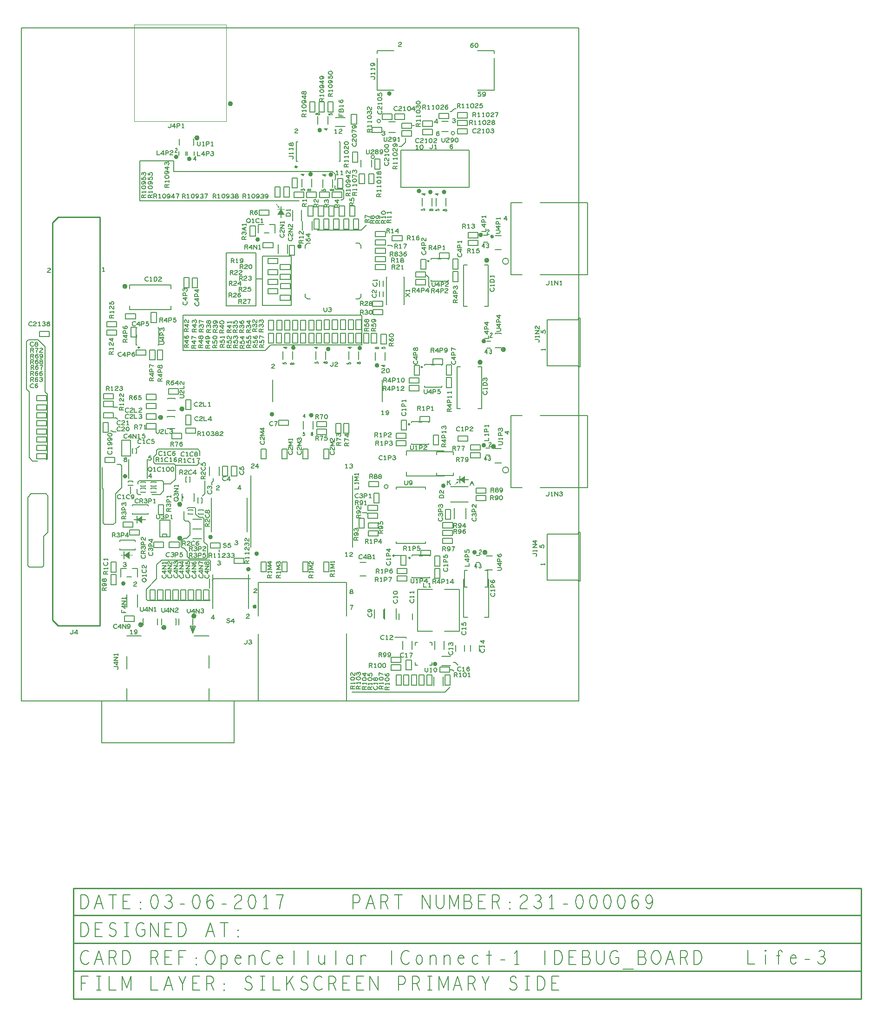
<source format=gbr>
G04 ================== begin FILE IDENTIFICATION RECORD ==================*
G04 Layout Name:  OC_Connect-1_DEBUG_Life-3.brd*
G04 Film Name:    slpr.gbr*
G04 File Format:  Gerber RS274X*
G04 File Origin:  Cadence Allegro 16.6-2015-S065*
G04 Origin Date:  Mon Mar 06 16:55:42 2017*
G04 *
G04 Layer:  REF DES/SILKSCREEN_TOP*
G04 Layer:  PACKAGE GEOMETRY/SILKSCREEN_TOP*
G04 Layer:  DRAWING FORMAT/SLPR*
G04 Layer:  DRAWING FORMAT/FILM_LABEL_OUTLINE*
G04 Layer:  COMPONENT VALUE/SILKSCREEN_TOP*
G04 Layer:  BOARD GEOMETRY/OUTLINE*
G04 Layer:  BOARD GEOMETRY/SILKSCREEN_TOP*
G04 *
G04 Offset:    (0.000 0.000)*
G04 Mirror:    No*
G04 Mode:      Positive*
G04 Rotation:  0*
G04 FullContactRelief:  No*
G04 UndefLineWidth:     6.000*
G04 ================== end FILE IDENTIFICATION RECORD ====================*
%FSLAX25Y25*MOIN*%
%IR0*IPPOS*OFA0.00000B0.00000*MIA0B0*SFA1.00000B1.00000*%
%ADD10C,.005*%
%ADD11C,.006*%
%ADD12C,.005906*%
%ADD13C,.003937*%
%ADD14C,.005909*%
%ADD15C,.008268*%
%ADD16C,.007874*%
%ADD17C,.01*%
%ADD18C,.01575*%
%ADD19C,.015748*%
G75*
%LPD*%
G75*
G36*
G01X71433Y104280D02*
Y104780D01*
X73433D01*
Y107280D01*
X73933D01*
Y104780D01*
X77476Y107280D01*
Y104780D01*
X79976D01*
Y104280D01*
X77476D01*
Y101780D01*
X73933Y104280D01*
Y101780D01*
X73433D01*
Y104280D01*
X71433D01*
G37*
G36*
G01X80633Y129780D02*
Y130280D01*
X82633D01*
Y132780D01*
X83133D01*
Y130280D01*
X86676Y132780D01*
Y130280D01*
X89176D01*
Y129780D01*
X86676D01*
Y127280D01*
X83133Y129780D01*
Y127280D01*
X82633D01*
Y129780D01*
X80633D01*
G37*
G36*
G01X168818Y67600D02*
G03I-1500J0D01*
G37*
G36*
G01X186073Y354732D02*
X186573D01*
Y352732D01*
X189073D01*
Y352232D01*
X186573D01*
X189073Y348688D01*
X186573D01*
Y346188D01*
X186073D01*
Y348688D01*
X183573D01*
X186073Y352232D01*
X183573D01*
Y352732D01*
X186073D01*
Y354732D01*
G37*
G36*
G01X185570Y352729D02*
X186070D01*
X184254Y354136D01*
X185484D01*
X182795Y356280D01*
X182295D01*
X184547Y354484D01*
X183305D01*
X185570Y352729D01*
G37*
G36*
G01X312352Y158336D02*
Y158836D01*
X314352D01*
Y161336D01*
X314852D01*
Y158836D01*
X318396Y161336D01*
Y158836D01*
X320896D01*
Y158336D01*
X318396D01*
Y155836D01*
X314852Y158336D01*
Y155836D01*
X314352D01*
Y158336D01*
X312352D01*
G37*
G36*
G01X314355Y157833D02*
Y158333D01*
X312948Y156517D01*
Y157747D01*
X310804Y155058D01*
Y154558D01*
X312600Y156810D01*
Y155568D01*
X314355Y157833D01*
G37*
G54D10*
G01X399648Y85880D02*
Y86668D01*
X377207D01*
Y119739D01*
X399648D01*
Y120920D01*
X400829D01*
Y85880D01*
X399648D01*
G01Y239480D02*
Y240268D01*
X377207D01*
Y273339D01*
X399648D01*
Y274520D01*
X400829D01*
Y239480D01*
X399648D01*
G54D11*
G01X4500Y114000D02*
Y97000D01*
X5500Y96000D01*
X15000D01*
X16000Y97000D01*
Y118000D01*
X19000Y121000D01*
Y147000D01*
X17500Y148500D01*
X7000D01*
X4500Y146000D01*
Y114000D01*
G01X34982Y48500D02*
X35232Y48200D01*
X35532Y48000D01*
X35882Y47900D01*
X36282Y48000D01*
X36582Y48200D01*
X36882Y48500D01*
X36982Y48900D01*
Y50900D01*
G01X39782Y47900D02*
Y50900D01*
X37932Y48750D01*
X40432D01*
G01X60918Y79200D02*
X57918D01*
Y80450D01*
X58068Y80850D01*
X58268Y81100D01*
X58668Y81200D01*
X59068Y81100D01*
X59318Y80800D01*
X59468Y80450D01*
Y79200D01*
G01Y80450D02*
X60918Y81200D01*
G01X60568Y82550D02*
X60818Y82900D01*
X60918Y83300D01*
X60818Y83700D01*
X60518Y84050D01*
X60068Y84300D01*
X59618Y84400D01*
X59068D01*
X58618Y84300D01*
X58218Y84050D01*
X58018Y83750D01*
X57918Y83400D01*
X58018Y83000D01*
X58218Y82700D01*
X58518Y82500D01*
X58918Y82400D01*
X59268Y82500D01*
X59618Y82750D01*
X59818Y83050D01*
X59868Y83400D01*
X59768Y83800D01*
X59518Y84100D01*
X59068Y84400D01*
G01X60918Y86600D02*
X60868Y86950D01*
X60718Y87350D01*
X60468Y87600D01*
X60118Y87700D01*
X59768Y87600D01*
X59468Y87300D01*
X59318Y86850D01*
Y86350D01*
X59218Y86050D01*
X58968Y85800D01*
X58618Y85700D01*
X58268Y85850D01*
X58018Y86200D01*
X57918Y86600D01*
X58018Y87000D01*
X58268Y87350D01*
X58618Y87500D01*
X58968Y87400D01*
X59218Y87150D01*
X59318Y86850D01*
Y86350D01*
X59468Y85900D01*
X59768Y85600D01*
X60118Y85500D01*
X60468Y85600D01*
X60718Y85850D01*
X60868Y86250D01*
X60918Y86600D01*
G01X61918Y90900D02*
X58918D01*
Y92150D01*
X59068Y92550D01*
X59268Y92800D01*
X59668Y92900D01*
X60068Y92800D01*
X60318Y92500D01*
X60468Y92150D01*
Y90900D01*
G01Y92150D02*
X61918Y92900D01*
G01Y95100D02*
X58918D01*
X59518Y94500D01*
G01X61918D02*
Y95700D01*
G01X59168Y99400D02*
X59018Y99100D01*
X58918Y98750D01*
Y98350D01*
X59068Y97900D01*
X59318Y97550D01*
X59618Y97300D01*
X60118Y97100D01*
X60568Y97050D01*
X61018Y97150D01*
X61318Y97300D01*
X61618Y97600D01*
X61818Y97950D01*
X61918Y98300D01*
Y98650D01*
X61818Y99000D01*
X61668Y99300D01*
X61468Y99550D01*
G01X61918Y101500D02*
X58918D01*
X59518Y100900D01*
G01X61918D02*
Y102100D01*
G01X11500Y172000D02*
X8000D01*
X5500Y174500D01*
Y221500D01*
X3500Y223500D01*
Y257500D01*
X5000Y259000D01*
X12000D01*
X17000Y254000D01*
Y221500D01*
X18500Y220000D01*
Y173500D01*
X18000Y173000D01*
G01X68500Y169500D02*
X71000D01*
X72000Y168500D01*
Y153000D01*
X67500Y148500D01*
Y128000D01*
X66000Y126500D01*
X59500D01*
X58500Y127500D01*
Y152000D01*
X58000Y152500D01*
Y167500D01*
G01X18057Y173506D02*
X10970D01*
Y177243D01*
X18057D01*
Y173506D01*
G01X8634Y227262D02*
X8334Y227412D01*
X7984Y227512D01*
X7584D01*
X7134Y227362D01*
X6784Y227112D01*
X6534Y226812D01*
X6334Y226312D01*
X6284Y225862D01*
X6384Y225412D01*
X6534Y225112D01*
X6834Y224812D01*
X7184Y224612D01*
X7534Y224512D01*
X7884D01*
X8234Y224612D01*
X8534Y224762D01*
X8784Y224962D01*
G01X9784Y225762D02*
X10134Y226112D01*
X10434Y226312D01*
X10834Y226412D01*
X11184Y226312D01*
X11434Y226112D01*
X11634Y225812D01*
X11684Y225462D01*
X11634Y225162D01*
X11434Y224862D01*
X11134Y224612D01*
X10784Y224512D01*
X10384Y224612D01*
X10034Y224912D01*
X9834Y225362D01*
X9784Y225862D01*
X9884Y226512D01*
X10034Y226862D01*
X10284Y227212D01*
X10634Y227462D01*
X10984Y227512D01*
X11334Y227412D01*
X11584Y227162D01*
G01X62368Y199743D02*
Y192657D01*
X58632D01*
Y199743D01*
X62368D01*
G01X18057Y215406D02*
X10970D01*
Y219143D01*
X18057D01*
Y215406D01*
G01X58907Y206594D02*
X65994D01*
Y202857D01*
X58907D01*
Y206594D01*
G01X65994Y211082D02*
X58907D01*
Y214818D01*
X65994D01*
Y211082D01*
G01X6839Y237692D02*
Y240692D01*
X8089D01*
X8489Y240542D01*
X8739Y240342D01*
X8839Y239942D01*
X8739Y239542D01*
X8439Y239292D01*
X8089Y239142D01*
X6839D01*
G01X8089D02*
X8839Y237692D01*
G01X10089Y238942D02*
X10439Y239292D01*
X10739Y239492D01*
X11139Y239592D01*
X11489Y239492D01*
X11739Y239292D01*
X11939Y238992D01*
X11989Y238642D01*
X11939Y238342D01*
X11739Y238042D01*
X11439Y237792D01*
X11089Y237692D01*
X10689Y237792D01*
X10339Y238092D01*
X10139Y238542D01*
X10089Y239042D01*
X10189Y239692D01*
X10339Y240042D01*
X10589Y240392D01*
X10939Y240642D01*
X11289Y240692D01*
X11639Y240592D01*
X11889Y240342D01*
G01X14139Y237692D02*
X14239Y238342D01*
X14389Y238892D01*
X14589Y239392D01*
X14839Y239942D01*
X15239Y240692D01*
X13239D01*
G01X18057Y191406D02*
X10970D01*
Y195143D01*
X18057D01*
Y191406D01*
G01X6755Y241692D02*
Y244692D01*
X8005D01*
X8405Y244542D01*
X8655Y244342D01*
X8755Y243942D01*
X8655Y243542D01*
X8355Y243292D01*
X8005Y243142D01*
X6755D01*
G01X8005D02*
X8755Y241692D01*
G01X10005Y242942D02*
X10355Y243292D01*
X10655Y243492D01*
X11055Y243592D01*
X11405Y243492D01*
X11655Y243292D01*
X11855Y242992D01*
X11905Y242642D01*
X11855Y242342D01*
X11655Y242042D01*
X11355Y241792D01*
X11005Y241692D01*
X10605Y241792D01*
X10255Y242092D01*
X10055Y242542D01*
X10005Y243042D01*
X10105Y243692D01*
X10255Y244042D01*
X10505Y244392D01*
X10855Y244642D01*
X11205Y244692D01*
X11555Y244592D01*
X11805Y244342D01*
G01X14155Y241692D02*
X14505Y241742D01*
X14905Y241892D01*
X15155Y242142D01*
X15255Y242492D01*
X15155Y242842D01*
X14855Y243142D01*
X14405Y243292D01*
X13905D01*
X13605Y243392D01*
X13355Y243642D01*
X13255Y243992D01*
X13405Y244342D01*
X13755Y244592D01*
X14155Y244692D01*
X14555Y244592D01*
X14905Y244342D01*
X15055Y243992D01*
X14955Y243642D01*
X14705Y243392D01*
X14405Y243292D01*
X13905D01*
X13455Y243142D01*
X13155Y242842D01*
X13055Y242492D01*
X13155Y242142D01*
X13405Y241892D01*
X13805Y241742D01*
X14155Y241692D01*
G01X18057Y197206D02*
X10970D01*
Y200943D01*
X18057D01*
Y197206D01*
G01X6755Y245777D02*
Y248777D01*
X8005D01*
X8405Y248627D01*
X8655Y248427D01*
X8755Y248027D01*
X8655Y247627D01*
X8355Y247377D01*
X8005Y247227D01*
X6755D01*
G01X8005D02*
X8755Y245777D01*
G01X10005Y247027D02*
X10355Y247377D01*
X10655Y247577D01*
X11055Y247677D01*
X11405Y247577D01*
X11655Y247377D01*
X11855Y247077D01*
X11905Y246727D01*
X11855Y246427D01*
X11655Y246127D01*
X11355Y245877D01*
X11005Y245777D01*
X10605Y245877D01*
X10255Y246177D01*
X10055Y246627D01*
X10005Y247127D01*
X10105Y247777D01*
X10255Y248127D01*
X10505Y248477D01*
X10855Y248727D01*
X11205Y248777D01*
X11555Y248677D01*
X11805Y248427D01*
G01X13305Y246127D02*
X13655Y245877D01*
X14055Y245777D01*
X14455Y245877D01*
X14805Y246177D01*
X15055Y246627D01*
X15155Y247077D01*
Y247627D01*
X15055Y248077D01*
X14805Y248477D01*
X14505Y248677D01*
X14155Y248777D01*
X13755Y248677D01*
X13455Y248477D01*
X13255Y248177D01*
X13155Y247777D01*
X13255Y247427D01*
X13505Y247077D01*
X13805Y246877D01*
X14155Y246827D01*
X14555Y246927D01*
X14855Y247177D01*
X15155Y247627D01*
G01X18057Y203006D02*
X10970D01*
Y206743D01*
X18057D01*
Y203006D01*
G01Y208706D02*
X10970D01*
Y212443D01*
X18057D01*
Y208706D01*
G01X6586Y228975D02*
Y231975D01*
X7836D01*
X8236Y231825D01*
X8486Y231625D01*
X8586Y231225D01*
X8486Y230825D01*
X8186Y230575D01*
X7836Y230425D01*
X6586D01*
G01X7836D02*
X8586Y228975D01*
G01X9836Y230225D02*
X10186Y230575D01*
X10486Y230775D01*
X10886Y230875D01*
X11236Y230775D01*
X11486Y230575D01*
X11686Y230275D01*
X11736Y229925D01*
X11686Y229625D01*
X11486Y229325D01*
X11186Y229075D01*
X10836Y228975D01*
X10436Y229075D01*
X10086Y229375D01*
X9886Y229825D01*
X9836Y230325D01*
X9936Y230975D01*
X10086Y231325D01*
X10336Y231675D01*
X10686Y231925D01*
X11036Y231975D01*
X11386Y231875D01*
X11636Y231625D01*
G01X12886Y229575D02*
X13186Y229225D01*
X13586Y229025D01*
X14036Y228975D01*
X14436Y229025D01*
X14836Y229275D01*
X15086Y229575D01*
X15136Y229875D01*
X15036Y230225D01*
X14686Y230475D01*
X14336Y230575D01*
X13886D01*
G01X14336D02*
X14636Y230725D01*
X14886Y230975D01*
X14986Y231275D01*
X14886Y231575D01*
X14636Y231825D01*
X14186Y231975D01*
X13736Y231925D01*
X13286Y231725D01*
G01X18057Y179606D02*
X10970D01*
Y183343D01*
X18057D01*
Y179606D01*
G01X65994Y216682D02*
X58907D01*
Y220418D01*
X65994D01*
Y216682D01*
G01X6629Y233312D02*
Y236312D01*
X7879D01*
X8279Y236162D01*
X8529Y235962D01*
X8629Y235562D01*
X8529Y235162D01*
X8229Y234912D01*
X7879Y234762D01*
X6629D01*
G01X7879D02*
X8629Y233312D01*
G01X9879Y234562D02*
X10229Y234912D01*
X10529Y235112D01*
X10929Y235212D01*
X11279Y235112D01*
X11529Y234912D01*
X11729Y234612D01*
X11779Y234262D01*
X11729Y233962D01*
X11529Y233662D01*
X11229Y233412D01*
X10879Y233312D01*
X10479Y233412D01*
X10129Y233712D01*
X9929Y234162D01*
X9879Y234662D01*
X9979Y235312D01*
X10129Y235662D01*
X10379Y236012D01*
X10729Y236262D01*
X11079Y236312D01*
X11429Y236212D01*
X11679Y235962D01*
G01X13079Y234562D02*
X13429Y234912D01*
X13729Y235112D01*
X14129Y235212D01*
X14479Y235112D01*
X14729Y234912D01*
X14929Y234612D01*
X14979Y234262D01*
X14929Y233962D01*
X14729Y233662D01*
X14429Y233412D01*
X14079Y233312D01*
X13679Y233412D01*
X13329Y233712D01*
X13129Y234162D01*
X13079Y234662D01*
X13179Y235312D01*
X13329Y235662D01*
X13579Y236012D01*
X13929Y236262D01*
X14279Y236312D01*
X14629Y236212D01*
X14879Y235962D01*
G01X10970Y189343D02*
X18057D01*
Y185606D01*
X10970D01*
Y189343D01*
G01X18832Y309900D02*
X19132Y310200D01*
X19482Y310350D01*
X19882Y310400D01*
X20382Y310300D01*
X20732Y310050D01*
X20832Y309750D01*
X20782Y309450D01*
X20582Y309200D01*
X19582Y308700D01*
X19132Y308350D01*
X18832Y307850D01*
X18732Y307400D01*
X20832D01*
G01X58982Y307900D02*
Y310900D01*
X58382Y310300D01*
G01Y307900D02*
X59582D01*
G01X7568Y271636D02*
X7268Y271786D01*
X6919Y271886D01*
X6519D01*
X6068Y271736D01*
X5719Y271486D01*
X5468Y271186D01*
X5268Y270686D01*
X5218Y270236D01*
X5318Y269786D01*
X5468Y269486D01*
X5768Y269186D01*
X6118Y268986D01*
X6469Y268886D01*
X6819D01*
X7168Y268986D01*
X7468Y269136D01*
X7719Y269336D01*
G01X8718Y271386D02*
X9018Y271686D01*
X9368Y271836D01*
X9768Y271886D01*
X10268Y271786D01*
X10618Y271536D01*
X10718Y271236D01*
X10668Y270936D01*
X10468Y270686D01*
X9468Y270186D01*
X9018Y269836D01*
X8718Y269336D01*
X8618Y268886D01*
X10718D01*
G01X12868D02*
Y271886D01*
X12268Y271286D01*
G01Y268886D02*
X13468D01*
G01X14969Y269486D02*
X15268Y269136D01*
X15668Y268936D01*
X16118Y268886D01*
X16518Y268936D01*
X16918Y269186D01*
X17168Y269486D01*
X17218Y269786D01*
X17118Y270136D01*
X16768Y270386D01*
X16418Y270486D01*
X15968D01*
G01X16418D02*
X16718Y270636D01*
X16968Y270886D01*
X17068Y271186D01*
X16968Y271486D01*
X16718Y271736D01*
X16268Y271886D01*
X15818Y271836D01*
X15369Y271636D01*
G01X19268Y268886D02*
X19618Y268936D01*
X20018Y269086D01*
X20268Y269336D01*
X20368Y269686D01*
X20268Y270036D01*
X19968Y270336D01*
X19518Y270486D01*
X19018D01*
X18718Y270586D01*
X18468Y270836D01*
X18368Y271186D01*
X18518Y271536D01*
X18868Y271786D01*
X19268Y271886D01*
X19668Y271786D01*
X20018Y271536D01*
X20168Y271186D01*
X20068Y270836D01*
X19818Y270586D01*
X19518Y270486D01*
X19018D01*
X18568Y270336D01*
X18268Y270036D01*
X18168Y269686D01*
X18268Y269336D01*
X18518Y269086D01*
X18919Y268936D01*
X19268Y268886D01*
G01X12875Y264922D02*
X19962D01*
Y261185D01*
X12875D01*
Y264922D01*
G01X8597Y257112D02*
X8297Y257262D01*
X7947Y257362D01*
X7547D01*
X7097Y257212D01*
X6747Y256962D01*
X6497Y256662D01*
X6297Y256162D01*
X6247Y255712D01*
X6347Y255262D01*
X6497Y254962D01*
X6797Y254662D01*
X7147Y254462D01*
X7497Y254362D01*
X7847D01*
X8197Y254462D01*
X8497Y254612D01*
X8747Y254812D01*
G01X10697Y254362D02*
X11047Y254412D01*
X11447Y254562D01*
X11697Y254812D01*
X11797Y255162D01*
X11697Y255512D01*
X11397Y255812D01*
X10947Y255962D01*
X10447D01*
X10147Y256062D01*
X9897Y256312D01*
X9797Y256662D01*
X9947Y257012D01*
X10297Y257262D01*
X10697Y257362D01*
X11097Y257262D01*
X11447Y257012D01*
X11597Y256662D01*
X11497Y256312D01*
X11247Y256062D01*
X10947Y255962D01*
X10447D01*
X9997Y255812D01*
X9697Y255512D01*
X9597Y255162D01*
X9697Y254812D01*
X9947Y254562D01*
X10347Y254412D01*
X10697Y254362D01*
G01X6755Y250072D02*
Y253072D01*
X8005D01*
X8405Y252922D01*
X8655Y252722D01*
X8755Y252322D01*
X8655Y251922D01*
X8355Y251672D01*
X8005Y251522D01*
X6755D01*
G01X8005D02*
X8755Y250072D01*
G01X10855D02*
X10955Y250722D01*
X11105Y251272D01*
X11305Y251772D01*
X11555Y252322D01*
X11955Y253072D01*
X9955D01*
G01X13205Y252572D02*
X13505Y252872D01*
X13855Y253022D01*
X14255Y253072D01*
X14755Y252972D01*
X15105Y252722D01*
X15205Y252422D01*
X15155Y252122D01*
X14955Y251872D01*
X13955Y251372D01*
X13505Y251022D01*
X13205Y250522D01*
X13105Y250072D01*
X15205D01*
G01X68818Y22800D02*
X69118Y23050D01*
X69318Y23350D01*
X69418Y23700D01*
X69318Y24100D01*
X69118Y24400D01*
X68818Y24700D01*
X68418Y24800D01*
X66418D01*
G01X69418Y27600D02*
X66418D01*
X68568Y25750D01*
Y28250D01*
G01X69418Y29050D02*
X66418D01*
X69418Y31350D01*
X66418D01*
G01X69418Y33400D02*
X66418D01*
X67018Y32800D01*
G01X69418D02*
Y34000D01*
G01X135500Y93500D02*
Y100500D01*
X135000Y101000D01*
X100500D01*
X97000Y97500D01*
Y87500D01*
X89500Y80000D01*
Y73000D01*
X90500Y72000D01*
X135000D01*
X135500Y72500D01*
G01X117000Y136000D02*
X116500Y135500D01*
Y130000D01*
X117500Y129000D01*
X119500D01*
X121000Y127500D01*
Y119000D01*
X118500Y116500D01*
X116500D01*
X114500Y114500D01*
Y110500D01*
X115500Y109500D01*
X116500D01*
X119000Y107000D01*
Y103500D01*
X120500Y102000D01*
X132500D01*
X133500Y103000D01*
Y111500D01*
X131000Y114000D01*
Y130500D01*
X130000Y131500D01*
X127500D01*
X125000Y134000D01*
Y138000D01*
X124500Y138500D01*
X119500D01*
X119000Y138000D01*
G01X118918Y66100D02*
Y63950D01*
X119118Y63500D01*
X119518Y63200D01*
X120018Y63100D01*
X120518Y63200D01*
X120918Y63500D01*
X121118Y63950D01*
Y66100D01*
G01X123818Y63100D02*
Y66100D01*
X121968Y63950D01*
X124468D01*
G01X125268Y63100D02*
Y66100D01*
X127568Y63100D01*
Y66100D01*
G01X128518Y63700D02*
X128818Y63350D01*
X129218Y63150D01*
X129668Y63100D01*
X130068Y63150D01*
X130468Y63400D01*
X130718Y63700D01*
X130768Y64000D01*
X130668Y64350D01*
X130318Y64600D01*
X129968Y64700D01*
X129518D01*
G01X129968D02*
X130268Y64850D01*
X130518Y65100D01*
X130618Y65400D01*
X130518Y65700D01*
X130268Y65950D01*
X129818Y66100D01*
X129368Y66050D01*
X128918Y65850D01*
G01X85318Y67200D02*
Y65050D01*
X85518Y64600D01*
X85918Y64300D01*
X86418Y64200D01*
X86918Y64300D01*
X87318Y64600D01*
X87518Y65050D01*
Y67200D01*
G01X90218Y64200D02*
Y67200D01*
X88368Y65050D01*
X90868D01*
G01X91668Y64200D02*
Y67200D01*
X93968Y64200D01*
Y67200D01*
G01X96018Y64200D02*
Y67200D01*
X95418Y66600D01*
G01Y64200D02*
X96618D01*
G01X100718Y66600D02*
Y64450D01*
X100918Y64000D01*
X101318Y63700D01*
X101818Y63600D01*
X102318Y63700D01*
X102718Y64000D01*
X102918Y64450D01*
Y66600D01*
G01X105618Y63600D02*
Y66600D01*
X103768Y64450D01*
X106268D01*
G01X107068Y63600D02*
Y66600D01*
X109368Y63600D01*
Y66600D01*
G01X110468Y66100D02*
X110768Y66400D01*
X111118Y66550D01*
X111518Y66600D01*
X112018Y66500D01*
X112368Y66250D01*
X112468Y65950D01*
X112418Y65650D01*
X112218Y65400D01*
X111218Y64900D01*
X110768Y64550D01*
X110468Y64050D01*
X110368Y63600D01*
X112468D01*
G01X75018Y63250D02*
X72018D01*
Y65150D01*
G01X73468Y64450D02*
Y63250D01*
G01X75018Y68000D02*
X72018D01*
X74168Y66150D01*
Y68650D01*
G01X75018Y69450D02*
X72018D01*
X75018Y71750D01*
X72018D01*
G01X75018Y73800D02*
X72018D01*
X72618Y73200D01*
G01X75018D02*
Y74400D01*
G01X78900Y48000D02*
Y51000D01*
X78300Y50400D01*
G01Y48000D02*
X79500D01*
G01X81250Y48350D02*
X81600Y48100D01*
X82000Y48000D01*
X82400Y48100D01*
X82750Y48400D01*
X83000Y48850D01*
X83100Y49300D01*
Y49850D01*
X83000Y50300D01*
X82750Y50700D01*
X82450Y50900D01*
X82100Y51000D01*
X81700Y50900D01*
X81400Y50700D01*
X81200Y50400D01*
X81100Y50000D01*
X81200Y49650D01*
X81450Y49300D01*
X81750Y49100D01*
X82100Y49050D01*
X82500Y49150D01*
X82800Y49400D01*
X83100Y49850D01*
G01X120518Y103000D02*
Y106000D01*
X121768D01*
X122168Y105850D01*
X122418Y105650D01*
X122518Y105250D01*
X122418Y104850D01*
X122118Y104600D01*
X121768Y104450D01*
X120518D01*
G01X121768D02*
X122518Y103000D01*
G01X123618Y103600D02*
X123918Y103250D01*
X124318Y103050D01*
X124768Y103000D01*
X125168Y103050D01*
X125568Y103300D01*
X125818Y103600D01*
X125868Y103900D01*
X125768Y104250D01*
X125418Y104500D01*
X125068Y104600D01*
X124618D01*
G01X125068D02*
X125368Y104750D01*
X125618Y105000D01*
X125718Y105300D01*
X125618Y105600D01*
X125368Y105850D01*
X124918Y106000D01*
X124468Y105950D01*
X124018Y105750D01*
G01X126918Y103000D02*
Y106000D01*
X128118D01*
X128518Y105850D01*
X128818Y105500D01*
X128918Y105100D01*
X128818Y104700D01*
X128568Y104400D01*
X128118Y104250D01*
X126918D01*
G01X130018Y103450D02*
X130318Y103200D01*
X130668Y103050D01*
X131118Y103000D01*
X131568Y103100D01*
X131918Y103300D01*
X132168Y103650D01*
X132218Y104050D01*
X132118Y104450D01*
X131868Y104700D01*
X131518Y104900D01*
X131168Y104950D01*
X130818Y104900D01*
X130368Y104700D01*
X130518Y106000D01*
X131868D01*
G01X72918Y96900D02*
X73218Y96550D01*
X73618Y96350D01*
X74068Y96300D01*
X74468Y96350D01*
X74868Y96600D01*
X75118Y96900D01*
X75168Y97200D01*
X75068Y97550D01*
X74718Y97800D01*
X74368Y97900D01*
X73918D01*
G01X74368D02*
X74668Y98050D01*
X74918Y98300D01*
X75018Y98600D01*
X74918Y98900D01*
X74668Y99150D01*
X74218Y99300D01*
X73768Y99250D01*
X73318Y99050D01*
G01X89618Y86700D02*
X89568Y86300D01*
X89368Y85950D01*
X89068Y85650D01*
X88718Y85450D01*
X88318Y85350D01*
X87918D01*
X87518Y85450D01*
X87168Y85650D01*
X86868Y85950D01*
X86668Y86300D01*
X86618Y86700D01*
X86668Y87100D01*
X86868Y87450D01*
X87168Y87750D01*
X87518Y87950D01*
X87918Y88050D01*
X88318D01*
X88718Y87950D01*
X89068Y87750D01*
X89368Y87450D01*
X89568Y87100D01*
X89618Y86700D01*
G01X88818Y87100D02*
X89618Y87700D01*
G01Y89900D02*
X86618D01*
X87218Y89300D01*
G01X89618D02*
Y90500D01*
G01X86868Y94200D02*
X86718Y93900D01*
X86618Y93550D01*
Y93150D01*
X86768Y92700D01*
X87018Y92350D01*
X87318Y92100D01*
X87818Y91900D01*
X88268Y91850D01*
X88718Y91950D01*
X89018Y92100D01*
X89318Y92400D01*
X89518Y92750D01*
X89618Y93100D01*
Y93450D01*
X89518Y93800D01*
X89368Y94100D01*
X89168Y94350D01*
G01X87118Y95350D02*
X86818Y95650D01*
X86668Y96000D01*
X86618Y96400D01*
X86718Y96900D01*
X86968Y97250D01*
X87268Y97350D01*
X87568Y97300D01*
X87818Y97100D01*
X88318Y96100D01*
X88668Y95650D01*
X89168Y95350D01*
X89618Y95250D01*
Y97350D01*
G01X80568Y84800D02*
X80868Y85100D01*
X81218Y85250D01*
X81618Y85300D01*
X82118Y85200D01*
X82468Y84950D01*
X82568Y84650D01*
X82518Y84350D01*
X82318Y84100D01*
X81318Y83600D01*
X80868Y83250D01*
X80568Y82750D01*
X80468Y82300D01*
X82568D01*
G01X68418Y54750D02*
X68118Y54900D01*
X67768Y55000D01*
X67368D01*
X66918Y54850D01*
X66568Y54600D01*
X66318Y54300D01*
X66118Y53800D01*
X66068Y53350D01*
X66168Y52900D01*
X66318Y52600D01*
X66618Y52300D01*
X66968Y52100D01*
X67318Y52000D01*
X67668D01*
X68018Y52100D01*
X68318Y52250D01*
X68568Y52450D01*
G01X71118Y52000D02*
Y55000D01*
X69268Y52850D01*
X71768D01*
G01X72568Y52000D02*
Y55000D01*
X74868Y52000D01*
Y55000D01*
G01X76068Y52350D02*
X76418Y52100D01*
X76818Y52000D01*
X77218Y52100D01*
X77568Y52400D01*
X77818Y52850D01*
X77918Y53300D01*
Y53850D01*
X77818Y54300D01*
X77568Y54700D01*
X77268Y54900D01*
X76918Y55000D01*
X76518Y54900D01*
X76218Y54700D01*
X76018Y54400D01*
X75918Y54000D01*
X76018Y53650D01*
X76268Y53300D01*
X76568Y53100D01*
X76918Y53050D01*
X77318Y53150D01*
X77618Y53400D01*
X77918Y53850D01*
G01X80961Y57132D02*
X73875D01*
Y60868D01*
X80961D01*
Y57132D01*
G01X127668Y90500D02*
X127518Y90200D01*
X127418Y89850D01*
Y89450D01*
X127568Y89000D01*
X127818Y88650D01*
X128118Y88400D01*
X128618Y88200D01*
X129068Y88150D01*
X129518Y88250D01*
X129818Y88400D01*
X130118Y88700D01*
X130318Y89050D01*
X130418Y89400D01*
Y89750D01*
X130318Y90100D01*
X130168Y90400D01*
X129968Y90650D01*
G01X130418Y93200D02*
X127418D01*
X129568Y91350D01*
Y93850D01*
G01X130418Y94650D02*
X127418D01*
X130418Y96950D01*
X127418D01*
G01X130418Y98900D02*
X129768Y99000D01*
X129218Y99150D01*
X128718Y99350D01*
X128168Y99600D01*
X127418Y100000D01*
Y98000D01*
G01X128987Y79543D02*
Y72457D01*
X125250D01*
Y79543D01*
X128987D01*
G01X113668Y90400D02*
X113518Y90100D01*
X113418Y89750D01*
Y89350D01*
X113568Y88900D01*
X113818Y88550D01*
X114118Y88300D01*
X114618Y88100D01*
X115068Y88050D01*
X115518Y88150D01*
X115818Y88300D01*
X116118Y88600D01*
X116318Y88950D01*
X116418Y89300D01*
Y89650D01*
X116318Y90000D01*
X116168Y90300D01*
X115968Y90550D01*
G01X116418Y93100D02*
X113418D01*
X115568Y91250D01*
Y93750D01*
G01X116418Y94550D02*
X113418D01*
X116418Y96850D01*
X113418D01*
G01X116418Y99500D02*
X113418D01*
X115568Y97650D01*
Y100150D01*
G01X112487Y79543D02*
Y72457D01*
X108750D01*
Y79543D01*
X112487D01*
G01X109568Y90600D02*
X109418Y90300D01*
X109318Y89950D01*
Y89550D01*
X109468Y89100D01*
X109718Y88750D01*
X110018Y88500D01*
X110518Y88300D01*
X110968Y88250D01*
X111418Y88350D01*
X111718Y88500D01*
X112018Y88800D01*
X112218Y89150D01*
X112318Y89500D01*
Y89850D01*
X112218Y90200D01*
X112068Y90500D01*
X111868Y90750D01*
G01X112318Y93300D02*
X109318D01*
X111468Y91450D01*
Y93950D01*
G01X112318Y94750D02*
X109318D01*
X112318Y97050D01*
X109318D01*
G01X111718Y98000D02*
X112068Y98300D01*
X112268Y98700D01*
X112318Y99150D01*
X112268Y99550D01*
X112018Y99950D01*
X111718Y100200D01*
X111418Y100250D01*
X111068Y100150D01*
X110818Y99800D01*
X110718Y99450D01*
Y99000D01*
G01Y99450D02*
X110568Y99750D01*
X110318Y100000D01*
X110018Y100100D01*
X109718Y100000D01*
X109468Y99750D01*
X109318Y99300D01*
X109368Y98850D01*
X109568Y98400D01*
G01X106987Y79543D02*
Y72457D01*
X103250D01*
Y79543D01*
X106987D01*
G01X122668Y90400D02*
X122518Y90100D01*
X122418Y89750D01*
Y89350D01*
X122568Y88900D01*
X122818Y88550D01*
X123118Y88300D01*
X123618Y88100D01*
X124068Y88050D01*
X124518Y88150D01*
X124818Y88300D01*
X125118Y88600D01*
X125318Y88950D01*
X125418Y89300D01*
Y89650D01*
X125318Y90000D01*
X125168Y90300D01*
X124968Y90550D01*
G01X125418Y93100D02*
X122418D01*
X124568Y91250D01*
Y93750D01*
G01X125418Y94550D02*
X122418D01*
X125418Y96850D01*
X122418D01*
G01X124168Y97950D02*
X123818Y98300D01*
X123618Y98600D01*
X123518Y99000D01*
X123618Y99350D01*
X123818Y99600D01*
X124118Y99800D01*
X124468Y99850D01*
X124768Y99800D01*
X125068Y99600D01*
X125318Y99300D01*
X125418Y98950D01*
X125318Y98550D01*
X125018Y98200D01*
X124568Y98000D01*
X124068Y97950D01*
X123418Y98050D01*
X123068Y98200D01*
X122718Y98450D01*
X122468Y98800D01*
X122418Y99150D01*
X122518Y99500D01*
X122768Y99750D01*
G01X123487Y79543D02*
Y72457D01*
X119750D01*
Y79543D01*
X123487D01*
G01X118068Y90500D02*
X117918Y90200D01*
X117818Y89850D01*
Y89450D01*
X117968Y89000D01*
X118218Y88650D01*
X118518Y88400D01*
X119018Y88200D01*
X119468Y88150D01*
X119918Y88250D01*
X120218Y88400D01*
X120518Y88700D01*
X120718Y89050D01*
X120818Y89400D01*
Y89750D01*
X120718Y90100D01*
X120568Y90400D01*
X120368Y90650D01*
G01X120818Y93200D02*
X117818D01*
X119968Y91350D01*
Y93850D01*
G01X120818Y94650D02*
X117818D01*
X120818Y96950D01*
X117818D01*
G01X120368Y97900D02*
X120618Y98200D01*
X120768Y98550D01*
X120818Y99000D01*
X120718Y99450D01*
X120518Y99800D01*
X120168Y100050D01*
X119768Y100100D01*
X119368Y100000D01*
X119118Y99750D01*
X118918Y99400D01*
X118868Y99050D01*
X118918Y98700D01*
X119118Y98250D01*
X117818Y98400D01*
Y99750D01*
G01X117987Y79543D02*
Y72457D01*
X114250D01*
Y79543D01*
X117987D01*
G01X105168Y90500D02*
X105018Y90200D01*
X104918Y89850D01*
Y89450D01*
X105068Y89000D01*
X105318Y88650D01*
X105618Y88400D01*
X106118Y88200D01*
X106568Y88150D01*
X107018Y88250D01*
X107318Y88400D01*
X107618Y88700D01*
X107818Y89050D01*
X107918Y89400D01*
Y89750D01*
X107818Y90100D01*
X107668Y90400D01*
X107468Y90650D01*
G01X107918Y93200D02*
X104918D01*
X107068Y91350D01*
Y93850D01*
G01X107918Y94650D02*
X104918D01*
X107918Y96950D01*
X104918D01*
G01X105418Y98050D02*
X105118Y98350D01*
X104968Y98700D01*
X104918Y99100D01*
X105018Y99600D01*
X105268Y99950D01*
X105568Y100050D01*
X105868Y100000D01*
X106118Y99800D01*
X106618Y98800D01*
X106968Y98350D01*
X107468Y98050D01*
X107918Y97950D01*
Y100050D01*
G01X101487Y79543D02*
Y72457D01*
X97750D01*
Y79543D01*
X101487D01*
G01X101168Y90400D02*
X101018Y90100D01*
X100918Y89750D01*
Y89350D01*
X101068Y88900D01*
X101318Y88550D01*
X101618Y88300D01*
X102118Y88100D01*
X102568Y88050D01*
X103018Y88150D01*
X103318Y88300D01*
X103618Y88600D01*
X103818Y88950D01*
X103918Y89300D01*
Y89650D01*
X103818Y90000D01*
X103668Y90300D01*
X103468Y90550D01*
G01X103918Y93100D02*
X100918D01*
X103068Y91250D01*
Y93750D01*
G01X103918Y94550D02*
X100918D01*
X103918Y96850D01*
X100918D01*
G01X103918Y98900D02*
X100918D01*
X101518Y98300D01*
G01X103918D02*
Y99500D01*
G01X95987Y79543D02*
Y72457D01*
X92250D01*
Y79543D01*
X95987D01*
G01X134487D02*
Y72457D01*
X130750D01*
Y79543D01*
X134487D01*
G01X67987Y90543D02*
Y83457D01*
X64250D01*
Y90543D01*
X67987D01*
G01X64250Y92457D02*
Y99543D01*
X67987D01*
Y92457D01*
X64250D01*
G01X86250Y104518D02*
X86100Y104218D01*
X86000Y103868D01*
Y103468D01*
X86150Y103018D01*
X86400Y102668D01*
X86700Y102418D01*
X87200Y102218D01*
X87650Y102168D01*
X88100Y102268D01*
X88400Y102418D01*
X88700Y102718D01*
X88900Y103068D01*
X89000Y103418D01*
Y103768D01*
X88900Y104118D01*
X88750Y104418D01*
X88550Y104668D01*
G01X89000Y105618D02*
X86000D01*
Y106868D01*
X86150Y107268D01*
X86350Y107518D01*
X86750Y107618D01*
X87150Y107518D01*
X87400Y107218D01*
X87550Y106868D01*
Y105618D01*
G01Y106868D02*
X89000Y107618D01*
G01X88400Y108718D02*
X88750Y109018D01*
X88950Y109418D01*
X89000Y109868D01*
X88950Y110268D01*
X88700Y110668D01*
X88400Y110918D01*
X88100Y110968D01*
X87750Y110868D01*
X87500Y110518D01*
X87400Y110168D01*
Y109718D01*
G01Y110168D02*
X87250Y110468D01*
X87000Y110718D01*
X86700Y110818D01*
X86400Y110718D01*
X86150Y110468D01*
X86000Y110018D01*
X86050Y109568D01*
X86250Y109118D01*
G01X89000Y112018D02*
X86000D01*
Y113218D01*
X86150Y113618D01*
X86500Y113918D01*
X86900Y114018D01*
X87300Y113918D01*
X87600Y113668D01*
X87750Y113218D01*
Y112018D01*
G01X86500Y115268D02*
X86200Y115568D01*
X86050Y115918D01*
X86000Y116318D01*
X86100Y116818D01*
X86350Y117168D01*
X86650Y117268D01*
X86950Y117218D01*
X87200Y117018D01*
X87700Y116018D01*
X88050Y115568D01*
X88550Y115268D01*
X89000Y115168D01*
Y117268D01*
G01X128000Y171000D02*
X126000Y169000D01*
X110500D01*
X109500Y170000D01*
X96000D01*
X95000Y171000D01*
Y175000D01*
X97000Y177000D01*
Y179500D01*
X98000Y180500D01*
X126500D01*
X128000Y179000D01*
Y176000D01*
G01X83500Y155500D02*
Y157000D01*
X84500Y158000D01*
X101000D01*
X102000Y157000D01*
Y155500D01*
X107000D01*
X110500Y159000D01*
Y169000D01*
G01X102000Y155500D02*
Y150500D01*
X99500Y148000D01*
X93500D01*
G01X83000Y152000D02*
Y149000D01*
X84000Y148000D01*
X85500D01*
G01X131500Y158000D02*
Y148500D01*
X130000Y147000D01*
G01X78200Y153800D02*
Y148600D01*
G01X97018Y133500D02*
Y131350D01*
X97218Y130900D01*
X97618Y130600D01*
X98118Y130500D01*
X98618Y130600D01*
X99018Y130900D01*
X99218Y131350D01*
Y133500D01*
G01X100218Y131100D02*
X100518Y130750D01*
X100918Y130550D01*
X101368Y130500D01*
X101768Y130550D01*
X102168Y130800D01*
X102418Y131100D01*
X102468Y131400D01*
X102368Y131750D01*
X102018Y132000D01*
X101668Y132100D01*
X101218D01*
G01X101668D02*
X101968Y132250D01*
X102218Y132500D01*
X102318Y132800D01*
X102218Y133100D01*
X101968Y133350D01*
X101518Y133500D01*
X101068Y133450D01*
X100618Y133250D01*
G01X103518Y130500D02*
Y133500D01*
X104718D01*
X105118Y133350D01*
X105418Y133000D01*
X105518Y132600D01*
X105418Y132200D01*
X105168Y131900D01*
X104718Y131750D01*
X103518D01*
G01X107718Y130500D02*
Y133500D01*
X107118Y132900D01*
G01Y130500D02*
X108318D01*
G01X120618Y107700D02*
Y110700D01*
X121868D01*
X122268Y110550D01*
X122518Y110350D01*
X122618Y109950D01*
X122518Y109550D01*
X122218Y109300D01*
X121868Y109150D01*
X120618D01*
G01X121868D02*
X122618Y107700D01*
G01X123718Y108300D02*
X124018Y107950D01*
X124418Y107750D01*
X124868Y107700D01*
X125268Y107750D01*
X125668Y108000D01*
X125918Y108300D01*
X125968Y108600D01*
X125868Y108950D01*
X125518Y109200D01*
X125168Y109300D01*
X124718D01*
G01X125168D02*
X125468Y109450D01*
X125718Y109700D01*
X125818Y110000D01*
X125718Y110300D01*
X125468Y110550D01*
X125018Y110700D01*
X124568Y110650D01*
X124118Y110450D01*
G01X127018Y107700D02*
Y110700D01*
X128218D01*
X128618Y110550D01*
X128918Y110200D01*
X129018Y109800D01*
X128918Y109400D01*
X128668Y109100D01*
X128218Y108950D01*
X127018D01*
G01X130268Y110200D02*
X130568Y110500D01*
X130918Y110650D01*
X131318Y110700D01*
X131818Y110600D01*
X132168Y110350D01*
X132268Y110050D01*
X132218Y109750D01*
X132018Y109500D01*
X131018Y109000D01*
X130568Y108650D01*
X130268Y108150D01*
X130168Y107700D01*
X132268D01*
G01X112500Y144700D02*
X112450Y144300D01*
X112250Y143950D01*
X111950Y143650D01*
X111600Y143450D01*
X111200Y143350D01*
X110800D01*
X110400Y143450D01*
X110050Y143650D01*
X109750Y143950D01*
X109550Y144300D01*
X109500Y144700D01*
X109550Y145100D01*
X109750Y145450D01*
X110050Y145750D01*
X110400Y145950D01*
X110800Y146050D01*
X111200D01*
X111600Y145950D01*
X111950Y145750D01*
X112250Y145450D01*
X112450Y145100D01*
X112500Y144700D01*
G01X111700Y145100D02*
X112500Y145700D01*
G01X111900Y146800D02*
X112250Y147100D01*
X112450Y147500D01*
X112500Y147950D01*
X112450Y148350D01*
X112200Y148750D01*
X111900Y149000D01*
X111600Y149050D01*
X111250Y148950D01*
X111000Y148600D01*
X110900Y148250D01*
Y147800D01*
G01Y148250D02*
X110750Y148550D01*
X110500Y148800D01*
X110200Y148900D01*
X109900Y148800D01*
X109650Y148550D01*
X109500Y148100D01*
X109550Y147650D01*
X109750Y147200D01*
G01X112500Y149950D02*
X109500D01*
X112500Y152250D01*
X109500D01*
G01X112500Y154300D02*
X109500D01*
X110100Y153700D01*
G01X112500D02*
Y154900D01*
G01X71200Y147650D02*
X70900Y147800D01*
X70550Y147900D01*
X70150D01*
X69700Y147750D01*
X69350Y147500D01*
X69100Y147200D01*
X68900Y146700D01*
X68850Y146250D01*
X68950Y145800D01*
X69100Y145500D01*
X69400Y145200D01*
X69750Y145000D01*
X70100Y144900D01*
X70450D01*
X70800Y145000D01*
X71100Y145150D01*
X71350Y145350D01*
G01X73300Y144900D02*
Y147900D01*
X72700Y147300D01*
G01Y144900D02*
X73900D01*
G01X77600Y147650D02*
X77300Y147800D01*
X76950Y147900D01*
X76550D01*
X76100Y147750D01*
X75750Y147500D01*
X75500Y147200D01*
X75300Y146700D01*
X75250Y146250D01*
X75350Y145800D01*
X75500Y145500D01*
X75800Y145200D01*
X76150Y145000D01*
X76500Y144900D01*
X76850D01*
X77200Y145000D01*
X77500Y145150D01*
X77750Y145350D01*
G01X78850Y145250D02*
X79200Y145000D01*
X79600Y144900D01*
X80000Y145000D01*
X80350Y145300D01*
X80600Y145750D01*
X80700Y146200D01*
Y146750D01*
X80600Y147200D01*
X80350Y147600D01*
X80050Y147800D01*
X79700Y147900D01*
X79300Y147800D01*
X79000Y147600D01*
X78800Y147300D01*
X78700Y146900D01*
X78800Y146550D01*
X79050Y146200D01*
X79350Y146000D01*
X79700Y145950D01*
X80100Y146050D01*
X80400Y146300D01*
X80700Y146750D01*
G01X96600Y171500D02*
Y174500D01*
X97850D01*
X98250Y174350D01*
X98500Y174150D01*
X98600Y173750D01*
X98500Y173350D01*
X98200Y173100D01*
X97850Y172950D01*
X96600D01*
G01X97850D02*
X98600Y171500D01*
G01X100800D02*
Y174500D01*
X100200Y173900D01*
G01Y171500D02*
X101400D01*
G01X105100Y174250D02*
X104800Y174400D01*
X104450Y174500D01*
X104050D01*
X103600Y174350D01*
X103250Y174100D01*
X103000Y173800D01*
X102800Y173300D01*
X102750Y172850D01*
X102850Y172400D01*
X103000Y172100D01*
X103300Y171800D01*
X103650Y171600D01*
X104000Y171500D01*
X104350D01*
X104700Y171600D01*
X105000Y171750D01*
X105250Y171950D01*
G01X107200Y171500D02*
Y174500D01*
X106600Y173900D01*
G01Y171500D02*
X107800D01*
G01X109450Y172750D02*
X109800Y173100D01*
X110100Y173300D01*
X110500Y173400D01*
X110850Y173300D01*
X111100Y173100D01*
X111300Y172800D01*
X111350Y172450D01*
X111300Y172150D01*
X111100Y171850D01*
X110800Y171600D01*
X110450Y171500D01*
X110050Y171600D01*
X109700Y171900D01*
X109500Y172350D01*
X109450Y172850D01*
X109550Y173500D01*
X109700Y173850D01*
X109950Y174200D01*
X110300Y174450D01*
X110650Y174500D01*
X111000Y174400D01*
X111250Y174150D01*
G01X113700Y162500D02*
Y165500D01*
X114950D01*
X115350Y165350D01*
X115600Y165150D01*
X115700Y164750D01*
X115600Y164350D01*
X115300Y164100D01*
X114950Y163950D01*
X113700D01*
G01X114950D02*
X115700Y162500D01*
G01X116950Y165000D02*
X117250Y165300D01*
X117600Y165450D01*
X118000Y165500D01*
X118500Y165400D01*
X118850Y165150D01*
X118950Y164850D01*
X118900Y164550D01*
X118700Y164300D01*
X117700Y163800D01*
X117250Y163450D01*
X116950Y162950D01*
X116850Y162500D01*
X118950D01*
G01X122200Y165250D02*
X121900Y165400D01*
X121550Y165500D01*
X121150D01*
X120700Y165350D01*
X120350Y165100D01*
X120100Y164800D01*
X119900Y164300D01*
X119850Y163850D01*
X119950Y163400D01*
X120100Y163100D01*
X120400Y162800D01*
X120750Y162600D01*
X121100Y162500D01*
X121450D01*
X121800Y162600D01*
X122100Y162750D01*
X122350Y162950D01*
G01X124900Y162500D02*
Y165500D01*
X123050Y163350D01*
X125550D01*
G01X132000Y159200D02*
X129000D01*
Y160450D01*
X129150Y160850D01*
X129350Y161100D01*
X129750Y161200D01*
X130150Y161100D01*
X130400Y160800D01*
X130550Y160450D01*
Y159200D01*
G01Y160450D02*
X132000Y161200D01*
G01X129500Y162450D02*
X129200Y162750D01*
X129050Y163100D01*
X129000Y163500D01*
X129100Y164000D01*
X129350Y164350D01*
X129650Y164450D01*
X129950Y164400D01*
X130200Y164200D01*
X130700Y163200D01*
X131050Y162750D01*
X131550Y162450D01*
X132000Y162350D01*
Y164450D01*
G01X129250Y167700D02*
X129100Y167400D01*
X129000Y167050D01*
Y166650D01*
X129150Y166200D01*
X129400Y165850D01*
X129700Y165600D01*
X130200Y165400D01*
X130650Y165350D01*
X131100Y165450D01*
X131400Y165600D01*
X131700Y165900D01*
X131900Y166250D01*
X132000Y166600D01*
Y166950D01*
X131900Y167300D01*
X131750Y167600D01*
X131550Y167850D01*
G01Y168700D02*
X131800Y169000D01*
X131950Y169350D01*
X132000Y169800D01*
X131900Y170250D01*
X131700Y170600D01*
X131350Y170850D01*
X130950Y170900D01*
X130550Y170800D01*
X130300Y170550D01*
X130100Y170200D01*
X130050Y169850D01*
X130100Y169500D01*
X130300Y169050D01*
X129000Y169200D01*
Y170550D01*
G01X115700Y111500D02*
Y114500D01*
X116950D01*
X117350Y114350D01*
X117600Y114150D01*
X117700Y113750D01*
X117600Y113350D01*
X117300Y113100D01*
X116950Y112950D01*
X115700D01*
G01X116950D02*
X117700Y111500D01*
G01X118950Y114000D02*
X119250Y114300D01*
X119600Y114450D01*
X120000Y114500D01*
X120500Y114400D01*
X120850Y114150D01*
X120950Y113850D01*
X120900Y113550D01*
X120700Y113300D01*
X119700Y112800D01*
X119250Y112450D01*
X118950Y111950D01*
X118850Y111500D01*
X120950D01*
G01X124200Y114250D02*
X123900Y114400D01*
X123550Y114500D01*
X123150D01*
X122700Y114350D01*
X122350Y114100D01*
X122100Y113800D01*
X121900Y113300D01*
X121850Y112850D01*
X121950Y112400D01*
X122100Y112100D01*
X122400Y111800D01*
X122750Y111600D01*
X123100Y111500D01*
X123450D01*
X123800Y111600D01*
X124100Y111750D01*
X124350Y111950D01*
G01X125350Y112750D02*
X125700Y113100D01*
X126000Y113300D01*
X126400Y113400D01*
X126750Y113300D01*
X127000Y113100D01*
X127200Y112800D01*
X127250Y112450D01*
X127200Y112150D01*
X127000Y111850D01*
X126700Y111600D01*
X126350Y111500D01*
X125950Y111600D01*
X125600Y111900D01*
X125400Y112350D01*
X125350Y112850D01*
X125450Y113500D01*
X125600Y113850D01*
X125850Y114200D01*
X126200Y114450D01*
X126550Y114500D01*
X126900Y114400D01*
X127150Y114150D01*
G01X113100Y171000D02*
Y174000D01*
X114350D01*
X114750Y173850D01*
X115000Y173650D01*
X115100Y173250D01*
X115000Y172850D01*
X114700Y172600D01*
X114350Y172450D01*
X113100D01*
G01X114350D02*
X115100Y171000D01*
G01X117300D02*
Y174000D01*
X116700Y173400D01*
G01Y171000D02*
X117900D01*
G01X121600Y173750D02*
X121300Y173900D01*
X120950Y174000D01*
X120550D01*
X120100Y173850D01*
X119750Y173600D01*
X119500Y173300D01*
X119300Y172800D01*
X119250Y172350D01*
X119350Y171900D01*
X119500Y171600D01*
X119800Y171300D01*
X120150Y171100D01*
X120500Y171000D01*
X120850D01*
X121200Y171100D01*
X121500Y171250D01*
X121750Y171450D01*
G01X123700Y171000D02*
Y174000D01*
X123100Y173400D01*
G01Y171000D02*
X124300D01*
G01X126800D02*
X126900Y171650D01*
X127050Y172200D01*
X127250Y172700D01*
X127500Y173250D01*
X127900Y174000D01*
X125900D01*
G01X93046Y159995D02*
Y162995D01*
X91196Y160845D01*
X93696D01*
G01X92316Y164609D02*
X91916Y164659D01*
X91566Y164859D01*
X91266Y165159D01*
X91066Y165509D01*
X90966Y165909D01*
Y166309D01*
X91066Y166709D01*
X91266Y167059D01*
X91566Y167359D01*
X91916Y167559D01*
X92316Y167609D01*
X92716Y167559D01*
X93066Y167359D01*
X93366Y167059D01*
X93566Y166709D01*
X93666Y166309D01*
Y165909D01*
X93566Y165509D01*
X93366Y165159D01*
X93066Y164859D01*
X92716Y164659D01*
X92316Y164609D01*
G01X92716Y165409D02*
X93316Y164609D01*
G01X95516D02*
Y167609D01*
X94916Y167009D01*
G01Y164609D02*
X96116D01*
G01X99816Y167359D02*
X99516Y167509D01*
X99166Y167609D01*
X98766D01*
X98316Y167459D01*
X97966Y167209D01*
X97716Y166909D01*
X97516Y166409D01*
X97466Y165959D01*
X97566Y165509D01*
X97716Y165209D01*
X98016Y164909D01*
X98366Y164709D01*
X98716Y164609D01*
X99066D01*
X99416Y164709D01*
X99716Y164859D01*
X99966Y165059D01*
G01X101916Y164609D02*
Y167609D01*
X101316Y167009D01*
G01Y164609D02*
X102516D01*
G01X105116Y167609D02*
X104716Y167509D01*
X104416Y167259D01*
X104216Y166959D01*
X104066Y166559D01*
X104016Y166109D01*
X104066Y165659D01*
X104216Y165259D01*
X104416Y164959D01*
X104716Y164709D01*
X105116Y164609D01*
X105516Y164709D01*
X105816Y164959D01*
X106016Y165259D01*
X106166Y165659D01*
X106216Y166109D01*
X106166Y166559D01*
X106016Y166959D01*
X105816Y167259D01*
X105516Y167509D01*
X105116Y167609D01*
G01X108316D02*
X107916Y167509D01*
X107616Y167259D01*
X107416Y166959D01*
X107266Y166559D01*
X107216Y166109D01*
X107266Y165659D01*
X107416Y165259D01*
X107616Y164959D01*
X107916Y164709D01*
X108316Y164609D01*
X108716Y164709D01*
X109016Y164959D01*
X109216Y165259D01*
X109366Y165659D01*
X109416Y166109D01*
X109366Y166559D01*
X109216Y166959D01*
X109016Y167259D01*
X108716Y167509D01*
X108316Y167609D01*
G01X90969Y173085D02*
X91269Y172835D01*
X91619Y172685D01*
X92069Y172635D01*
X92519Y172735D01*
X92869Y172935D01*
X93119Y173285D01*
X93169Y173685D01*
X93069Y174085D01*
X92819Y174335D01*
X92469Y174535D01*
X92119Y174585D01*
X91769Y174535D01*
X91319Y174335D01*
X91469Y175635D01*
X92819D01*
G01X74622Y171569D02*
X74972Y171619D01*
X75372Y171769D01*
X75622Y172019D01*
X75722Y172369D01*
X75622Y172719D01*
X75322Y173019D01*
X74872Y173169D01*
X74372D01*
X74072Y173269D01*
X73822Y173519D01*
X73722Y173869D01*
X73872Y174219D01*
X74222Y174469D01*
X74622Y174569D01*
X75022Y174469D01*
X75372Y174219D01*
X75522Y173869D01*
X75422Y173519D01*
X75172Y173269D01*
X74872Y173169D01*
X74372D01*
X73922Y173019D01*
X73622Y172719D01*
X73522Y172369D01*
X73622Y172019D01*
X73872Y171769D01*
X74272Y171619D01*
X74622Y171569D01*
G01X59907Y174768D02*
X66994D01*
Y171032D01*
X59907D01*
Y174768D01*
G01X91550Y106518D02*
X91400Y106218D01*
X91300Y105868D01*
Y105468D01*
X91450Y105018D01*
X91700Y104668D01*
X92000Y104418D01*
X92500Y104218D01*
X92950Y104168D01*
X93400Y104268D01*
X93700Y104418D01*
X94000Y104718D01*
X94200Y105068D01*
X94300Y105418D01*
Y105768D01*
X94200Y106118D01*
X94050Y106418D01*
X93850Y106668D01*
G01X93700Y107518D02*
X94050Y107818D01*
X94250Y108218D01*
X94300Y108668D01*
X94250Y109068D01*
X94000Y109468D01*
X93700Y109718D01*
X93400Y109768D01*
X93050Y109668D01*
X92800Y109318D01*
X92700Y108968D01*
Y108518D01*
G01Y108968D02*
X92550Y109268D01*
X92300Y109518D01*
X92000Y109618D01*
X91700Y109518D01*
X91450Y109268D01*
X91300Y108818D01*
X91350Y108368D01*
X91550Y107918D01*
G01X94300Y110818D02*
X91300D01*
Y112018D01*
X91450Y112418D01*
X91800Y112718D01*
X92200Y112818D01*
X92600Y112718D01*
X92900Y112468D01*
X93050Y112018D01*
Y110818D01*
G01X94300Y115618D02*
X91300D01*
X93450Y113768D01*
Y116268D01*
G01X94875Y113868D02*
X101961D01*
Y110132D01*
X94875D01*
Y113868D01*
G01X106118Y106150D02*
X105818Y106300D01*
X105468Y106400D01*
X105068D01*
X104618Y106250D01*
X104268Y106000D01*
X104018Y105700D01*
X103818Y105200D01*
X103768Y104750D01*
X103868Y104300D01*
X104018Y104000D01*
X104318Y103700D01*
X104668Y103500D01*
X105018Y103400D01*
X105368D01*
X105718Y103500D01*
X106018Y103650D01*
X106268Y103850D01*
G01X107118Y104000D02*
X107418Y103650D01*
X107818Y103450D01*
X108268Y103400D01*
X108668Y103450D01*
X109068Y103700D01*
X109318Y104000D01*
X109368Y104300D01*
X109268Y104650D01*
X108918Y104900D01*
X108568Y105000D01*
X108118D01*
G01X108568D02*
X108868Y105150D01*
X109118Y105400D01*
X109218Y105700D01*
X109118Y106000D01*
X108868Y106250D01*
X108418Y106400D01*
X107968Y106350D01*
X107518Y106150D01*
G01X110418Y103400D02*
Y106400D01*
X111618D01*
X112018Y106250D01*
X112318Y105900D01*
X112418Y105500D01*
X112318Y105100D01*
X112068Y104800D01*
X111618Y104650D01*
X110418D01*
G01X113518Y103850D02*
X113818Y103600D01*
X114168Y103450D01*
X114618Y103400D01*
X115068Y103500D01*
X115418Y103700D01*
X115668Y104050D01*
X115718Y104450D01*
X115618Y104850D01*
X115368Y105100D01*
X115018Y105300D01*
X114668Y105350D01*
X114318Y105300D01*
X113868Y105100D01*
X114018Y106400D01*
X115368D01*
G01X106106Y113868D02*
X113193D01*
Y110132D01*
X106106D01*
Y113868D01*
G01X107118Y136100D02*
X104118D01*
Y137350D01*
X104268Y137750D01*
X104468Y138000D01*
X104868Y138100D01*
X105268Y138000D01*
X105518Y137700D01*
X105668Y137350D01*
Y136100D01*
G01Y137350D02*
X107118Y138100D01*
G01X106518Y139200D02*
X106868Y139500D01*
X107068Y139900D01*
X107118Y140350D01*
X107068Y140750D01*
X106818Y141150D01*
X106518Y141400D01*
X106218Y141450D01*
X105868Y141350D01*
X105618Y141000D01*
X105518Y140650D01*
Y140200D01*
G01Y140650D02*
X105368Y140950D01*
X105118Y141200D01*
X104818Y141300D01*
X104518Y141200D01*
X104268Y140950D01*
X104118Y140500D01*
X104168Y140050D01*
X104368Y139600D01*
G01X107118Y142500D02*
X104118D01*
Y143700D01*
X104268Y144100D01*
X104618Y144400D01*
X105018Y144500D01*
X105418Y144400D01*
X105718Y144150D01*
X105868Y143700D01*
Y142500D01*
G01X107118Y146700D02*
X104118D01*
X104718Y146100D01*
G01X107118D02*
Y147300D01*
G01X101987Y140743D02*
Y133657D01*
X98250D01*
Y140743D01*
X101987D01*
G01X65200Y117500D02*
Y120500D01*
X66450D01*
X66850Y120350D01*
X67100Y120150D01*
X67200Y119750D01*
X67100Y119350D01*
X66800Y119100D01*
X66450Y118950D01*
X65200D01*
G01X66450D02*
X67200Y117500D01*
G01X68300Y118100D02*
X68600Y117750D01*
X69000Y117550D01*
X69450Y117500D01*
X69850Y117550D01*
X70250Y117800D01*
X70500Y118100D01*
X70550Y118400D01*
X70450Y118750D01*
X70100Y119000D01*
X69750Y119100D01*
X69300D01*
G01X69750D02*
X70050Y119250D01*
X70300Y119500D01*
X70400Y119800D01*
X70300Y120100D01*
X70050Y120350D01*
X69600Y120500D01*
X69150Y120450D01*
X68700Y120250D01*
G01X71600Y117500D02*
Y120500D01*
X72800D01*
X73200Y120350D01*
X73500Y120000D01*
X73600Y119600D01*
X73500Y119200D01*
X73250Y118900D01*
X72800Y118750D01*
X71600D01*
G01X76400Y117500D02*
Y120500D01*
X74550Y118350D01*
X77050D01*
G01X84661Y118932D02*
X77575D01*
Y122668D01*
X84661D01*
Y118932D01*
G01X75100Y130482D02*
X72100D01*
Y131732D01*
X72250Y132132D01*
X72450Y132382D01*
X72850Y132482D01*
X73250Y132382D01*
X73500Y132082D01*
X73650Y131732D01*
Y130482D01*
G01Y131732D02*
X75100Y132482D01*
G01X74500Y133582D02*
X74850Y133882D01*
X75050Y134282D01*
X75100Y134732D01*
X75050Y135132D01*
X74800Y135532D01*
X74500Y135782D01*
X74200Y135832D01*
X73850Y135732D01*
X73600Y135382D01*
X73500Y135032D01*
Y134582D01*
G01Y135032D02*
X73350Y135332D01*
X73100Y135582D01*
X72800Y135682D01*
X72500Y135582D01*
X72250Y135332D01*
X72100Y134882D01*
X72150Y134432D01*
X72350Y133982D01*
G01X75100Y136882D02*
X72100D01*
Y138082D01*
X72250Y138482D01*
X72600Y138782D01*
X73000Y138882D01*
X73400Y138782D01*
X73700Y138532D01*
X73850Y138082D01*
Y136882D01*
G01X74500Y139982D02*
X74850Y140282D01*
X75050Y140682D01*
X75100Y141132D01*
X75050Y141532D01*
X74800Y141932D01*
X74500Y142182D01*
X74200Y142232D01*
X73850Y142132D01*
X73600Y141782D01*
X73500Y141432D01*
Y140982D01*
G01Y141432D02*
X73350Y141732D01*
X73100Y141982D01*
X72800Y142082D01*
X72500Y141982D01*
X72250Y141732D01*
X72100Y141282D01*
X72150Y140832D01*
X72350Y140382D01*
G01X72957Y128368D02*
X80043D01*
Y124632D01*
X72957D01*
Y128368D01*
G01X83800Y144650D02*
X83500Y144800D01*
X83150Y144900D01*
X82750D01*
X82300Y144750D01*
X81950Y144500D01*
X81700Y144200D01*
X81500Y143700D01*
X81450Y143250D01*
X81550Y142800D01*
X81700Y142500D01*
X82000Y142200D01*
X82350Y142000D01*
X82700Y141900D01*
X83050D01*
X83400Y142000D01*
X83700Y142150D01*
X83950Y142350D01*
G01X84900Y141900D02*
Y144900D01*
X86150D01*
X86550Y144750D01*
X86800Y144550D01*
X86900Y144150D01*
X86800Y143750D01*
X86500Y143500D01*
X86150Y143350D01*
X84900D01*
G01X86150D02*
X86900Y141900D01*
G01X88000Y142500D02*
X88300Y142150D01*
X88700Y141950D01*
X89150Y141900D01*
X89550Y141950D01*
X89950Y142200D01*
X90200Y142500D01*
X90250Y142800D01*
X90150Y143150D01*
X89800Y143400D01*
X89450Y143500D01*
X89000D01*
G01X89450D02*
X89750Y143650D01*
X90000Y143900D01*
X90100Y144200D01*
X90000Y144500D01*
X89750Y144750D01*
X89300Y144900D01*
X88850Y144850D01*
X88400Y144650D01*
G01X91300Y141900D02*
Y144900D01*
X92500D01*
X92900Y144750D01*
X93200Y144400D01*
X93300Y144000D01*
X93200Y143600D01*
X92950Y143300D01*
X92500Y143150D01*
X91300D01*
G01X95500Y141900D02*
Y144900D01*
X94900Y144300D01*
G01Y141900D02*
X96100D01*
G01X66500Y203000D02*
X68000D01*
X69000Y202000D01*
G01X66000Y210500D02*
X69000D01*
G01X83000Y181500D02*
X83500D01*
X85000Y183000D01*
G01X64000Y193500D02*
X65000D01*
X65500Y193000D01*
X68000D01*
G01X96618Y194800D02*
Y192650D01*
X96818Y192200D01*
X97218Y191900D01*
X97718Y191800D01*
X98218Y191900D01*
X98618Y192200D01*
X98818Y192650D01*
Y194800D01*
G01X99968Y194300D02*
X100268Y194600D01*
X100618Y194750D01*
X101018Y194800D01*
X101518Y194700D01*
X101868Y194450D01*
X101968Y194150D01*
X101918Y193850D01*
X101718Y193600D01*
X100718Y193100D01*
X100268Y192750D01*
X99968Y192250D01*
X99868Y191800D01*
X101968D01*
G01X103118Y194800D02*
Y191800D01*
X105118D01*
G01X106218Y192400D02*
X106518Y192050D01*
X106918Y191850D01*
X107368Y191800D01*
X107768Y191850D01*
X108168Y192100D01*
X108418Y192400D01*
X108468Y192700D01*
X108368Y193050D01*
X108018Y193300D01*
X107668Y193400D01*
X107218D01*
G01X107668D02*
X107968Y193550D01*
X108218Y193800D01*
X108318Y194100D01*
X108218Y194400D01*
X107968Y194650D01*
X107518Y194800D01*
X107068Y194750D01*
X106618Y194550D01*
G01X113700Y217318D02*
X115850D01*
X116300Y217518D01*
X116600Y217918D01*
X116700Y218418D01*
X116600Y218918D01*
X116300Y219318D01*
X115850Y219518D01*
X113700D01*
G01X114200Y220668D02*
X113900Y220968D01*
X113750Y221318D01*
X113700Y221718D01*
X113800Y222218D01*
X114050Y222568D01*
X114350Y222668D01*
X114650Y222618D01*
X114900Y222418D01*
X115400Y221418D01*
X115750Y220968D01*
X116250Y220668D01*
X116700Y220568D01*
Y222668D01*
G01X113700Y223818D02*
X116700D01*
Y225818D01*
G01X114200Y227068D02*
X113900Y227368D01*
X113750Y227718D01*
X113700Y228118D01*
X113800Y228618D01*
X114050Y228968D01*
X114350Y229068D01*
X114650Y229018D01*
X114900Y228818D01*
X115400Y227818D01*
X115750Y227368D01*
X116250Y227068D01*
X116700Y226968D01*
Y229068D01*
G01X75850Y191200D02*
X75550Y191350D01*
X75200Y191450D01*
X74800D01*
X74350Y191300D01*
X74000Y191050D01*
X73750Y190750D01*
X73550Y190250D01*
X73500Y189800D01*
X73600Y189350D01*
X73750Y189050D01*
X74050Y188750D01*
X74400Y188550D01*
X74750Y188450D01*
X75100D01*
X75450Y188550D01*
X75750Y188700D01*
X76000Y188900D01*
G01X78550Y188450D02*
Y191450D01*
X76700Y189300D01*
X79200D01*
G01X80000Y188450D02*
Y191450D01*
X82300Y188450D01*
Y191450D01*
G01X84350Y188450D02*
Y191450D01*
X83750Y190850D01*
G01Y188450D02*
X84950D01*
G01X86450Y188900D02*
X86750Y188650D01*
X87100Y188500D01*
X87550Y188450D01*
X88000Y188550D01*
X88350Y188750D01*
X88600Y189100D01*
X88650Y189500D01*
X88550Y189900D01*
X88300Y190150D01*
X87950Y190350D01*
X87600Y190400D01*
X87250Y190350D01*
X86800Y190150D01*
X86950Y191450D01*
X88300D01*
G01X78250Y175550D02*
X71800D01*
G01D02*
Y187050D01*
G01D02*
X78250D01*
G01D02*
Y175550D01*
G01X116800Y178250D02*
X116500Y178400D01*
X116150Y178500D01*
X115750D01*
X115300Y178350D01*
X114950Y178100D01*
X114700Y177800D01*
X114500Y177300D01*
X114450Y176850D01*
X114550Y176400D01*
X114700Y176100D01*
X115000Y175800D01*
X115350Y175600D01*
X115700Y175500D01*
X116050D01*
X116400Y175600D01*
X116700Y175750D01*
X116950Y175950D01*
G01X118900Y175500D02*
Y178500D01*
X118300Y177900D01*
G01Y175500D02*
X119500D01*
G01X123200Y178250D02*
X122900Y178400D01*
X122550Y178500D01*
X122150D01*
X121700Y178350D01*
X121350Y178100D01*
X121100Y177800D01*
X120900Y177300D01*
X120850Y176850D01*
X120950Y176400D01*
X121100Y176100D01*
X121400Y175800D01*
X121750Y175600D01*
X122100Y175500D01*
X122450D01*
X122800Y175600D01*
X123100Y175750D01*
X123350Y175950D01*
G01X125300Y175500D02*
X125650Y175550D01*
X126050Y175700D01*
X126300Y175950D01*
X126400Y176300D01*
X126300Y176650D01*
X126000Y176950D01*
X125550Y177100D01*
X125050D01*
X124750Y177200D01*
X124500Y177450D01*
X124400Y177800D01*
X124550Y178150D01*
X124900Y178400D01*
X125300Y178500D01*
X125700Y178400D01*
X126050Y178150D01*
X126200Y177800D01*
X126100Y177450D01*
X125850Y177200D01*
X125550Y177100D01*
X125050D01*
X124600Y176950D01*
X124300Y176650D01*
X124200Y176300D01*
X124300Y175950D01*
X124550Y175700D01*
X124950Y175550D01*
X125300Y175500D01*
G01X100800Y178750D02*
X100500Y178900D01*
X100150Y179000D01*
X99750D01*
X99300Y178850D01*
X98950Y178600D01*
X98700Y178300D01*
X98500Y177800D01*
X98450Y177350D01*
X98550Y176900D01*
X98700Y176600D01*
X99000Y176300D01*
X99350Y176100D01*
X99700Y176000D01*
X100050D01*
X100400Y176100D01*
X100700Y176250D01*
X100950Y176450D01*
G01X102900Y176000D02*
Y179000D01*
X102300Y178400D01*
G01Y176000D02*
X103500D01*
G01X107200Y178750D02*
X106900Y178900D01*
X106550Y179000D01*
X106150D01*
X105700Y178850D01*
X105350Y178600D01*
X105100Y178300D01*
X104900Y177800D01*
X104850Y177350D01*
X104950Y176900D01*
X105100Y176600D01*
X105400Y176300D01*
X105750Y176100D01*
X106100Y176000D01*
X106450D01*
X106800Y176100D01*
X107100Y176250D01*
X107350Y176450D01*
G01X108350Y177250D02*
X108700Y177600D01*
X109000Y177800D01*
X109400Y177900D01*
X109750Y177800D01*
X110000Y177600D01*
X110200Y177300D01*
X110250Y176950D01*
X110200Y176650D01*
X110000Y176350D01*
X109700Y176100D01*
X109350Y176000D01*
X108950Y176100D01*
X108600Y176400D01*
X108400Y176850D01*
X108350Y177350D01*
X108450Y178000D01*
X108600Y178350D01*
X108850Y178700D01*
X109200Y178950D01*
X109550Y179000D01*
X109900Y178900D01*
X110150Y178650D01*
G01X85800Y187250D02*
X85500Y187400D01*
X85150Y187500D01*
X84750D01*
X84300Y187350D01*
X83950Y187100D01*
X83700Y186800D01*
X83500Y186300D01*
X83450Y185850D01*
X83550Y185400D01*
X83700Y185100D01*
X84000Y184800D01*
X84350Y184600D01*
X84700Y184500D01*
X85050D01*
X85400Y184600D01*
X85700Y184750D01*
X85950Y184950D01*
G01X87900Y184500D02*
Y187500D01*
X87300Y186900D01*
G01Y184500D02*
X88500D01*
G01X92200Y187250D02*
X91900Y187400D01*
X91550Y187500D01*
X91150D01*
X90700Y187350D01*
X90350Y187100D01*
X90100Y186800D01*
X89900Y186300D01*
X89850Y185850D01*
X89950Y185400D01*
X90100Y185100D01*
X90400Y184800D01*
X90750Y184600D01*
X91100Y184500D01*
X91450D01*
X91800Y184600D01*
X92100Y184750D01*
X92350Y184950D01*
G01X93200D02*
X93500Y184700D01*
X93850Y184550D01*
X94300Y184500D01*
X94750Y184600D01*
X95100Y184800D01*
X95350Y185150D01*
X95400Y185550D01*
X95300Y185950D01*
X95050Y186200D01*
X94700Y186400D01*
X94350Y186450D01*
X94000Y186400D01*
X93550Y186200D01*
X93700Y187500D01*
X95050D01*
G01X62150Y179200D02*
X62000Y178900D01*
X61900Y178550D01*
Y178150D01*
X62050Y177700D01*
X62300Y177350D01*
X62600Y177100D01*
X63100Y176900D01*
X63550Y176850D01*
X64000Y176950D01*
X64300Y177100D01*
X64600Y177400D01*
X64800Y177750D01*
X64900Y178100D01*
Y178450D01*
X64800Y178800D01*
X64650Y179100D01*
X64450Y179350D01*
G01X64900Y181300D02*
X61900D01*
X62500Y180700D01*
G01X64900D02*
Y181900D01*
G01X64550Y183650D02*
X64800Y184000D01*
X64900Y184400D01*
X64800Y184800D01*
X64500Y185150D01*
X64050Y185400D01*
X63600Y185500D01*
X63050D01*
X62600Y185400D01*
X62200Y185150D01*
X62000Y184850D01*
X61900Y184500D01*
X62000Y184100D01*
X62200Y183800D01*
X62500Y183600D01*
X62900Y183500D01*
X63250Y183600D01*
X63600Y183850D01*
X63800Y184150D01*
X63850Y184500D01*
X63750Y184900D01*
X63500Y185200D01*
X63050Y185500D01*
G01X64550Y186850D02*
X64800Y187200D01*
X64900Y187600D01*
X64800Y188000D01*
X64500Y188350D01*
X64050Y188600D01*
X63600Y188700D01*
X63050D01*
X62600Y188600D01*
X62200Y188350D01*
X62000Y188050D01*
X61900Y187700D01*
X62000Y187300D01*
X62200Y187000D01*
X62500Y186800D01*
X62900Y186700D01*
X63250Y186800D01*
X63600Y187050D01*
X63800Y187350D01*
X63850Y187700D01*
X63750Y188100D01*
X63500Y188400D01*
X63050Y188700D01*
G01X61900Y190900D02*
X62000Y190500D01*
X62250Y190200D01*
X62550Y190000D01*
X62950Y189850D01*
X63400Y189800D01*
X63850Y189850D01*
X64250Y190000D01*
X64550Y190200D01*
X64800Y190500D01*
X64900Y190900D01*
X64800Y191300D01*
X64550Y191600D01*
X64250Y191800D01*
X63850Y191950D01*
X63400Y192000D01*
X62950Y191950D01*
X62550Y191800D01*
X62250Y191600D01*
X62000Y191300D01*
X61900Y190900D01*
G01X71718Y249850D02*
X71418Y250000D01*
X71068Y250100D01*
X70668D01*
X70218Y249950D01*
X69868Y249700D01*
X69618Y249400D01*
X69418Y248900D01*
X69368Y248450D01*
X69468Y248000D01*
X69618Y247700D01*
X69918Y247400D01*
X70268Y247200D01*
X70618Y247100D01*
X70968D01*
X71318Y247200D01*
X71618Y247350D01*
X71868Y247550D01*
G01X74418Y247100D02*
Y250100D01*
X72568Y247950D01*
X75068D01*
G01X76018Y247100D02*
Y250100D01*
X77218D01*
X77618Y249950D01*
X77918Y249600D01*
X78018Y249200D01*
X77918Y248800D01*
X77668Y248500D01*
X77218Y248350D01*
X76018D01*
G01X79268D02*
X79618Y248700D01*
X79918Y248900D01*
X80318Y249000D01*
X80668Y248900D01*
X80918Y248700D01*
X81118Y248400D01*
X81168Y248050D01*
X81118Y247750D01*
X80918Y247450D01*
X80618Y247200D01*
X80268Y247100D01*
X79868Y247200D01*
X79518Y247500D01*
X79318Y247950D01*
X79268Y248450D01*
X79368Y249100D01*
X79518Y249450D01*
X79768Y249800D01*
X80118Y250050D01*
X80468Y250100D01*
X80818Y250000D01*
X81068Y249750D01*
G01X70900Y196250D02*
X70600Y196400D01*
X70250Y196500D01*
X69850D01*
X69400Y196350D01*
X69050Y196100D01*
X68800Y195800D01*
X68600Y195300D01*
X68550Y194850D01*
X68650Y194400D01*
X68800Y194100D01*
X69100Y193800D01*
X69450Y193600D01*
X69800Y193500D01*
X70150D01*
X70500Y193600D01*
X70800Y193750D01*
X71050Y193950D01*
G01X72050Y196000D02*
X72350Y196300D01*
X72700Y196450D01*
X73100Y196500D01*
X73600Y196400D01*
X73950Y196150D01*
X74050Y195850D01*
X74000Y195550D01*
X73800Y195300D01*
X72800Y194800D01*
X72350Y194450D01*
X72050Y193950D01*
X71950Y193500D01*
X74050D01*
G01X76200Y196500D02*
X75800Y196400D01*
X75500Y196150D01*
X75300Y195850D01*
X75150Y195450D01*
X75100Y195000D01*
X75150Y194550D01*
X75300Y194150D01*
X75500Y193850D01*
X75800Y193600D01*
X76200Y193500D01*
X76600Y193600D01*
X76900Y193850D01*
X77100Y194150D01*
X77250Y194550D01*
X77300Y195000D01*
X77250Y195450D01*
X77100Y195850D01*
X76900Y196150D01*
X76600Y196400D01*
X76200Y196500D01*
G01X70900Y200750D02*
X70600Y200900D01*
X70250Y201000D01*
X69850D01*
X69400Y200850D01*
X69050Y200600D01*
X68800Y200300D01*
X68600Y199800D01*
X68550Y199350D01*
X68650Y198900D01*
X68800Y198600D01*
X69100Y198300D01*
X69450Y198100D01*
X69800Y198000D01*
X70150D01*
X70500Y198100D01*
X70800Y198250D01*
X71050Y198450D01*
G01X72050Y200500D02*
X72350Y200800D01*
X72700Y200950D01*
X73100Y201000D01*
X73600Y200900D01*
X73950Y200650D01*
X74050Y200350D01*
X74000Y200050D01*
X73800Y199800D01*
X72800Y199300D01*
X72350Y198950D01*
X72050Y198450D01*
X71950Y198000D01*
X74050D01*
G01X76200D02*
Y201000D01*
X75600Y200400D01*
G01Y198000D02*
X76800D01*
G01X76800Y205250D02*
X76500Y205400D01*
X76150Y205500D01*
X75750D01*
X75300Y205350D01*
X74950Y205100D01*
X74700Y204800D01*
X74500Y204300D01*
X74450Y203850D01*
X74550Y203400D01*
X74700Y203100D01*
X75000Y202800D01*
X75350Y202600D01*
X75700Y202500D01*
X76050D01*
X76400Y202600D01*
X76700Y202750D01*
X76950Y202950D01*
G01X77950Y205000D02*
X78250Y205300D01*
X78600Y205450D01*
X79000Y205500D01*
X79500Y205400D01*
X79850Y205150D01*
X79950Y204850D01*
X79900Y204550D01*
X79700Y204300D01*
X78700Y203800D01*
X78250Y203450D01*
X77950Y202950D01*
X77850Y202500D01*
X79950D01*
G01X81100Y205500D02*
Y202500D01*
X83100D01*
G01X84200Y203100D02*
X84500Y202750D01*
X84900Y202550D01*
X85350Y202500D01*
X85750Y202550D01*
X86150Y202800D01*
X86400Y203100D01*
X86450Y203400D01*
X86350Y203750D01*
X86000Y204000D01*
X85650Y204100D01*
X85200D01*
G01X85650D02*
X85950Y204250D01*
X86200Y204500D01*
X86300Y204800D01*
X86200Y205100D01*
X85950Y205350D01*
X85500Y205500D01*
X85050Y205450D01*
X84600Y205250D01*
G01X89675Y205868D02*
X96761D01*
Y202132D01*
X89675D01*
Y205868D01*
G01X126400Y213932D02*
X126100Y214082D01*
X125750Y214182D01*
X125350D01*
X124900Y214032D01*
X124550Y213782D01*
X124300Y213482D01*
X124100Y212982D01*
X124050Y212532D01*
X124150Y212082D01*
X124300Y211782D01*
X124600Y211482D01*
X124950Y211282D01*
X125300Y211182D01*
X125650D01*
X126000Y211282D01*
X126300Y211432D01*
X126550Y211632D01*
G01X127550Y213682D02*
X127850Y213982D01*
X128200Y214132D01*
X128600Y214182D01*
X129100Y214082D01*
X129450Y213832D01*
X129550Y213532D01*
X129500Y213232D01*
X129300Y212982D01*
X128300Y212482D01*
X127850Y212132D01*
X127550Y211632D01*
X127450Y211182D01*
X129550D01*
G01X130700Y214182D02*
Y211182D01*
X132700D01*
G01X134900D02*
Y214182D01*
X134300Y213582D01*
G01Y211182D02*
X135500D01*
G01X117850Y208957D02*
Y216043D01*
X121587D01*
Y208957D01*
X117850D01*
G01X76800Y209750D02*
X76500Y209900D01*
X76150Y210000D01*
X75750D01*
X75300Y209850D01*
X74950Y209600D01*
X74700Y209300D01*
X74500Y208800D01*
X74450Y208350D01*
X74550Y207900D01*
X74700Y207600D01*
X75000Y207300D01*
X75350Y207100D01*
X75700Y207000D01*
X76050D01*
X76400Y207100D01*
X76700Y207250D01*
X76950Y207450D01*
G01X77950Y209500D02*
X78250Y209800D01*
X78600Y209950D01*
X79000Y210000D01*
X79500Y209900D01*
X79850Y209650D01*
X79950Y209350D01*
X79900Y209050D01*
X79700Y208800D01*
X78700Y208300D01*
X78250Y207950D01*
X77950Y207450D01*
X77850Y207000D01*
X79950D01*
G01X81100Y210000D02*
Y207000D01*
X83100D01*
G01X84350Y209500D02*
X84650Y209800D01*
X85000Y209950D01*
X85400Y210000D01*
X85900Y209900D01*
X86250Y209650D01*
X86350Y209350D01*
X86300Y209050D01*
X86100Y208800D01*
X85100Y208300D01*
X84650Y207950D01*
X84350Y207450D01*
X84250Y207000D01*
X86350D01*
G01X89675Y213368D02*
X96761D01*
Y209632D01*
X89675D01*
Y213368D01*
G01X126700Y203632D02*
X126400Y203782D01*
X126050Y203882D01*
X125650D01*
X125200Y203732D01*
X124850Y203482D01*
X124600Y203182D01*
X124400Y202682D01*
X124350Y202232D01*
X124450Y201782D01*
X124600Y201482D01*
X124900Y201182D01*
X125250Y200982D01*
X125600Y200882D01*
X125950D01*
X126300Y200982D01*
X126600Y201132D01*
X126850Y201332D01*
G01X127850Y203382D02*
X128150Y203682D01*
X128500Y203832D01*
X128900Y203882D01*
X129400Y203782D01*
X129750Y203532D01*
X129850Y203232D01*
X129800Y202932D01*
X129600Y202682D01*
X128600Y202182D01*
X128150Y201832D01*
X127850Y201332D01*
X127750Y200882D01*
X129850D01*
G01X131000Y203882D02*
Y200882D01*
X133000D01*
G01X135800D02*
Y203882D01*
X133950Y201732D01*
X136450D01*
G01X121587Y205043D02*
Y197957D01*
X117850D01*
Y205043D01*
X121587D01*
G01X126468Y190162D02*
Y193162D01*
X127718D01*
X128118Y193012D01*
X128368Y192812D01*
X128469Y192412D01*
X128368Y192012D01*
X128069Y191762D01*
X127718Y191612D01*
X126468D01*
G01X127718D02*
X128469Y190162D01*
G01X130668D02*
Y193162D01*
X130068Y192562D01*
G01Y190162D02*
X131268D01*
G01X133868Y193162D02*
X133468Y193062D01*
X133168Y192812D01*
X132968Y192512D01*
X132818Y192112D01*
X132768Y191662D01*
X132818Y191212D01*
X132968Y190812D01*
X133168Y190512D01*
X133468Y190262D01*
X133868Y190162D01*
X134268Y190262D01*
X134568Y190512D01*
X134768Y190812D01*
X134918Y191212D01*
X134968Y191662D01*
X134918Y192112D01*
X134768Y192512D01*
X134568Y192812D01*
X134268Y193062D01*
X133868Y193162D01*
G01X135968Y190762D02*
X136268Y190412D01*
X136668Y190212D01*
X137118Y190162D01*
X137518Y190212D01*
X137918Y190462D01*
X138168Y190762D01*
X138218Y191062D01*
X138118Y191412D01*
X137768Y191662D01*
X137418Y191762D01*
X136968D01*
G01X137418D02*
X137718Y191912D01*
X137968Y192162D01*
X138068Y192462D01*
X137968Y192762D01*
X137718Y193012D01*
X137268Y193162D01*
X136818Y193112D01*
X136368Y192912D01*
G01X140268Y190162D02*
X140618Y190212D01*
X141018Y190362D01*
X141268Y190612D01*
X141368Y190962D01*
X141268Y191312D01*
X140968Y191612D01*
X140518Y191762D01*
X140018D01*
X139718Y191862D01*
X139468Y192112D01*
X139368Y192462D01*
X139518Y192812D01*
X139868Y193062D01*
X140268Y193162D01*
X140668Y193062D01*
X141018Y192812D01*
X141168Y192462D01*
X141068Y192112D01*
X140818Y191862D01*
X140518Y191762D01*
X140018D01*
X139568Y191612D01*
X139268Y191312D01*
X139168Y190962D01*
X139268Y190612D01*
X139518Y190362D01*
X139918Y190212D01*
X140268Y190162D01*
G01X142518Y192662D02*
X142818Y192962D01*
X143168Y193112D01*
X143568Y193162D01*
X144068Y193062D01*
X144418Y192812D01*
X144518Y192512D01*
X144468Y192212D01*
X144268Y191962D01*
X143268Y191462D01*
X142818Y191112D01*
X142518Y190612D01*
X142418Y190162D01*
X144518D01*
G01X117875Y195697D02*
X124962D01*
Y191960D01*
X117875D01*
Y195697D01*
G01X95000Y229700D02*
X92000D01*
Y230950D01*
X92150Y231350D01*
X92350Y231600D01*
X92750Y231700D01*
X93150Y231600D01*
X93400Y231300D01*
X93550Y230950D01*
Y229700D01*
G01Y230950D02*
X95000Y231700D01*
G01Y234500D02*
X92000D01*
X94150Y232650D01*
Y235150D01*
G01X95000Y236100D02*
X92000D01*
Y237300D01*
X92150Y237700D01*
X92500Y238000D01*
X92900Y238100D01*
X93300Y238000D01*
X93600Y237750D01*
X93750Y237300D01*
Y236100D01*
G01X95000Y240200D02*
X94350Y240300D01*
X93800Y240450D01*
X93300Y240650D01*
X92750Y240900D01*
X92000Y241300D01*
Y239300D01*
G01X92050Y244557D02*
Y251643D01*
X95787D01*
Y244557D01*
X92050D01*
G01X101000Y229200D02*
X98000D01*
Y230450D01*
X98150Y230850D01*
X98350Y231100D01*
X98750Y231200D01*
X99150Y231100D01*
X99400Y230800D01*
X99550Y230450D01*
Y229200D01*
G01Y230450D02*
X101000Y231200D01*
G01Y234000D02*
X98000D01*
X100150Y232150D01*
Y234650D01*
G01X101000Y235600D02*
X98000D01*
Y236800D01*
X98150Y237200D01*
X98500Y237500D01*
X98900Y237600D01*
X99300Y237500D01*
X99600Y237250D01*
X99750Y236800D01*
Y235600D01*
G01X101000Y239800D02*
X100950Y240150D01*
X100800Y240550D01*
X100550Y240800D01*
X100200Y240900D01*
X99850Y240800D01*
X99550Y240500D01*
X99400Y240050D01*
Y239550D01*
X99300Y239250D01*
X99050Y239000D01*
X98700Y238900D01*
X98350Y239050D01*
X98100Y239400D01*
X98000Y239800D01*
X98100Y240200D01*
X98350Y240550D01*
X98700Y240700D01*
X99050Y240600D01*
X99300Y240350D01*
X99400Y240050D01*
Y239550D01*
X99550Y239100D01*
X99850Y238800D01*
X100200Y238700D01*
X100550Y238800D01*
X100800Y239050D01*
X100950Y239450D01*
X101000Y239800D01*
G01X97550Y244557D02*
Y251643D01*
X101287D01*
Y244557D01*
X97550D01*
G01X107118Y182700D02*
Y185700D01*
X108368D01*
X108768Y185550D01*
X109018Y185350D01*
X109118Y184950D01*
X109018Y184550D01*
X108718Y184300D01*
X108368Y184150D01*
X107118D01*
G01X108368D02*
X109118Y182700D01*
G01X111218D02*
X111318Y183350D01*
X111468Y183900D01*
X111668Y184400D01*
X111918Y184950D01*
X112318Y185700D01*
X110318D01*
G01X113568Y183950D02*
X113918Y184300D01*
X114218Y184500D01*
X114618Y184600D01*
X114968Y184500D01*
X115218Y184300D01*
X115418Y184000D01*
X115468Y183650D01*
X115418Y183350D01*
X115218Y183050D01*
X114918Y182800D01*
X114568Y182700D01*
X114168Y182800D01*
X113818Y183100D01*
X113618Y183550D01*
X113568Y184050D01*
X113668Y184700D01*
X113818Y185050D01*
X114068Y185400D01*
X114418Y185650D01*
X114768Y185700D01*
X115118Y185600D01*
X115368Y185350D01*
G01X115061Y188132D02*
X107975D01*
Y191868D01*
X115061D01*
Y188132D01*
G01X81318Y194900D02*
Y197900D01*
X82568D01*
X82968Y197750D01*
X83218Y197550D01*
X83318Y197150D01*
X83218Y196750D01*
X82918Y196500D01*
X82568Y196350D01*
X81318D01*
G01X82568D02*
X83318Y194900D01*
G01X85418D02*
X85518Y195550D01*
X85668Y196100D01*
X85868Y196600D01*
X86118Y197150D01*
X86518Y197900D01*
X84518D01*
G01X88718Y194900D02*
Y197900D01*
X88118Y197300D01*
G01Y194900D02*
X89318D01*
G01X96761Y195132D02*
X89675D01*
Y198868D01*
X96761D01*
Y195132D01*
G01X104118Y226700D02*
Y229700D01*
X105368D01*
X105768Y229550D01*
X106018Y229350D01*
X106118Y228950D01*
X106018Y228550D01*
X105718Y228300D01*
X105368Y228150D01*
X104118D01*
G01X105368D02*
X106118Y226700D01*
G01X107368Y227950D02*
X107718Y228300D01*
X108018Y228500D01*
X108418Y228600D01*
X108768Y228500D01*
X109018Y228300D01*
X109218Y228000D01*
X109268Y227650D01*
X109218Y227350D01*
X109018Y227050D01*
X108718Y226800D01*
X108368Y226700D01*
X107968Y226800D01*
X107618Y227100D01*
X107418Y227550D01*
X107368Y228050D01*
X107468Y228700D01*
X107618Y229050D01*
X107868Y229400D01*
X108218Y229650D01*
X108568Y229700D01*
X108918Y229600D01*
X109168Y229350D01*
G01X112118Y226700D02*
Y229700D01*
X110268Y227550D01*
X112768D01*
G01X105675Y223868D02*
X112761D01*
Y220132D01*
X105675D01*
Y223868D01*
G01X77518Y216100D02*
Y219100D01*
X78768D01*
X79168Y218950D01*
X79418Y218750D01*
X79518Y218350D01*
X79418Y217950D01*
X79118Y217700D01*
X78768Y217550D01*
X77518D01*
G01X78768D02*
X79518Y216100D01*
G01X80768Y217350D02*
X81118Y217700D01*
X81418Y217900D01*
X81818Y218000D01*
X82168Y217900D01*
X82418Y217700D01*
X82618Y217400D01*
X82668Y217050D01*
X82618Y216750D01*
X82418Y216450D01*
X82118Y216200D01*
X81768Y216100D01*
X81368Y216200D01*
X81018Y216500D01*
X80818Y216950D01*
X80768Y217450D01*
X80868Y218100D01*
X81018Y218450D01*
X81268Y218800D01*
X81618Y219050D01*
X81968Y219100D01*
X82318Y219000D01*
X82568Y218750D01*
G01X83818Y216550D02*
X84118Y216300D01*
X84468Y216150D01*
X84918Y216100D01*
X85368Y216200D01*
X85718Y216400D01*
X85968Y216750D01*
X86018Y217150D01*
X85918Y217550D01*
X85668Y217800D01*
X85318Y218000D01*
X84968Y218050D01*
X84618Y218000D01*
X84168Y217800D01*
X84318Y219100D01*
X85668D01*
G01X96761Y216132D02*
X89675D01*
Y219868D01*
X96761D01*
Y216132D01*
G01X73400Y208600D02*
X70400D01*
Y209850D01*
X70550Y210250D01*
X70750Y210500D01*
X71150Y210600D01*
X71550Y210500D01*
X71800Y210200D01*
X71950Y209850D01*
Y208600D01*
G01Y209850D02*
X73400Y210600D01*
G01Y212800D02*
X70400D01*
X71000Y212200D01*
G01X73400D02*
Y213400D01*
G01X70900Y215050D02*
X70600Y215350D01*
X70450Y215700D01*
X70400Y216100D01*
X70500Y216600D01*
X70750Y216950D01*
X71050Y217050D01*
X71350Y217000D01*
X71600Y216800D01*
X72100Y215800D01*
X72450Y215350D01*
X72950Y215050D01*
X73400Y214950D01*
Y217050D01*
G01X70900Y218250D02*
X70600Y218550D01*
X70450Y218900D01*
X70400Y219300D01*
X70500Y219800D01*
X70750Y220150D01*
X71050Y220250D01*
X71350Y220200D01*
X71600Y220000D01*
X72100Y219000D01*
X72450Y218550D01*
X72950Y218250D01*
X73400Y218150D01*
Y220250D01*
G01X60900Y222600D02*
Y225600D01*
X62150D01*
X62550Y225450D01*
X62800Y225250D01*
X62900Y224850D01*
X62800Y224450D01*
X62500Y224200D01*
X62150Y224050D01*
X60900D01*
G01X62150D02*
X62900Y222600D01*
G01X65100D02*
Y225600D01*
X64500Y225000D01*
G01Y222600D02*
X65700D01*
G01X67350Y225100D02*
X67650Y225400D01*
X68000Y225550D01*
X68400Y225600D01*
X68900Y225500D01*
X69250Y225250D01*
X69350Y224950D01*
X69300Y224650D01*
X69100Y224400D01*
X68100Y223900D01*
X67650Y223550D01*
X67350Y223050D01*
X67250Y222600D01*
X69350D01*
G01X70400Y223200D02*
X70700Y222850D01*
X71100Y222650D01*
X71550Y222600D01*
X71950Y222650D01*
X72350Y222900D01*
X72600Y223200D01*
X72650Y223500D01*
X72550Y223850D01*
X72200Y224100D01*
X71850Y224200D01*
X71400D01*
G01X71850D02*
X72150Y224350D01*
X72400Y224600D01*
X72500Y224900D01*
X72400Y225200D01*
X72150Y225450D01*
X71700Y225600D01*
X71250Y225550D01*
X70800Y225350D01*
G01X115918Y276543D02*
Y251400D01*
X116018Y251300D01*
X174818D01*
X178918Y255400D01*
X244218D01*
Y275900D01*
X243618Y276500D01*
X115918Y276543D01*
G01X90918Y303850D02*
X90618Y304000D01*
X90268Y304100D01*
X89868D01*
X89418Y303950D01*
X89068Y303700D01*
X88818Y303400D01*
X88618Y302900D01*
X88568Y302450D01*
X88668Y302000D01*
X88818Y301700D01*
X89118Y301400D01*
X89468Y301200D01*
X89818Y301100D01*
X90168D01*
X90518Y301200D01*
X90818Y301350D01*
X91068Y301550D01*
G01X93018Y301100D02*
Y304100D01*
X92418Y303500D01*
G01Y301100D02*
X93618D01*
G01X95118D02*
Y304100D01*
X96118D01*
X96518Y303950D01*
X96818Y303750D01*
X97068Y303450D01*
X97268Y303100D01*
X97318Y302600D01*
X97268Y302100D01*
X97068Y301750D01*
X96818Y301450D01*
X96518Y301250D01*
X96118Y301100D01*
X95118D01*
G01X98468Y303600D02*
X98768Y303900D01*
X99118Y304050D01*
X99518Y304100D01*
X100018Y304000D01*
X100368Y303750D01*
X100468Y303450D01*
X100418Y303150D01*
X100218Y302900D01*
X99218Y302400D01*
X98768Y302050D01*
X98468Y301550D01*
X98368Y301100D01*
X100468D01*
G01X81800Y271750D02*
X81500Y271900D01*
X81150Y272000D01*
X80750D01*
X80300Y271850D01*
X79950Y271600D01*
X79700Y271300D01*
X79500Y270800D01*
X79450Y270350D01*
X79550Y269900D01*
X79700Y269600D01*
X80000Y269300D01*
X80350Y269100D01*
X80700Y269000D01*
X81050D01*
X81400Y269100D01*
X81700Y269250D01*
X81950Y269450D01*
G01X84500Y269000D02*
Y272000D01*
X82650Y269850D01*
X85150D01*
G01X86100Y269000D02*
Y272000D01*
X87300D01*
X87700Y271850D01*
X88000Y271500D01*
X88100Y271100D01*
X88000Y270700D01*
X87750Y270400D01*
X87300Y270250D01*
X86100D01*
G01X89200Y269450D02*
X89500Y269200D01*
X89850Y269050D01*
X90300Y269000D01*
X90750Y269100D01*
X91100Y269300D01*
X91350Y269650D01*
X91400Y270050D01*
X91300Y270450D01*
X91050Y270700D01*
X90700Y270900D01*
X90350Y270950D01*
X90000Y270900D01*
X89550Y270700D01*
X89700Y272000D01*
X91050D01*
G01X81861Y273932D02*
X74775D01*
Y277668D01*
X81861D01*
Y273932D01*
G01X124668Y285700D02*
X124518Y285400D01*
X124418Y285050D01*
Y284650D01*
X124568Y284200D01*
X124818Y283850D01*
X125118Y283600D01*
X125618Y283400D01*
X126068Y283350D01*
X126518Y283450D01*
X126818Y283600D01*
X127118Y283900D01*
X127318Y284250D01*
X127418Y284600D01*
Y284950D01*
X127318Y285300D01*
X127168Y285600D01*
X126968Y285850D01*
G01X127418Y288400D02*
X124418D01*
X126568Y286550D01*
Y289050D01*
G01X127418Y290000D02*
X124418D01*
Y291200D01*
X124568Y291600D01*
X124918Y291900D01*
X125318Y292000D01*
X125718Y291900D01*
X126018Y291650D01*
X126168Y291200D01*
Y290000D01*
G01X127418Y294800D02*
X124418D01*
X126568Y292950D01*
Y295450D01*
G01X126187Y303443D02*
Y296357D01*
X122450D01*
Y303443D01*
X126187D01*
G01X116168Y286300D02*
X116018Y286000D01*
X115918Y285650D01*
Y285250D01*
X116068Y284800D01*
X116318Y284450D01*
X116618Y284200D01*
X117118Y284000D01*
X117568Y283950D01*
X118018Y284050D01*
X118318Y284200D01*
X118618Y284500D01*
X118818Y284850D01*
X118918Y285200D01*
Y285550D01*
X118818Y285900D01*
X118668Y286200D01*
X118468Y286450D01*
G01X118918Y289000D02*
X115918D01*
X118068Y287150D01*
Y289650D01*
G01X118918Y290600D02*
X115918D01*
Y291800D01*
X116068Y292200D01*
X116418Y292500D01*
X116818Y292600D01*
X117218Y292500D01*
X117518Y292250D01*
X117668Y291800D01*
Y290600D01*
G01X118318Y293700D02*
X118668Y294000D01*
X118868Y294400D01*
X118918Y294850D01*
X118868Y295250D01*
X118618Y295650D01*
X118318Y295900D01*
X118018Y295950D01*
X117668Y295850D01*
X117418Y295500D01*
X117318Y295150D01*
Y294700D01*
G01Y295150D02*
X117168Y295450D01*
X116918Y295700D01*
X116618Y295800D01*
X116318Y295700D01*
X116068Y295450D01*
X115918Y295000D01*
X115968Y294550D01*
X116168Y294100D01*
G01X120387Y303543D02*
Y296457D01*
X116650D01*
Y303543D01*
X120387D01*
G01X89261Y247832D02*
X82175D01*
Y251568D01*
X89261D01*
Y247832D01*
G01X125518Y264700D02*
X122518D01*
Y265950D01*
X122668Y266350D01*
X122868Y266600D01*
X123268Y266700D01*
X123668Y266600D01*
X123918Y266300D01*
X124068Y265950D01*
Y264700D01*
G01Y265950D02*
X125518Y266700D01*
G01Y269500D02*
X122518D01*
X124668Y267650D01*
Y270150D01*
G01X124918Y271000D02*
X125268Y271300D01*
X125468Y271700D01*
X125518Y272150D01*
X125468Y272550D01*
X125218Y272950D01*
X124918Y273200D01*
X124618Y273250D01*
X124268Y273150D01*
X124018Y272800D01*
X123918Y272450D01*
Y272000D01*
G01Y272450D02*
X123768Y272750D01*
X123518Y273000D01*
X123218Y273100D01*
X122918Y273000D01*
X122668Y272750D01*
X122518Y272300D01*
X122568Y271850D01*
X122768Y271400D01*
G01X76018Y257300D02*
X73018D01*
Y258550D01*
X73168Y258950D01*
X73368Y259200D01*
X73768Y259300D01*
X74168Y259200D01*
X74418Y258900D01*
X74568Y258550D01*
Y257300D01*
G01Y258550D02*
X76018Y259300D01*
G01Y262100D02*
X73018D01*
X75168Y260250D01*
Y262750D01*
G01X76018Y263700D02*
X73018D01*
Y264900D01*
X73168Y265300D01*
X73518Y265600D01*
X73918Y265700D01*
X74318Y265600D01*
X74618Y265350D01*
X74768Y264900D01*
Y263700D01*
G01Y266950D02*
X74418Y267300D01*
X74218Y267600D01*
X74118Y268000D01*
X74218Y268350D01*
X74418Y268600D01*
X74718Y268800D01*
X75068Y268850D01*
X75368Y268800D01*
X75668Y268600D01*
X75918Y268300D01*
X76018Y267950D01*
X75918Y267550D01*
X75618Y267200D01*
X75168Y267000D01*
X74668Y266950D01*
X74018Y267050D01*
X73668Y267200D01*
X73318Y267450D01*
X73068Y267800D01*
X73018Y268150D01*
X73118Y268500D01*
X73368Y268750D01*
G01X78550Y260957D02*
Y268043D01*
X82287D01*
Y260957D01*
X78550D01*
G01X99318Y271700D02*
Y274700D01*
X100568D01*
X100968Y274550D01*
X101218Y274350D01*
X101318Y273950D01*
X101218Y273550D01*
X100918Y273300D01*
X100568Y273150D01*
X99318D01*
G01X100568D02*
X101318Y271700D01*
G01X104118D02*
Y274700D01*
X102268Y272550D01*
X104768D01*
G01X105718Y271700D02*
Y274700D01*
X106918D01*
X107318Y274550D01*
X107618Y274200D01*
X107718Y273800D01*
X107618Y273400D01*
X107368Y273100D01*
X106918Y272950D01*
X105718D01*
G01X108818Y272150D02*
X109118Y271900D01*
X109468Y271750D01*
X109918Y271700D01*
X110368Y271800D01*
X110718Y272000D01*
X110968Y272350D01*
X111018Y272750D01*
X110918Y273150D01*
X110668Y273400D01*
X110318Y273600D01*
X109968Y273650D01*
X109618Y273600D01*
X109168Y273400D01*
X109318Y274700D01*
X110668D01*
G01X93050Y271457D02*
Y278543D01*
X96787D01*
Y271457D01*
X93050D01*
G01X119918Y253500D02*
X116918D01*
Y254750D01*
X117068Y255150D01*
X117268Y255400D01*
X117668Y255500D01*
X118068Y255400D01*
X118318Y255100D01*
X118468Y254750D01*
Y253500D01*
G01Y254750D02*
X119918Y255500D01*
G01Y258300D02*
X116918D01*
X119068Y256450D01*
Y258950D01*
G01X118668Y259950D02*
X118318Y260300D01*
X118118Y260600D01*
X118018Y261000D01*
X118118Y261350D01*
X118318Y261600D01*
X118618Y261800D01*
X118968Y261850D01*
X119268Y261800D01*
X119568Y261600D01*
X119818Y261300D01*
X119918Y260950D01*
X119818Y260550D01*
X119518Y260200D01*
X119068Y260000D01*
X118568Y259950D01*
X117918Y260050D01*
X117568Y260200D01*
X117218Y260450D01*
X116968Y260800D01*
X116918Y261150D01*
X117018Y261500D01*
X117268Y261750D01*
G01X125118Y253100D02*
X122118D01*
Y254350D01*
X122268Y254750D01*
X122468Y255000D01*
X122868Y255100D01*
X123268Y255000D01*
X123518Y254700D01*
X123668Y254350D01*
Y253100D01*
G01Y254350D02*
X125118Y255100D01*
G01Y257900D02*
X122118D01*
X124268Y256050D01*
Y258550D01*
G01X125118Y260400D02*
X124468Y260500D01*
X123918Y260650D01*
X123418Y260850D01*
X122868Y261100D01*
X122118Y261500D01*
Y259500D01*
G01X130218Y253400D02*
X127218D01*
Y254650D01*
X127368Y255050D01*
X127568Y255300D01*
X127968Y255400D01*
X128368Y255300D01*
X128618Y255000D01*
X128768Y254650D01*
Y253400D01*
G01Y254650D02*
X130218Y255400D01*
G01Y258200D02*
X127218D01*
X129368Y256350D01*
Y258850D01*
G01X130218Y260800D02*
X130168Y261150D01*
X130018Y261550D01*
X129768Y261800D01*
X129418Y261900D01*
X129068Y261800D01*
X128768Y261500D01*
X128618Y261050D01*
Y260550D01*
X128518Y260250D01*
X128268Y260000D01*
X127918Y259900D01*
X127568Y260050D01*
X127318Y260400D01*
X127218Y260800D01*
X127318Y261200D01*
X127568Y261550D01*
X127918Y261700D01*
X128268Y261600D01*
X128518Y261350D01*
X128618Y261050D01*
Y260550D01*
X128768Y260100D01*
X129068Y259800D01*
X129418Y259700D01*
X129768Y259800D01*
X130018Y260050D01*
X130168Y260450D01*
X130218Y260800D01*
G01X120018Y265000D02*
X117018D01*
Y266250D01*
X117168Y266650D01*
X117368Y266900D01*
X117768Y267000D01*
X118168Y266900D01*
X118418Y266600D01*
X118568Y266250D01*
Y265000D01*
G01Y266250D02*
X120018Y267000D01*
G01Y269800D02*
X117018D01*
X119168Y267950D01*
Y270450D01*
G01X117518Y271450D02*
X117218Y271750D01*
X117068Y272100D01*
X117018Y272500D01*
X117118Y273000D01*
X117368Y273350D01*
X117668Y273450D01*
X117968Y273400D01*
X118218Y273200D01*
X118718Y272200D01*
X119068Y271750D01*
X119568Y271450D01*
X120018Y271350D01*
Y273450D01*
G01X130518Y264600D02*
X127518D01*
Y265850D01*
X127668Y266250D01*
X127868Y266500D01*
X128268Y266600D01*
X128668Y266500D01*
X128918Y266200D01*
X129068Y265850D01*
Y264600D01*
G01Y265850D02*
X130518Y266600D01*
G01X129918Y267700D02*
X130268Y268000D01*
X130468Y268400D01*
X130518Y268850D01*
X130468Y269250D01*
X130218Y269650D01*
X129918Y269900D01*
X129618Y269950D01*
X129268Y269850D01*
X129018Y269500D01*
X128918Y269150D01*
Y268700D01*
G01Y269150D02*
X128768Y269450D01*
X128518Y269700D01*
X128218Y269800D01*
X127918Y269700D01*
X127668Y269450D01*
X127518Y269000D01*
X127568Y268550D01*
X127768Y268100D01*
G01X130518Y271900D02*
X129868Y272000D01*
X129318Y272150D01*
X128818Y272350D01*
X128268Y272600D01*
X127518Y273000D01*
Y271000D01*
G01X66000Y248500D02*
X63000D01*
Y249750D01*
X63150Y250150D01*
X63350Y250400D01*
X63750Y250500D01*
X64150Y250400D01*
X64400Y250100D01*
X64550Y249750D01*
Y248500D01*
G01Y249750D02*
X66000Y250500D01*
G01Y252700D02*
X63000D01*
X63600Y252100D01*
G01X66000D02*
Y253300D01*
G01X63500Y254950D02*
X63200Y255250D01*
X63050Y255600D01*
X63000Y256000D01*
X63100Y256500D01*
X63350Y256850D01*
X63650Y256950D01*
X63950Y256900D01*
X64200Y256700D01*
X64700Y255700D01*
X65050Y255250D01*
X65550Y254950D01*
X66000Y254850D01*
Y256950D01*
G01Y259700D02*
X63000D01*
X65150Y257850D01*
Y260350D01*
G01X68325Y262382D02*
X61239D01*
Y266118D01*
X68325D01*
Y262382D01*
G01X66200Y274700D02*
X63200D01*
Y275950D01*
X63350Y276350D01*
X63550Y276600D01*
X63950Y276700D01*
X64350Y276600D01*
X64600Y276300D01*
X64750Y275950D01*
Y274700D01*
G01Y275950D02*
X66200Y276700D01*
G01Y278900D02*
X63200D01*
X63800Y278300D01*
G01X66200D02*
Y279500D01*
G01X63700Y281150D02*
X63400Y281450D01*
X63250Y281800D01*
X63200Y282200D01*
X63300Y282700D01*
X63550Y283050D01*
X63850Y283150D01*
X64150Y283100D01*
X64400Y282900D01*
X64900Y281900D01*
X65250Y281450D01*
X65750Y281150D01*
X66200Y281050D01*
Y283150D01*
G01X65750Y284200D02*
X66000Y284500D01*
X66150Y284850D01*
X66200Y285300D01*
X66100Y285750D01*
X65900Y286100D01*
X65550Y286350D01*
X65150Y286400D01*
X64750Y286300D01*
X64500Y286050D01*
X64300Y285700D01*
X64250Y285350D01*
X64300Y285000D01*
X64500Y284550D01*
X63200Y284700D01*
Y286050D01*
G01X68325Y268182D02*
X61239D01*
Y271918D01*
X68325D01*
Y268182D01*
G01X99418Y255700D02*
X101568D01*
X102018Y255900D01*
X102318Y256300D01*
X102418Y256800D01*
X102318Y257300D01*
X102018Y257700D01*
X101568Y257900D01*
X99418D01*
G01X102418Y260600D02*
X99418D01*
X101568Y258750D01*
Y261250D01*
G01X102418Y262200D02*
X99418D01*
Y263400D01*
X99568Y263800D01*
X99918Y264100D01*
X100318Y264200D01*
X100718Y264100D01*
X101018Y263850D01*
X101168Y263400D01*
Y262200D01*
G01X101818Y265300D02*
X102168Y265600D01*
X102368Y266000D01*
X102418Y266450D01*
X102368Y266850D01*
X102118Y267250D01*
X101818Y267500D01*
X101518Y267550D01*
X101168Y267450D01*
X100918Y267100D01*
X100818Y266750D01*
Y266300D01*
G01Y266750D02*
X100668Y267050D01*
X100418Y267300D01*
X100118Y267400D01*
X99818Y267300D01*
X99568Y267050D01*
X99418Y266600D01*
X99468Y266150D01*
X99668Y265700D01*
G01X196300Y379500D02*
X109300D01*
Y387300D01*
X85000D01*
G01D02*
Y358700D01*
G01D02*
X199200D01*
G01X93900Y360900D02*
X90900D01*
Y362150D01*
X91050Y362550D01*
X91250Y362800D01*
X91650Y362900D01*
X92050Y362800D01*
X92300Y362500D01*
X92450Y362150D01*
Y360900D01*
G01Y362150D02*
X93900Y362900D01*
G01Y365100D02*
X90900D01*
X91500Y364500D01*
G01X93900D02*
Y365700D01*
G01X90900Y368300D02*
X91000Y367900D01*
X91250Y367600D01*
X91550Y367400D01*
X91950Y367250D01*
X92400Y367200D01*
X92850Y367250D01*
X93250Y367400D01*
X93550Y367600D01*
X93800Y367900D01*
X93900Y368300D01*
X93800Y368700D01*
X93550Y369000D01*
X93250Y369200D01*
X92850Y369350D01*
X92400Y369400D01*
X91950Y369350D01*
X91550Y369200D01*
X91250Y369000D01*
X91000Y368700D01*
X90900Y368300D01*
G01X93550Y370650D02*
X93800Y371000D01*
X93900Y371400D01*
X93800Y371800D01*
X93500Y372150D01*
X93050Y372400D01*
X92600Y372500D01*
X92050D01*
X91600Y372400D01*
X91200Y372150D01*
X91000Y371850D01*
X90900Y371500D01*
X91000Y371100D01*
X91200Y370800D01*
X91500Y370600D01*
X91900Y370500D01*
X92250Y370600D01*
X92600Y370850D01*
X92800Y371150D01*
X92850Y371500D01*
X92750Y371900D01*
X92500Y372200D01*
X92050Y372500D01*
G01X93450Y373600D02*
X93700Y373900D01*
X93850Y374250D01*
X93900Y374700D01*
X93800Y375150D01*
X93600Y375500D01*
X93250Y375750D01*
X92850Y375800D01*
X92450Y375700D01*
X92200Y375450D01*
X92000Y375100D01*
X91950Y374750D01*
X92000Y374400D01*
X92200Y373950D01*
X90900Y374100D01*
Y375450D01*
G01X93450Y376800D02*
X93700Y377100D01*
X93850Y377450D01*
X93900Y377900D01*
X93800Y378350D01*
X93600Y378700D01*
X93250Y378950D01*
X92850Y379000D01*
X92450Y378900D01*
X92200Y378650D01*
X92000Y378300D01*
X91950Y377950D01*
X92000Y377600D01*
X92200Y377150D01*
X90900Y377300D01*
Y378650D01*
G01X89200Y360900D02*
X86200D01*
Y362150D01*
X86350Y362550D01*
X86550Y362800D01*
X86950Y362900D01*
X87350Y362800D01*
X87600Y362500D01*
X87750Y362150D01*
Y360900D01*
G01Y362150D02*
X89200Y362900D01*
G01Y365100D02*
X86200D01*
X86800Y364500D01*
G01X89200D02*
Y365700D01*
G01X86200Y368300D02*
X86300Y367900D01*
X86550Y367600D01*
X86850Y367400D01*
X87250Y367250D01*
X87700Y367200D01*
X88150Y367250D01*
X88550Y367400D01*
X88850Y367600D01*
X89100Y367900D01*
X89200Y368300D01*
X89100Y368700D01*
X88850Y369000D01*
X88550Y369200D01*
X88150Y369350D01*
X87700Y369400D01*
X87250Y369350D01*
X86850Y369200D01*
X86550Y369000D01*
X86300Y368700D01*
X86200Y368300D01*
G01X88850Y370650D02*
X89100Y371000D01*
X89200Y371400D01*
X89100Y371800D01*
X88800Y372150D01*
X88350Y372400D01*
X87900Y372500D01*
X87350D01*
X86900Y372400D01*
X86500Y372150D01*
X86300Y371850D01*
X86200Y371500D01*
X86300Y371100D01*
X86500Y370800D01*
X86800Y370600D01*
X87200Y370500D01*
X87550Y370600D01*
X87900Y370850D01*
X88100Y371150D01*
X88150Y371500D01*
X88050Y371900D01*
X87800Y372200D01*
X87350Y372500D01*
G01X88750Y373600D02*
X89000Y373900D01*
X89150Y374250D01*
X89200Y374700D01*
X89100Y375150D01*
X88900Y375500D01*
X88550Y375750D01*
X88150Y375800D01*
X87750Y375700D01*
X87500Y375450D01*
X87300Y375100D01*
X87250Y374750D01*
X87300Y374400D01*
X87500Y373950D01*
X86200Y374100D01*
Y375450D01*
G01X88600Y376800D02*
X88950Y377100D01*
X89150Y377500D01*
X89200Y377950D01*
X89150Y378350D01*
X88900Y378750D01*
X88600Y379000D01*
X88300Y379050D01*
X87950Y378950D01*
X87700Y378600D01*
X87600Y378250D01*
Y377800D01*
G01Y378250D02*
X87450Y378550D01*
X87200Y378800D01*
X86900Y378900D01*
X86600Y378800D01*
X86350Y378550D01*
X86200Y378100D01*
X86250Y377650D01*
X86450Y377200D01*
G01X95000Y360500D02*
Y363500D01*
X96250D01*
X96650Y363350D01*
X96900Y363150D01*
X97000Y362750D01*
X96900Y362350D01*
X96600Y362100D01*
X96250Y361950D01*
X95000D01*
G01X96250D02*
X97000Y360500D01*
G01X99200D02*
Y363500D01*
X98600Y362900D01*
G01Y360500D02*
X99800D01*
G01X102400Y363500D02*
X102000Y363400D01*
X101700Y363150D01*
X101500Y362850D01*
X101350Y362450D01*
X101300Y362000D01*
X101350Y361550D01*
X101500Y361150D01*
X101700Y360850D01*
X102000Y360600D01*
X102400Y360500D01*
X102800Y360600D01*
X103100Y360850D01*
X103300Y361150D01*
X103450Y361550D01*
X103500Y362000D01*
X103450Y362450D01*
X103300Y362850D01*
X103100Y363150D01*
X102800Y363400D01*
X102400Y363500D01*
G01X104750Y360850D02*
X105100Y360600D01*
X105500Y360500D01*
X105900Y360600D01*
X106250Y360900D01*
X106500Y361350D01*
X106600Y361800D01*
Y362350D01*
X106500Y362800D01*
X106250Y363200D01*
X105950Y363400D01*
X105600Y363500D01*
X105200Y363400D01*
X104900Y363200D01*
X104700Y362900D01*
X104600Y362500D01*
X104700Y362150D01*
X104950Y361800D01*
X105250Y361600D01*
X105600Y361550D01*
X106000Y361650D01*
X106300Y361900D01*
X106600Y362350D01*
G01X109400Y360500D02*
Y363500D01*
X107550Y361350D01*
X110050D01*
G01X111900Y360500D02*
X112000Y361150D01*
X112150Y361700D01*
X112350Y362200D01*
X112600Y362750D01*
X113000Y363500D01*
X111000D01*
G01X105800Y368400D02*
X102800D01*
Y369650D01*
X102950Y370050D01*
X103150Y370300D01*
X103550Y370400D01*
X103950Y370300D01*
X104200Y370000D01*
X104350Y369650D01*
Y368400D01*
G01Y369650D02*
X105800Y370400D01*
G01Y372600D02*
X102800D01*
X103400Y372000D01*
G01X105800D02*
Y373200D01*
G01X102800Y375800D02*
X102900Y375400D01*
X103150Y375100D01*
X103450Y374900D01*
X103850Y374750D01*
X104300Y374700D01*
X104750Y374750D01*
X105150Y374900D01*
X105450Y375100D01*
X105700Y375400D01*
X105800Y375800D01*
X105700Y376200D01*
X105450Y376500D01*
X105150Y376700D01*
X104750Y376850D01*
X104300Y376900D01*
X103850Y376850D01*
X103450Y376700D01*
X103150Y376500D01*
X102900Y376200D01*
X102800Y375800D01*
G01X105450Y378150D02*
X105700Y378500D01*
X105800Y378900D01*
X105700Y379300D01*
X105400Y379650D01*
X104950Y379900D01*
X104500Y380000D01*
X103950D01*
X103500Y379900D01*
X103100Y379650D01*
X102900Y379350D01*
X102800Y379000D01*
X102900Y378600D01*
X103100Y378300D01*
X103400Y378100D01*
X103800Y378000D01*
X104150Y378100D01*
X104500Y378350D01*
X104700Y378650D01*
X104750Y379000D01*
X104650Y379400D01*
X104400Y379700D01*
X103950Y380000D01*
G01X105800Y382800D02*
X102800D01*
X104950Y380950D01*
Y383450D01*
G01X105200Y384300D02*
X105550Y384600D01*
X105750Y385000D01*
X105800Y385450D01*
X105750Y385850D01*
X105500Y386250D01*
X105200Y386500D01*
X104900Y386550D01*
X104550Y386450D01*
X104300Y386100D01*
X104200Y385750D01*
Y385300D01*
G01Y385750D02*
X104050Y386050D01*
X103800Y386300D01*
X103500Y386400D01*
X103200Y386300D01*
X102950Y386050D01*
X102800Y385600D01*
X102850Y385150D01*
X103050Y384700D01*
G01X115500Y360500D02*
Y363500D01*
X116750D01*
X117150Y363350D01*
X117400Y363150D01*
X117500Y362750D01*
X117400Y362350D01*
X117100Y362100D01*
X116750Y361950D01*
X115500D01*
G01X116750D02*
X117500Y360500D01*
G01X119700D02*
Y363500D01*
X119100Y362900D01*
G01Y360500D02*
X120300D01*
G01X122900Y363500D02*
X122500Y363400D01*
X122200Y363150D01*
X122000Y362850D01*
X121850Y362450D01*
X121800Y362000D01*
X121850Y361550D01*
X122000Y361150D01*
X122200Y360850D01*
X122500Y360600D01*
X122900Y360500D01*
X123300Y360600D01*
X123600Y360850D01*
X123800Y361150D01*
X123950Y361550D01*
X124000Y362000D01*
X123950Y362450D01*
X123800Y362850D01*
X123600Y363150D01*
X123300Y363400D01*
X122900Y363500D01*
G01X125250Y360850D02*
X125600Y360600D01*
X126000Y360500D01*
X126400Y360600D01*
X126750Y360900D01*
X127000Y361350D01*
X127100Y361800D01*
Y362350D01*
X127000Y362800D01*
X126750Y363200D01*
X126450Y363400D01*
X126100Y363500D01*
X125700Y363400D01*
X125400Y363200D01*
X125200Y362900D01*
X125100Y362500D01*
X125200Y362150D01*
X125450Y361800D01*
X125750Y361600D01*
X126100Y361550D01*
X126500Y361650D01*
X126800Y361900D01*
X127100Y362350D01*
G01X128200Y361100D02*
X128500Y360750D01*
X128900Y360550D01*
X129350Y360500D01*
X129750Y360550D01*
X130150Y360800D01*
X130400Y361100D01*
X130450Y361400D01*
X130350Y361750D01*
X130000Y362000D01*
X129650Y362100D01*
X129200D01*
G01X129650D02*
X129950Y362250D01*
X130200Y362500D01*
X130300Y362800D01*
X130200Y363100D01*
X129950Y363350D01*
X129500Y363500D01*
X129050Y363450D01*
X128600Y363250D01*
G01X132400Y360500D02*
X132500Y361150D01*
X132650Y361700D01*
X132850Y362200D01*
X133100Y362750D01*
X133500Y363500D01*
X131500D01*
G01X97118Y394577D02*
Y391577D01*
X99118D01*
G01X101918D02*
Y394577D01*
X100068Y392427D01*
X102568D01*
G01X103518Y391577D02*
Y394577D01*
X104718D01*
X105118Y394427D01*
X105418Y394077D01*
X105518Y393677D01*
X105418Y393277D01*
X105168Y392977D01*
X104718Y392827D01*
X103518D01*
G01X106768Y394077D02*
X107068Y394377D01*
X107418Y394527D01*
X107818Y394577D01*
X108318Y394477D01*
X108668Y394227D01*
X108768Y393927D01*
X108718Y393627D01*
X108518Y393377D01*
X107518Y392877D01*
X107068Y392527D01*
X106768Y392027D01*
X106668Y391577D01*
X108768D01*
G01X126218Y394077D02*
Y391077D01*
X128218D01*
G01X131018D02*
Y394077D01*
X129168Y391927D01*
X131668D01*
G01X132618Y391077D02*
Y394077D01*
X133818D01*
X134218Y393927D01*
X134518Y393577D01*
X134618Y393177D01*
X134518Y392777D01*
X134268Y392477D01*
X133818Y392327D01*
X132618D01*
G01X135718Y391677D02*
X136018Y391327D01*
X136418Y391127D01*
X136868Y391077D01*
X137268Y391127D01*
X137668Y391377D01*
X137918Y391677D01*
X137968Y391977D01*
X137868Y392327D01*
X137518Y392577D01*
X137168Y392677D01*
X136718D01*
G01X137168D02*
X137468Y392827D01*
X137718Y393077D01*
X137818Y393377D01*
X137718Y393677D01*
X137468Y393927D01*
X137018Y394077D01*
X136568Y394027D01*
X136118Y393827D01*
G01X126218Y401077D02*
Y398927D01*
X126418Y398477D01*
X126818Y398177D01*
X127318Y398077D01*
X127818Y398177D01*
X128218Y398477D01*
X128418Y398927D01*
Y401077D01*
G01X130518Y398077D02*
Y401077D01*
X129918Y400477D01*
G01Y398077D02*
X131118D01*
G01X132718D02*
Y401077D01*
X133918D01*
X134318Y400927D01*
X134618Y400577D01*
X134718Y400177D01*
X134618Y399777D01*
X134368Y399477D01*
X133918Y399327D01*
X132718D01*
G01X136918Y398077D02*
Y401077D01*
X136318Y400477D01*
G01Y398077D02*
X137518D01*
G01X105300Y411700D02*
X105550Y411400D01*
X105850Y411200D01*
X106200Y411100D01*
X106600Y411200D01*
X106900Y411400D01*
X107200Y411700D01*
X107300Y412100D01*
Y414100D01*
G01X110100Y411100D02*
Y414100D01*
X108250Y411950D01*
X110750D01*
G01X111700Y411100D02*
Y414100D01*
X112900D01*
X113300Y413950D01*
X113600Y413600D01*
X113700Y413200D01*
X113600Y412800D01*
X113350Y412500D01*
X112900Y412350D01*
X111700D01*
G01X115900Y411100D02*
Y414100D01*
X115300Y413500D01*
G01Y411100D02*
X116500D01*
G01X137218Y87500D02*
Y86500D01*
X137018Y86700D01*
X137818Y87500D01*
X137218D01*
G01X137118Y71500D02*
X137218Y71600D01*
Y87400D01*
X137318Y87500D01*
X164018D01*
X164118Y87600D01*
G01X135000Y81000D02*
Y87500D01*
G01X166868Y80000D02*
X167168Y80300D01*
X167518Y80450D01*
X167918Y80500D01*
X168418Y80400D01*
X168768Y80150D01*
X168868Y79850D01*
X168818Y79550D01*
X168618Y79300D01*
X167618Y78800D01*
X167168Y78450D01*
X166868Y77950D01*
X166768Y77500D01*
X168868D01*
G01X159818Y41400D02*
X160068Y41100D01*
X160368Y40900D01*
X160718Y40800D01*
X161118Y40900D01*
X161418Y41100D01*
X161718Y41400D01*
X161818Y41800D01*
Y43800D01*
G01X162918Y41400D02*
X163218Y41050D01*
X163618Y40850D01*
X164068Y40800D01*
X164468Y40850D01*
X164868Y41100D01*
X165118Y41400D01*
X165168Y41700D01*
X165068Y42050D01*
X164718Y42300D01*
X164368Y42400D01*
X163918D01*
G01X164368D02*
X164668Y42550D01*
X164918Y42800D01*
X165018Y43100D01*
X164918Y43400D01*
X164668Y43650D01*
X164218Y43800D01*
X163768Y43750D01*
X163318Y43550D01*
G01X138037Y58537D02*
Y61537D01*
X136186Y59387D01*
X138687D01*
G01X161487Y61789D02*
X161787Y62089D01*
X162137Y62239D01*
X162537Y62289D01*
X163037Y62189D01*
X163387Y61939D01*
X163487Y61639D01*
X163437Y61338D01*
X163237Y61089D01*
X162237Y60589D01*
X161787Y60239D01*
X161487Y59739D01*
X161387Y59289D01*
X163487D01*
G01X140601Y98030D02*
X140901Y97680D01*
X141301Y97480D01*
X141751Y97430D01*
X142151Y97480D01*
X142551Y97730D01*
X142801Y98030D01*
X142851Y98330D01*
X142751Y98680D01*
X142401Y98930D01*
X142051Y99030D01*
X141601D01*
G01X142051D02*
X142351Y99180D01*
X142601Y99430D01*
X142701Y99730D01*
X142601Y100030D01*
X142351Y100280D01*
X141901Y100430D01*
X141451Y100380D01*
X141001Y100180D01*
G01X147350Y56492D02*
X147750Y56242D01*
X148200Y56092D01*
X148600D01*
X149000Y56242D01*
X149300Y56492D01*
X149450Y56842D01*
X149350Y57192D01*
X149100Y57492D01*
X148650Y57692D01*
X148050Y57792D01*
X147700Y57992D01*
X147550Y58342D01*
X147650Y58692D01*
X147900Y58942D01*
X148250Y59092D01*
X148600D01*
X148950Y58992D01*
X149250Y58742D01*
G01X152200Y56092D02*
Y59092D01*
X150350Y56942D01*
X152850D01*
G01X131868Y90300D02*
X131718Y90000D01*
X131618Y89650D01*
Y89250D01*
X131768Y88800D01*
X132018Y88450D01*
X132318Y88200D01*
X132818Y88000D01*
X133268Y87950D01*
X133718Y88050D01*
X134018Y88200D01*
X134318Y88500D01*
X134518Y88850D01*
X134618Y89200D01*
Y89550D01*
X134518Y89900D01*
X134368Y90200D01*
X134168Y90450D01*
G01X134618Y93000D02*
X131618D01*
X133768Y91150D01*
Y93650D01*
G01X134618Y94450D02*
X131618D01*
X134618Y96750D01*
X131618D01*
G01X134618Y98800D02*
X134568Y99150D01*
X134418Y99550D01*
X134168Y99800D01*
X133818Y99900D01*
X133468Y99800D01*
X133168Y99500D01*
X133018Y99050D01*
Y98550D01*
X132918Y98250D01*
X132668Y98000D01*
X132318Y97900D01*
X131968Y98050D01*
X131718Y98400D01*
X131618Y98800D01*
X131718Y99200D01*
X131968Y99550D01*
X132318Y99700D01*
X132668Y99600D01*
X132918Y99350D01*
X133018Y99050D01*
Y98550D01*
X133168Y98100D01*
X133468Y97800D01*
X133818Y97700D01*
X134168Y97800D01*
X134418Y98050D01*
X134568Y98450D01*
X134618Y98800D01*
G01X134550Y102833D02*
Y105833D01*
X135800D01*
X136200Y105683D01*
X136450Y105483D01*
X136550Y105083D01*
X136450Y104683D01*
X136150Y104433D01*
X135800Y104283D01*
X134550D01*
G01X135800D02*
X136550Y102833D01*
G01X138750D02*
Y105833D01*
X138150Y105233D01*
G01Y102833D02*
X139350D01*
G01X141950D02*
Y105833D01*
X141350Y105233D01*
G01Y102833D02*
X142550D01*
G01X144200Y105333D02*
X144500Y105633D01*
X144850Y105783D01*
X145250Y105833D01*
X145750Y105733D01*
X146100Y105483D01*
X146200Y105183D01*
X146150Y104883D01*
X145950Y104633D01*
X144950Y104133D01*
X144500Y103783D01*
X144200Y103283D01*
X144100Y102833D01*
X146200D01*
G01X147250Y103433D02*
X147550Y103083D01*
X147950Y102883D01*
X148400Y102833D01*
X148800Y102883D01*
X149200Y103133D01*
X149450Y103433D01*
X149500Y103733D01*
X149400Y104083D01*
X149050Y104333D01*
X148700Y104433D01*
X148250D01*
G01X148700D02*
X149000Y104583D01*
X149250Y104833D01*
X149350Y105133D01*
X149250Y105433D01*
X149000Y105683D01*
X148550Y105833D01*
X148100Y105783D01*
X147650Y105583D01*
G01X150450Y103433D02*
X150750Y103083D01*
X151150Y102883D01*
X151600Y102833D01*
X152000Y102883D01*
X152400Y103133D01*
X152650Y103433D01*
X152700Y103733D01*
X152600Y104083D01*
X152250Y104333D01*
X151900Y104433D01*
X151450D01*
G01X151900D02*
X152200Y104583D01*
X152450Y104833D01*
X152550Y105133D01*
X152450Y105433D01*
X152200Y105683D01*
X151750Y105833D01*
X151300Y105783D01*
X150850Y105583D01*
G01X163367Y98550D02*
X160367D01*
Y99800D01*
X160517Y100200D01*
X160717Y100450D01*
X161117Y100550D01*
X161517Y100450D01*
X161767Y100150D01*
X161917Y99800D01*
Y98550D01*
G01Y99800D02*
X163367Y100550D01*
G01Y102750D02*
X160367D01*
X160967Y102150D01*
G01X163367D02*
Y103350D01*
G01Y105950D02*
X160367D01*
X160967Y105350D01*
G01X163367D02*
Y106550D01*
G01X160867Y108200D02*
X160567Y108500D01*
X160417Y108850D01*
X160367Y109250D01*
X160467Y109750D01*
X160717Y110100D01*
X161017Y110200D01*
X161317Y110150D01*
X161567Y109950D01*
X162067Y108950D01*
X162417Y108500D01*
X162917Y108200D01*
X163367Y108100D01*
Y110200D01*
G01X162767Y111250D02*
X163117Y111550D01*
X163317Y111950D01*
X163367Y112400D01*
X163317Y112800D01*
X163067Y113200D01*
X162767Y113450D01*
X162467Y113500D01*
X162117Y113400D01*
X161867Y113050D01*
X161767Y112700D01*
Y112250D01*
G01Y112700D02*
X161617Y113000D01*
X161367Y113250D01*
X161067Y113350D01*
X160767Y113250D01*
X160517Y113000D01*
X160367Y112550D01*
X160417Y112100D01*
X160617Y111650D01*
G01X160867Y114600D02*
X160567Y114900D01*
X160417Y115250D01*
X160367Y115650D01*
X160467Y116150D01*
X160717Y116500D01*
X161017Y116600D01*
X161317Y116550D01*
X161567Y116350D01*
X162067Y115350D01*
X162417Y114900D01*
X162917Y114600D01*
X163367Y114500D01*
Y116600D01*
G01X152457Y102368D02*
X159543D01*
Y98632D01*
X152457D01*
Y102368D01*
G01X179618Y88300D02*
X176618D01*
Y89550D01*
X176768Y89950D01*
X176968Y90200D01*
X177368Y90300D01*
X177768Y90200D01*
X178018Y89900D01*
X178168Y89550D01*
Y88300D01*
G01Y89550D02*
X179618Y90300D01*
G01Y92500D02*
X176618D01*
X177218Y91900D01*
G01X179618D02*
Y93100D01*
G01Y94400D02*
X176618D01*
X179118Y95700D01*
X176618Y97000D01*
X179618D01*
G01Y99500D02*
X176618D01*
X178768Y97650D01*
Y100150D01*
G01X175587Y99643D02*
Y92557D01*
X171850D01*
Y99643D01*
X175587D01*
G01X185818Y88200D02*
X182818D01*
Y89450D01*
X182968Y89850D01*
X183168Y90100D01*
X183568Y90200D01*
X183968Y90100D01*
X184218Y89800D01*
X184368Y89450D01*
Y88200D01*
G01Y89450D02*
X185818Y90200D01*
G01Y92400D02*
X182818D01*
X183418Y91800D01*
G01X185818D02*
Y93000D01*
G01Y94300D02*
X182818D01*
X185318Y95600D01*
X182818Y96900D01*
X185818D01*
G01X185218Y97700D02*
X185568Y98000D01*
X185768Y98400D01*
X185818Y98850D01*
X185768Y99250D01*
X185518Y99650D01*
X185218Y99900D01*
X184918Y99950D01*
X184568Y99850D01*
X184318Y99500D01*
X184218Y99150D01*
Y98700D01*
G01Y99150D02*
X184068Y99450D01*
X183818Y99700D01*
X183518Y99800D01*
X183218Y99700D01*
X182968Y99450D01*
X182818Y99000D01*
X182868Y98550D01*
X183068Y98100D01*
G01X190587Y99643D02*
Y92557D01*
X186850D01*
Y99643D01*
X190587D01*
G01X205587D02*
Y92557D01*
X201850D01*
Y99643D01*
X205587D01*
G01X142000Y108500D02*
Y107000D01*
G01X137500Y159500D02*
Y157500D01*
X136500Y156500D01*
Y155000D01*
G01X133802Y150821D02*
X133652Y150521D01*
X133552Y150171D01*
Y149771D01*
X133702Y149321D01*
X133952Y148971D01*
X134252Y148721D01*
X134752Y148521D01*
X135202Y148471D01*
X135652Y148571D01*
X135952Y148721D01*
X136253Y149021D01*
X136452Y149371D01*
X136552Y149721D01*
Y150071D01*
X136452Y150421D01*
X136303Y150721D01*
X136103Y150971D01*
G01X135952Y151821D02*
X136303Y152121D01*
X136502Y152521D01*
X136552Y152971D01*
X136502Y153371D01*
X136253Y153771D01*
X135952Y154021D01*
X135652Y154071D01*
X135302Y153971D01*
X135052Y153621D01*
X134952Y153271D01*
Y152821D01*
G01Y153271D02*
X134802Y153571D01*
X134552Y153821D01*
X134252Y153921D01*
X133952Y153821D01*
X133702Y153571D01*
X133552Y153121D01*
X133602Y152671D01*
X133802Y152221D01*
G01X165014Y169482D02*
X165314Y169782D01*
X165664Y169932D01*
X166064Y169982D01*
X166564Y169882D01*
X166914Y169632D01*
X167014Y169332D01*
X166964Y169032D01*
X166764Y168782D01*
X165764Y168282D01*
X165314Y167932D01*
X165014Y167432D01*
X164914Y166982D01*
X167014D01*
G01X169764D02*
Y169982D01*
X167914Y167832D01*
X170414D01*
G01X164718Y110450D02*
Y161550D01*
G01X135000Y125200D02*
X132000D01*
Y126450D01*
X132150Y126850D01*
X132350Y127100D01*
X132750Y127200D01*
X133150Y127100D01*
X133400Y126800D01*
X133550Y126450D01*
Y125200D01*
G01Y126450D02*
X135000Y127200D01*
G01X132500Y128450D02*
X132200Y128750D01*
X132050Y129100D01*
X132000Y129500D01*
X132100Y130000D01*
X132350Y130350D01*
X132650Y130450D01*
X132950Y130400D01*
X133200Y130200D01*
X133700Y129200D01*
X134050Y128750D01*
X134550Y128450D01*
X135000Y128350D01*
Y130450D01*
G01X132250Y133700D02*
X132100Y133400D01*
X132000Y133050D01*
Y132650D01*
X132150Y132200D01*
X132400Y131850D01*
X132700Y131600D01*
X133200Y131400D01*
X133650Y131350D01*
X134100Y131450D01*
X134400Y131600D01*
X134700Y131900D01*
X134900Y132250D01*
X135000Y132600D01*
Y132950D01*
X134900Y133300D01*
X134750Y133600D01*
X134550Y133850D01*
G01X135000Y135800D02*
X134950Y136150D01*
X134800Y136550D01*
X134550Y136800D01*
X134200Y136900D01*
X133850Y136800D01*
X133550Y136500D01*
X133400Y136050D01*
Y135550D01*
X133300Y135250D01*
X133050Y135000D01*
X132700Y134900D01*
X132350Y135050D01*
X132100Y135400D01*
X132000Y135800D01*
X132100Y136200D01*
X132350Y136550D01*
X132700Y136700D01*
X133050Y136600D01*
X133300Y136350D01*
X133400Y136050D01*
Y135550D01*
X133550Y135100D01*
X133850Y134800D01*
X134200Y134700D01*
X134550Y134800D01*
X134800Y135050D01*
X134950Y135450D01*
X135000Y135800D01*
G01X157037Y151537D02*
Y154537D01*
X155186Y152387D01*
X157687D01*
G01X139987Y153789D02*
X140287Y154089D01*
X140637Y154239D01*
X141037Y154289D01*
X141537Y154189D01*
X141887Y153939D01*
X141987Y153639D01*
X141937Y153338D01*
X141737Y153089D01*
X140737Y152589D01*
X140287Y152239D01*
X139987Y151738D01*
X139887Y151289D01*
X141987D01*
G01X153101Y112530D02*
X153401Y112180D01*
X153801Y111980D01*
X154251Y111930D01*
X154651Y111980D01*
X155051Y112230D01*
X155301Y112530D01*
X155351Y112830D01*
X155251Y113180D01*
X154901Y113430D01*
X154551Y113530D01*
X154101D01*
G01X154551D02*
X154851Y113680D01*
X155101Y113930D01*
X155201Y114230D01*
X155101Y114530D01*
X154851Y114780D01*
X154401Y114930D01*
X153951Y114880D01*
X153501Y114680D01*
G01X144850Y110492D02*
X145250Y110242D01*
X145700Y110092D01*
X146100D01*
X146500Y110242D01*
X146800Y110492D01*
X146950Y110842D01*
X146850Y111192D01*
X146600Y111492D01*
X146150Y111692D01*
X145550Y111792D01*
X145200Y111992D01*
X145050Y112342D01*
X145150Y112692D01*
X145400Y112942D01*
X145750Y113092D01*
X146100D01*
X146450Y112992D01*
X146750Y112742D01*
G01X148000Y110542D02*
X148300Y110292D01*
X148650Y110142D01*
X149100Y110092D01*
X149550Y110192D01*
X149900Y110392D01*
X150150Y110742D01*
X150200Y111142D01*
X150100Y111542D01*
X149850Y111792D01*
X149500Y111992D01*
X149150Y112042D01*
X148800Y111992D01*
X148350Y111792D01*
X148500Y113092D01*
X149850D01*
G01X146666Y160703D02*
X146366Y160853D01*
X146016Y160952D01*
X145616D01*
X145166Y160802D01*
X144816Y160552D01*
X144566Y160253D01*
X144366Y159752D01*
X144316Y159302D01*
X144416Y158853D01*
X144566Y158552D01*
X144866Y158252D01*
X145216Y158053D01*
X145566Y157952D01*
X145916D01*
X146266Y158053D01*
X146566Y158202D01*
X146816Y158402D01*
G01X149366Y157952D02*
Y160952D01*
X147516Y158802D01*
X150016D01*
G01X147987Y168443D02*
Y161357D01*
X144250D01*
Y168443D01*
X147987D01*
G01X156762Y164666D02*
X156612Y164366D01*
X156512Y164016D01*
Y163616D01*
X156662Y163166D01*
X156912Y162816D01*
X157212Y162566D01*
X157712Y162366D01*
X158162Y162316D01*
X158612Y162416D01*
X158912Y162566D01*
X159212Y162866D01*
X159412Y163216D01*
X159512Y163566D01*
Y163916D01*
X159412Y164266D01*
X159262Y164566D01*
X159062Y164816D01*
G01Y165666D02*
X159312Y165966D01*
X159462Y166316D01*
X159512Y166766D01*
X159412Y167216D01*
X159212Y167566D01*
X158862Y167816D01*
X158462Y167866D01*
X158062Y167766D01*
X157812Y167516D01*
X157612Y167166D01*
X157562Y166816D01*
X157612Y166466D01*
X157812Y166016D01*
X156512Y166166D01*
Y167516D01*
G01X154487Y168443D02*
Y161357D01*
X150750D01*
Y168443D01*
X154487D01*
G01X190587Y180743D02*
Y173657D01*
X186850D01*
Y180743D01*
X190587D01*
G01X205587D02*
Y173657D01*
X201850D01*
Y180743D01*
X205587D01*
G01X175587D02*
Y173657D01*
X171850D01*
Y180743D01*
X175587D01*
G01X135457Y113368D02*
X142543D01*
Y109632D01*
X135457D01*
Y113368D01*
G01X179568Y241000D02*
X179868Y241300D01*
X180218Y241450D01*
X180618Y241500D01*
X181118Y241400D01*
X181468Y241150D01*
X181568Y240850D01*
X181518Y240550D01*
X181318Y240300D01*
X180318Y239800D01*
X179868Y239450D01*
X179568Y238950D01*
X179468Y238500D01*
X181568D01*
G01X191750Y179000D02*
X191600Y178700D01*
X191500Y178350D01*
Y177950D01*
X191650Y177500D01*
X191900Y177150D01*
X192200Y176900D01*
X192700Y176700D01*
X193150Y176650D01*
X193600Y176750D01*
X193900Y176900D01*
X194200Y177200D01*
X194400Y177550D01*
X194500Y177900D01*
Y178250D01*
X194400Y178600D01*
X194250Y178900D01*
X194050Y179150D01*
G01X192000Y180150D02*
X191700Y180450D01*
X191550Y180800D01*
X191500Y181200D01*
X191600Y181700D01*
X191850Y182050D01*
X192150Y182150D01*
X192450Y182100D01*
X192700Y181900D01*
X193200Y180900D01*
X193550Y180450D01*
X194050Y180150D01*
X194500Y180050D01*
Y182150D01*
G01Y183000D02*
X191500D01*
X194000Y184300D01*
X191500Y185600D01*
X194500D01*
G01Y187500D02*
X191500D01*
X192100Y186900D01*
G01X194500D02*
Y188100D01*
G01X198168Y178983D02*
X198018Y178683D01*
X197918Y178333D01*
Y177933D01*
X198068Y177483D01*
X198318Y177133D01*
X198618Y176883D01*
X199118Y176683D01*
X199568Y176633D01*
X200018Y176733D01*
X200318Y176883D01*
X200618Y177183D01*
X200818Y177533D01*
X200918Y177883D01*
Y178233D01*
X200818Y178583D01*
X200668Y178883D01*
X200468Y179133D01*
G01X198418Y180133D02*
X198118Y180433D01*
X197968Y180783D01*
X197918Y181183D01*
X198018Y181683D01*
X198268Y182033D01*
X198568Y182133D01*
X198868Y182083D01*
X199118Y181883D01*
X199618Y180883D01*
X199968Y180433D01*
X200468Y180133D01*
X200918Y180033D01*
Y182133D01*
G01Y182983D02*
X197918D01*
X200418Y184283D01*
X197918Y185583D01*
X200918D01*
G01X200318Y186383D02*
X200668Y186683D01*
X200868Y187083D01*
X200918Y187533D01*
X200868Y187933D01*
X200618Y188333D01*
X200318Y188583D01*
X200018Y188633D01*
X199668Y188533D01*
X199418Y188183D01*
X199318Y187833D01*
Y187383D01*
G01Y187833D02*
X199168Y188133D01*
X198918Y188383D01*
X198618Y188483D01*
X198318Y188383D01*
X198068Y188133D01*
X197918Y187683D01*
X197968Y187233D01*
X198168Y186783D01*
G01X171668Y186300D02*
X171518Y186000D01*
X171418Y185650D01*
Y185250D01*
X171568Y184800D01*
X171818Y184450D01*
X172118Y184200D01*
X172618Y184000D01*
X173068Y183950D01*
X173518Y184050D01*
X173818Y184200D01*
X174118Y184500D01*
X174318Y184850D01*
X174418Y185200D01*
Y185550D01*
X174318Y185900D01*
X174168Y186200D01*
X173968Y186450D01*
G01X171918Y187450D02*
X171618Y187750D01*
X171468Y188100D01*
X171418Y188500D01*
X171518Y189000D01*
X171768Y189350D01*
X172068Y189450D01*
X172368Y189400D01*
X172618Y189200D01*
X173118Y188200D01*
X173468Y187750D01*
X173968Y187450D01*
X174418Y187350D01*
Y189450D01*
G01Y190300D02*
X171418D01*
X173918Y191600D01*
X171418Y192900D01*
X174418D01*
G01Y195400D02*
X171418D01*
X173568Y193550D01*
Y196050D01*
G01X180418Y200150D02*
X180118Y200300D01*
X179768Y200400D01*
X179368D01*
X178918Y200250D01*
X178568Y200000D01*
X178318Y199700D01*
X178118Y199200D01*
X178068Y198750D01*
X178168Y198300D01*
X178318Y198000D01*
X178618Y197700D01*
X178968Y197500D01*
X179318Y197400D01*
X179668D01*
X180018Y197500D01*
X180318Y197650D01*
X180568Y197850D01*
G01X182418Y197400D02*
X182518Y198050D01*
X182668Y198600D01*
X182868Y199100D01*
X183118Y199650D01*
X183518Y200400D01*
X181518D01*
G01X184575Y201468D02*
X191661D01*
Y197732D01*
X184575D01*
Y201468D01*
G01X189712Y241583D02*
X189920Y241743D01*
X190045Y241930D01*
X190087Y242170D01*
X190003Y242410D01*
X189837Y242597D01*
X189545Y242730D01*
X189212Y242757D01*
X188878Y242703D01*
X188670Y242570D01*
X188503Y242383D01*
X188462Y242197D01*
X188503Y242010D01*
X188670Y241770D01*
X187587Y241850D01*
Y242570D01*
G01X195598Y241770D02*
X195556Y241957D01*
X195432Y242170D01*
X195223Y242303D01*
X194931Y242357D01*
X194640Y242303D01*
X194390Y242143D01*
X194265Y241903D01*
Y241637D01*
X194181Y241477D01*
X193973Y241343D01*
X193682Y241290D01*
X193390Y241370D01*
X193181Y241557D01*
X193098Y241770D01*
X193181Y241983D01*
X193390Y242170D01*
X193682Y242250D01*
X193973Y242197D01*
X194181Y242063D01*
X194265Y241903D01*
Y241637D01*
X194390Y241397D01*
X194640Y241237D01*
X194931Y241183D01*
X195223Y241237D01*
X195432Y241370D01*
X195556Y241583D01*
X195598Y241770D01*
G01X203116Y203172D02*
Y205672D01*
X202129Y203880D01*
X203462D01*
G01X202083Y190602D02*
X202243Y190393D01*
X202430Y190268D01*
X202670Y190227D01*
X202910Y190310D01*
X203097Y190477D01*
X203230Y190768D01*
X203257Y191102D01*
X203203Y191435D01*
X203070Y191644D01*
X202883Y191810D01*
X202697Y191852D01*
X202510Y191810D01*
X202270Y191644D01*
X202350Y192727D01*
X203070D01*
G01X173018Y319100D02*
Y283800D01*
X173118Y283700D01*
X193518D01*
X193618Y283800D01*
Y319000D01*
X193518Y319100D01*
X173018D01*
G01X146818Y321200D02*
Y283400D01*
X146918Y283300D01*
X168018D01*
X168118Y283400D01*
Y321200D01*
X168018Y321300D01*
X146918D01*
X146818Y321200D01*
G01X168118Y302600D02*
X172918D01*
X173018Y302500D01*
G01X159618Y264200D02*
X156618D01*
Y265450D01*
X156768Y265850D01*
X156968Y266100D01*
X157368Y266200D01*
X157768Y266100D01*
X158018Y265800D01*
X158168Y265450D01*
Y264200D01*
G01Y265450D02*
X159618Y266200D01*
G01X159018Y267300D02*
X159368Y267600D01*
X159568Y268000D01*
X159618Y268450D01*
X159568Y268850D01*
X159318Y269250D01*
X159018Y269500D01*
X158718Y269550D01*
X158368Y269450D01*
X158118Y269100D01*
X158018Y268750D01*
Y268300D01*
G01Y268750D02*
X157868Y269050D01*
X157618Y269300D01*
X157318Y269400D01*
X157018Y269300D01*
X156768Y269050D01*
X156618Y268600D01*
X156668Y268150D01*
X156868Y267700D01*
G01X158368Y270650D02*
X158018Y271000D01*
X157818Y271300D01*
X157718Y271700D01*
X157818Y272050D01*
X158018Y272300D01*
X158318Y272500D01*
X158668Y272550D01*
X158968Y272500D01*
X159268Y272300D01*
X159518Y272000D01*
X159618Y271650D01*
X159518Y271250D01*
X159218Y270900D01*
X158768Y270700D01*
X158268Y270650D01*
X157618Y270750D01*
X157268Y270900D01*
X156918Y271150D01*
X156668Y271500D01*
X156618Y271850D01*
X156718Y272200D01*
X156968Y272450D01*
G01X150518Y264200D02*
X147518D01*
Y265450D01*
X147668Y265850D01*
X147868Y266100D01*
X148268Y266200D01*
X148668Y266100D01*
X148918Y265800D01*
X149068Y265450D01*
Y264200D01*
G01Y265450D02*
X150518Y266200D01*
G01Y269000D02*
X147518D01*
X149668Y267150D01*
Y269650D01*
G01X150518Y271600D02*
X147518D01*
X148118Y271000D01*
G01X150518D02*
Y272200D01*
G01X145318Y264100D02*
X142318D01*
Y265350D01*
X142468Y265750D01*
X142668Y266000D01*
X143068Y266100D01*
X143468Y266000D01*
X143718Y265700D01*
X143868Y265350D01*
Y264100D01*
G01Y265350D02*
X145318Y266100D01*
G01Y268900D02*
X142318D01*
X144468Y267050D01*
Y269550D01*
G01X142318Y271500D02*
X142418Y271100D01*
X142668Y270800D01*
X142968Y270600D01*
X143368Y270450D01*
X143818Y270400D01*
X144268Y270450D01*
X144668Y270600D01*
X144968Y270800D01*
X145218Y271100D01*
X145318Y271500D01*
X145218Y271900D01*
X144968Y272200D01*
X144668Y272400D01*
X144268Y272550D01*
X143818Y272600D01*
X143368Y272550D01*
X142968Y272400D01*
X142668Y272200D01*
X142418Y271900D01*
X142318Y271500D01*
G01X183150Y265957D02*
Y273043D01*
X186887D01*
Y265957D01*
X183150D01*
G01X135818Y264400D02*
X132818D01*
Y265650D01*
X132968Y266050D01*
X133168Y266300D01*
X133568Y266400D01*
X133968Y266300D01*
X134218Y266000D01*
X134368Y265650D01*
Y264400D01*
G01Y265650D02*
X135818Y266400D01*
G01X135218Y267500D02*
X135568Y267800D01*
X135768Y268200D01*
X135818Y268650D01*
X135768Y269050D01*
X135518Y269450D01*
X135218Y269700D01*
X134918Y269750D01*
X134568Y269650D01*
X134318Y269300D01*
X134218Y268950D01*
Y268500D01*
G01Y268950D02*
X134068Y269250D01*
X133818Y269500D01*
X133518Y269600D01*
X133218Y269500D01*
X132968Y269250D01*
X132818Y268800D01*
X132868Y268350D01*
X133068Y267900D01*
G01X135818Y271800D02*
X135768Y272150D01*
X135618Y272550D01*
X135368Y272800D01*
X135018Y272900D01*
X134668Y272800D01*
X134368Y272500D01*
X134218Y272050D01*
Y271550D01*
X134118Y271250D01*
X133868Y271000D01*
X133518Y270900D01*
X133168Y271050D01*
X132918Y271400D01*
X132818Y271800D01*
X132918Y272200D01*
X133168Y272550D01*
X133518Y272700D01*
X133868Y272600D01*
X134118Y272350D01*
X134218Y272050D01*
Y271550D01*
X134368Y271100D01*
X134668Y270800D01*
X135018Y270700D01*
X135368Y270800D01*
X135618Y271050D01*
X135768Y271450D01*
X135818Y271800D01*
G01X194450Y266057D02*
Y273143D01*
X198187D01*
Y266057D01*
X194450D01*
G01X173518Y264800D02*
X170518D01*
Y266050D01*
X170668Y266450D01*
X170868Y266700D01*
X171268Y266800D01*
X171668Y266700D01*
X171918Y266400D01*
X172068Y266050D01*
Y264800D01*
G01Y266050D02*
X173518Y266800D01*
G01X172918Y267900D02*
X173268Y268200D01*
X173468Y268600D01*
X173518Y269050D01*
X173468Y269450D01*
X173218Y269850D01*
X172918Y270100D01*
X172618Y270150D01*
X172268Y270050D01*
X172018Y269700D01*
X171918Y269350D01*
Y268900D01*
G01Y269350D02*
X171768Y269650D01*
X171518Y269900D01*
X171218Y270000D01*
X170918Y269900D01*
X170668Y269650D01*
X170518Y269200D01*
X170568Y268750D01*
X170768Y268300D01*
G01X172918Y271100D02*
X173268Y271400D01*
X173468Y271800D01*
X173518Y272250D01*
X173468Y272650D01*
X173218Y273050D01*
X172918Y273300D01*
X172618Y273350D01*
X172268Y273250D01*
X172018Y272900D01*
X171918Y272550D01*
Y272100D01*
G01Y272550D02*
X171768Y272850D01*
X171518Y273100D01*
X171218Y273200D01*
X170918Y273100D01*
X170668Y272850D01*
X170518Y272400D01*
X170568Y271950D01*
X170768Y271500D01*
G01X168918Y264900D02*
X165918D01*
Y266150D01*
X166068Y266550D01*
X166268Y266800D01*
X166668Y266900D01*
X167068Y266800D01*
X167318Y266500D01*
X167468Y266150D01*
Y264900D01*
G01Y266150D02*
X168918Y266900D01*
G01X168318Y268000D02*
X168668Y268300D01*
X168868Y268700D01*
X168918Y269150D01*
X168868Y269550D01*
X168618Y269950D01*
X168318Y270200D01*
X168018Y270250D01*
X167668Y270150D01*
X167418Y269800D01*
X167318Y269450D01*
Y269000D01*
G01Y269450D02*
X167168Y269750D01*
X166918Y270000D01*
X166618Y270100D01*
X166318Y270000D01*
X166068Y269750D01*
X165918Y269300D01*
X165968Y268850D01*
X166168Y268400D01*
G01X166418Y271350D02*
X166118Y271650D01*
X165968Y272000D01*
X165918Y272400D01*
X166018Y272900D01*
X166268Y273250D01*
X166568Y273350D01*
X166868Y273300D01*
X167118Y273100D01*
X167618Y272100D01*
X167968Y271650D01*
X168468Y271350D01*
X168918Y271250D01*
Y273350D01*
G01X140418Y253200D02*
X137418D01*
Y254450D01*
X137568Y254850D01*
X137768Y255100D01*
X138168Y255200D01*
X138568Y255100D01*
X138818Y254800D01*
X138968Y254450D01*
Y253200D01*
G01Y254450D02*
X140418Y255200D01*
G01X139968Y256300D02*
X140218Y256600D01*
X140368Y256950D01*
X140418Y257400D01*
X140318Y257850D01*
X140118Y258200D01*
X139768Y258450D01*
X139368Y258500D01*
X138968Y258400D01*
X138718Y258150D01*
X138518Y257800D01*
X138468Y257450D01*
X138518Y257100D01*
X138718Y256650D01*
X137418Y256800D01*
Y258150D01*
G01Y260600D02*
X137518Y260200D01*
X137768Y259900D01*
X138068Y259700D01*
X138468Y259550D01*
X138918Y259500D01*
X139368Y259550D01*
X139768Y259700D01*
X140068Y259900D01*
X140318Y260200D01*
X140418Y260600D01*
X140318Y261000D01*
X140068Y261300D01*
X139768Y261500D01*
X139368Y261650D01*
X138918Y261700D01*
X138468Y261650D01*
X138068Y261500D01*
X137768Y261300D01*
X137518Y261000D01*
X137418Y260600D01*
G01X200350Y256557D02*
Y263643D01*
X204087D01*
Y256557D01*
X200350D01*
G01X135118Y253100D02*
X132118D01*
Y254350D01*
X132268Y254750D01*
X132468Y255000D01*
X132868Y255100D01*
X133268Y255000D01*
X133518Y254700D01*
X133668Y254350D01*
Y253100D01*
G01Y254350D02*
X135118Y255100D01*
G01Y257900D02*
X132118D01*
X134268Y256050D01*
Y258550D01*
G01X134768Y259650D02*
X135018Y260000D01*
X135118Y260400D01*
X135018Y260800D01*
X134718Y261150D01*
X134268Y261400D01*
X133818Y261500D01*
X133268D01*
X132818Y261400D01*
X132418Y261150D01*
X132218Y260850D01*
X132118Y260500D01*
X132218Y260100D01*
X132418Y259800D01*
X132718Y259600D01*
X133118Y259500D01*
X133468Y259600D01*
X133818Y259850D01*
X134018Y260150D01*
X134068Y260500D01*
X133968Y260900D01*
X133718Y261200D01*
X133268Y261500D01*
G01X194450Y256557D02*
Y263643D01*
X198187D01*
Y256557D01*
X194450D01*
G01X177150Y256657D02*
Y263743D01*
X180887D01*
Y256657D01*
X177150D01*
G01X159918Y253000D02*
X156918D01*
Y254250D01*
X157068Y254650D01*
X157268Y254900D01*
X157668Y255000D01*
X158068Y254900D01*
X158318Y254600D01*
X158468Y254250D01*
Y253000D01*
G01Y254250D02*
X159918Y255000D01*
G01X159468Y256100D02*
X159718Y256400D01*
X159868Y256750D01*
X159918Y257200D01*
X159818Y257650D01*
X159618Y258000D01*
X159268Y258250D01*
X158868Y258300D01*
X158468Y258200D01*
X158218Y257950D01*
X158018Y257600D01*
X157968Y257250D01*
X158018Y256900D01*
X158218Y256450D01*
X156918Y256600D01*
Y257950D01*
G01X159918Y261000D02*
X156918D01*
X159068Y259150D01*
Y261650D01*
G01X150618Y253300D02*
X147618D01*
Y254550D01*
X147768Y254950D01*
X147968Y255200D01*
X148368Y255300D01*
X148768Y255200D01*
X149018Y254900D01*
X149168Y254550D01*
Y253300D01*
G01Y254550D02*
X150618Y255300D01*
G01X150168Y256400D02*
X150418Y256700D01*
X150568Y257050D01*
X150618Y257500D01*
X150518Y257950D01*
X150318Y258300D01*
X149968Y258550D01*
X149568Y258600D01*
X149168Y258500D01*
X148918Y258250D01*
X148718Y257900D01*
X148668Y257550D01*
X148718Y257200D01*
X148918Y256750D01*
X147618Y256900D01*
Y258250D01*
G01X148118Y259750D02*
X147818Y260050D01*
X147668Y260400D01*
X147618Y260800D01*
X147718Y261300D01*
X147968Y261650D01*
X148268Y261750D01*
X148568Y261700D01*
X148818Y261500D01*
X149318Y260500D01*
X149668Y260050D01*
X150168Y259750D01*
X150618Y259650D01*
Y261750D01*
G01X145718Y253600D02*
X142718D01*
Y254850D01*
X142868Y255250D01*
X143068Y255500D01*
X143468Y255600D01*
X143868Y255500D01*
X144118Y255200D01*
X144268Y254850D01*
Y253600D01*
G01Y254850D02*
X145718Y255600D01*
G01X145268Y256700D02*
X145518Y257000D01*
X145668Y257350D01*
X145718Y257800D01*
X145618Y258250D01*
X145418Y258600D01*
X145068Y258850D01*
X144668Y258900D01*
X144268Y258800D01*
X144018Y258550D01*
X143818Y258200D01*
X143768Y257850D01*
X143818Y257500D01*
X144018Y257050D01*
X142718Y257200D01*
Y258550D01*
G01X145718Y261000D02*
X142718D01*
X143318Y260400D01*
G01X145718D02*
Y261600D01*
G01X183024Y256657D02*
Y263743D01*
X186761D01*
Y256657D01*
X183024D01*
G01X188850Y256557D02*
Y263643D01*
X192587D01*
Y256557D01*
X188850D01*
G01X169418Y253500D02*
X166418D01*
Y254750D01*
X166568Y255150D01*
X166768Y255400D01*
X167168Y255500D01*
X167568Y255400D01*
X167818Y255100D01*
X167968Y254750D01*
Y253500D01*
G01Y254750D02*
X169418Y255500D01*
G01X168968Y256600D02*
X169218Y256900D01*
X169368Y257250D01*
X169418Y257700D01*
X169318Y258150D01*
X169118Y258500D01*
X168768Y258750D01*
X168368Y258800D01*
X167968Y258700D01*
X167718Y258450D01*
X167518Y258100D01*
X167468Y257750D01*
X167518Y257400D01*
X167718Y256950D01*
X166418Y257100D01*
Y258450D01*
G01X168168Y259950D02*
X167818Y260300D01*
X167618Y260600D01*
X167518Y261000D01*
X167618Y261350D01*
X167818Y261600D01*
X168118Y261800D01*
X168468Y261850D01*
X168768Y261800D01*
X169068Y261600D01*
X169318Y261300D01*
X169418Y260950D01*
X169318Y260550D01*
X169018Y260200D01*
X168568Y260000D01*
X168068Y259950D01*
X167418Y260050D01*
X167068Y260200D01*
X166718Y260450D01*
X166468Y260800D01*
X166418Y261150D01*
X166518Y261500D01*
X166768Y261750D01*
G01X164718Y253300D02*
X161718D01*
Y254550D01*
X161868Y254950D01*
X162068Y255200D01*
X162468Y255300D01*
X162868Y255200D01*
X163118Y254900D01*
X163268Y254550D01*
Y253300D01*
G01Y254550D02*
X164718Y255300D01*
G01X164268Y256400D02*
X164518Y256700D01*
X164668Y257050D01*
X164718Y257500D01*
X164618Y257950D01*
X164418Y258300D01*
X164068Y258550D01*
X163668Y258600D01*
X163268Y258500D01*
X163018Y258250D01*
X162818Y257900D01*
X162768Y257550D01*
X162818Y257200D01*
X163018Y256750D01*
X161718Y256900D01*
Y258250D01*
G01X164268Y259600D02*
X164518Y259900D01*
X164668Y260250D01*
X164718Y260700D01*
X164618Y261150D01*
X164418Y261500D01*
X164068Y261750D01*
X163668Y261800D01*
X163268Y261700D01*
X163018Y261450D01*
X162818Y261100D01*
X162768Y260750D01*
X162818Y260400D01*
X163018Y259950D01*
X161718Y260100D01*
Y261450D01*
G01X156918Y309900D02*
Y312900D01*
X158168D01*
X158568Y312750D01*
X158818Y312550D01*
X158918Y312150D01*
X158818Y311750D01*
X158518Y311500D01*
X158168Y311350D01*
X156918D01*
G01X158168D02*
X158918Y309900D01*
G01X160168Y312400D02*
X160468Y312700D01*
X160818Y312850D01*
X161218Y312900D01*
X161718Y312800D01*
X162068Y312550D01*
X162168Y312250D01*
X162118Y311950D01*
X161918Y311700D01*
X160918Y311200D01*
X160468Y310850D01*
X160168Y310350D01*
X160068Y309900D01*
X162168D01*
G01X164318Y312900D02*
X163918Y312800D01*
X163618Y312550D01*
X163418Y312250D01*
X163268Y311850D01*
X163218Y311400D01*
X163268Y310950D01*
X163418Y310550D01*
X163618Y310250D01*
X163918Y310000D01*
X164318Y309900D01*
X164718Y310000D01*
X165018Y310250D01*
X165218Y310550D01*
X165368Y310950D01*
X165418Y311400D01*
X165368Y311850D01*
X165218Y312250D01*
X165018Y312550D01*
X164718Y312800D01*
X164318Y312900D01*
G01X192861Y309384D02*
X185775D01*
Y313121D01*
X192861D01*
Y309384D01*
G01X149818Y305700D02*
Y308700D01*
X151068D01*
X151468Y308550D01*
X151718Y308350D01*
X151818Y307950D01*
X151718Y307550D01*
X151418Y307300D01*
X151068Y307150D01*
X149818D01*
G01X151068D02*
X151818Y305700D01*
G01X153068Y308200D02*
X153368Y308500D01*
X153718Y308650D01*
X154118Y308700D01*
X154618Y308600D01*
X154968Y308350D01*
X155068Y308050D01*
X155018Y307750D01*
X154818Y307500D01*
X153818Y307000D01*
X153368Y306650D01*
X153068Y306150D01*
X152968Y305700D01*
X155068D01*
G01X156268Y308200D02*
X156568Y308500D01*
X156918Y308650D01*
X157318Y308700D01*
X157818Y308600D01*
X158168Y308350D01*
X158268Y308050D01*
X158218Y307750D01*
X158018Y307500D01*
X157018Y307000D01*
X156568Y306650D01*
X156268Y306150D01*
X156168Y305700D01*
X158268D01*
G01X183961Y305532D02*
X176875D01*
Y309268D01*
X183961D01*
Y305532D01*
G01X154918Y264200D02*
X151918D01*
Y265450D01*
X152068Y265850D01*
X152268Y266100D01*
X152668Y266200D01*
X153068Y266100D01*
X153318Y265800D01*
X153468Y265450D01*
Y264200D01*
G01Y265450D02*
X154918Y266200D01*
G01X154318Y267300D02*
X154668Y267600D01*
X154868Y268000D01*
X154918Y268450D01*
X154868Y268850D01*
X154618Y269250D01*
X154318Y269500D01*
X154018Y269550D01*
X153668Y269450D01*
X153418Y269100D01*
X153318Y268750D01*
Y268300D01*
G01Y268750D02*
X153168Y269050D01*
X152918Y269300D01*
X152618Y269400D01*
X152318Y269300D01*
X152068Y269050D01*
X151918Y268600D01*
X151968Y268150D01*
X152168Y267700D01*
G01X154468Y270500D02*
X154718Y270800D01*
X154868Y271150D01*
X154918Y271600D01*
X154818Y272050D01*
X154618Y272400D01*
X154268Y272650D01*
X153868Y272700D01*
X153468Y272600D01*
X153218Y272350D01*
X153018Y272000D01*
X152968Y271650D01*
X153018Y271300D01*
X153218Y270850D01*
X151918Y271000D01*
Y272350D01*
G01X155118Y253300D02*
X152118D01*
Y254550D01*
X152268Y254950D01*
X152468Y255200D01*
X152868Y255300D01*
X153268Y255200D01*
X153518Y254900D01*
X153668Y254550D01*
Y253300D01*
G01Y254550D02*
X155118Y255300D01*
G01X154668Y256400D02*
X154918Y256700D01*
X155068Y257050D01*
X155118Y257500D01*
X155018Y257950D01*
X154818Y258300D01*
X154468Y258550D01*
X154068Y258600D01*
X153668Y258500D01*
X153418Y258250D01*
X153218Y257900D01*
X153168Y257550D01*
X153218Y257200D01*
X153418Y256750D01*
X152118Y256900D01*
Y258250D01*
G01X154518Y259600D02*
X154868Y259900D01*
X155068Y260300D01*
X155118Y260750D01*
X155068Y261150D01*
X154818Y261550D01*
X154518Y261800D01*
X154218Y261850D01*
X153868Y261750D01*
X153618Y261400D01*
X153518Y261050D01*
Y260600D01*
G01Y261050D02*
X153368Y261350D01*
X153118Y261600D01*
X152818Y261700D01*
X152518Y261600D01*
X152268Y261350D01*
X152118Y260900D01*
X152168Y260450D01*
X152368Y260000D01*
G01X140618Y264300D02*
X137618D01*
Y265550D01*
X137768Y265950D01*
X137968Y266200D01*
X138368Y266300D01*
X138768Y266200D01*
X139018Y265900D01*
X139168Y265550D01*
Y264300D01*
G01Y265550D02*
X140618Y266300D01*
G01X140018Y267400D02*
X140368Y267700D01*
X140568Y268100D01*
X140618Y268550D01*
X140568Y268950D01*
X140318Y269350D01*
X140018Y269600D01*
X139718Y269650D01*
X139368Y269550D01*
X139118Y269200D01*
X139018Y268850D01*
Y268400D01*
G01Y268850D02*
X138868Y269150D01*
X138618Y269400D01*
X138318Y269500D01*
X138018Y269400D01*
X137768Y269150D01*
X137618Y268700D01*
X137668Y268250D01*
X137868Y267800D01*
G01X140268Y270850D02*
X140518Y271200D01*
X140618Y271600D01*
X140518Y272000D01*
X140218Y272350D01*
X139768Y272600D01*
X139318Y272700D01*
X138768D01*
X138318Y272600D01*
X137918Y272350D01*
X137718Y272050D01*
X137618Y271700D01*
X137718Y271300D01*
X137918Y271000D01*
X138218Y270800D01*
X138618Y270700D01*
X138968Y270800D01*
X139318Y271050D01*
X139518Y271350D01*
X139568Y271700D01*
X139468Y272100D01*
X139218Y272400D01*
X138768Y272700D01*
G01X204087Y273143D02*
Y266057D01*
X200350D01*
Y273143D01*
X204087D01*
G01X180887Y273043D02*
Y265957D01*
X177150D01*
Y273043D01*
X180887D01*
G01X192587Y273143D02*
Y266057D01*
X188850D01*
Y273143D01*
X192587D01*
G01X174018Y253500D02*
X171018D01*
Y254750D01*
X171168Y255150D01*
X171368Y255400D01*
X171768Y255500D01*
X172168Y255400D01*
X172418Y255100D01*
X172568Y254750D01*
Y253500D01*
G01Y254750D02*
X174018Y255500D01*
G01X173568Y256600D02*
X173818Y256900D01*
X173968Y257250D01*
X174018Y257700D01*
X173918Y258150D01*
X173718Y258500D01*
X173368Y258750D01*
X172968Y258800D01*
X172568Y258700D01*
X172318Y258450D01*
X172118Y258100D01*
X172068Y257750D01*
X172118Y257400D01*
X172318Y256950D01*
X171018Y257100D01*
Y258450D01*
G01X174018Y260800D02*
X173368Y260900D01*
X172818Y261050D01*
X172318Y261250D01*
X171768Y261500D01*
X171018Y261900D01*
Y259900D01*
G01X164518Y264200D02*
X161518D01*
Y265450D01*
X161668Y265850D01*
X161868Y266100D01*
X162268Y266200D01*
X162668Y266100D01*
X162918Y265800D01*
X163068Y265450D01*
Y264200D01*
G01Y265450D02*
X164518Y266200D01*
G01X163918Y267300D02*
X164268Y267600D01*
X164468Y268000D01*
X164518Y268450D01*
X164468Y268850D01*
X164218Y269250D01*
X163918Y269500D01*
X163618Y269550D01*
X163268Y269450D01*
X163018Y269100D01*
X162918Y268750D01*
Y268300D01*
G01Y268750D02*
X162768Y269050D01*
X162518Y269300D01*
X162218Y269400D01*
X161918Y269300D01*
X161668Y269050D01*
X161518Y268600D01*
X161568Y268150D01*
X161768Y267700D01*
G01X164518Y272200D02*
X161518D01*
X163668Y270350D01*
Y272850D01*
G01X156518Y301600D02*
Y304600D01*
X157768D01*
X158168Y304450D01*
X158418Y304250D01*
X158518Y303850D01*
X158418Y303450D01*
X158118Y303200D01*
X157768Y303050D01*
X156518D01*
G01X157768D02*
X158518Y301600D01*
G01X159768Y304100D02*
X160068Y304400D01*
X160418Y304550D01*
X160818Y304600D01*
X161318Y304500D01*
X161668Y304250D01*
X161768Y303950D01*
X161718Y303650D01*
X161518Y303400D01*
X160518Y302900D01*
X160068Y302550D01*
X159768Y302050D01*
X159668Y301600D01*
X161768D01*
G01X162818Y302200D02*
X163118Y301850D01*
X163518Y301650D01*
X163968Y301600D01*
X164368Y301650D01*
X164768Y301900D01*
X165018Y302200D01*
X165068Y302500D01*
X164968Y302850D01*
X164618Y303100D01*
X164268Y303200D01*
X163818D01*
G01X164268D02*
X164568Y303350D01*
X164818Y303600D01*
X164918Y303900D01*
X164818Y304200D01*
X164568Y304450D01*
X164118Y304600D01*
X163668Y304550D01*
X163218Y304350D01*
G01X192861Y302332D02*
X185775D01*
Y306068D01*
X192861D01*
Y302332D01*
G01X156018Y285100D02*
Y288100D01*
X157268D01*
X157668Y287950D01*
X157918Y287750D01*
X158018Y287350D01*
X157918Y286950D01*
X157618Y286700D01*
X157268Y286550D01*
X156018D01*
G01X157268D02*
X158018Y285100D01*
G01X159268Y287600D02*
X159568Y287900D01*
X159918Y288050D01*
X160318Y288100D01*
X160818Y288000D01*
X161168Y287750D01*
X161268Y287450D01*
X161218Y287150D01*
X161018Y286900D01*
X160018Y286400D01*
X159568Y286050D01*
X159268Y285550D01*
X159168Y285100D01*
X161268D01*
G01X163318D02*
X163418Y285750D01*
X163568Y286300D01*
X163768Y286800D01*
X164018Y287350D01*
X164418Y288100D01*
X162418D01*
G01X192861Y287332D02*
X185775D01*
Y291068D01*
X192861D01*
Y287332D01*
G01X148918Y289500D02*
Y292500D01*
X150168D01*
X150568Y292350D01*
X150818Y292150D01*
X150918Y291750D01*
X150818Y291350D01*
X150518Y291100D01*
X150168Y290950D01*
X148918D01*
G01X150168D02*
X150918Y289500D01*
G01X152168Y292000D02*
X152468Y292300D01*
X152818Y292450D01*
X153218Y292500D01*
X153718Y292400D01*
X154068Y292150D01*
X154168Y291850D01*
X154118Y291550D01*
X153918Y291300D01*
X152918Y290800D01*
X152468Y290450D01*
X152168Y289950D01*
X152068Y289500D01*
X154168D01*
G01X155368Y290750D02*
X155718Y291100D01*
X156018Y291300D01*
X156418Y291400D01*
X156768Y291300D01*
X157018Y291100D01*
X157218Y290800D01*
X157268Y290450D01*
X157218Y290150D01*
X157018Y289850D01*
X156718Y289600D01*
X156368Y289500D01*
X155968Y289600D01*
X155618Y289900D01*
X155418Y290350D01*
X155368Y290850D01*
X155468Y291500D01*
X155618Y291850D01*
X155868Y292200D01*
X156218Y292450D01*
X156568Y292500D01*
X156918Y292400D01*
X157168Y292150D01*
G01X183961Y291932D02*
X176875D01*
Y295668D01*
X183961D01*
Y291932D01*
G01X156118Y293800D02*
Y296800D01*
X157368D01*
X157768Y296650D01*
X158018Y296450D01*
X158118Y296050D01*
X158018Y295650D01*
X157718Y295400D01*
X157368Y295250D01*
X156118D01*
G01X157368D02*
X158118Y293800D01*
G01X159368Y296300D02*
X159668Y296600D01*
X160018Y296750D01*
X160418Y296800D01*
X160918Y296700D01*
X161268Y296450D01*
X161368Y296150D01*
X161318Y295850D01*
X161118Y295600D01*
X160118Y295100D01*
X159668Y294750D01*
X159368Y294250D01*
X159268Y293800D01*
X161368D01*
G01X162418Y294250D02*
X162718Y294000D01*
X163068Y293850D01*
X163518Y293800D01*
X163968Y293900D01*
X164318Y294100D01*
X164568Y294450D01*
X164618Y294850D01*
X164518Y295250D01*
X164268Y295500D01*
X163918Y295700D01*
X163568Y295750D01*
X163218Y295700D01*
X162768Y295500D01*
X162918Y296800D01*
X164268D01*
G01X192961Y295605D02*
X185875D01*
Y299342D01*
X192961D01*
Y295605D01*
G01X149118Y298000D02*
Y301000D01*
X150368D01*
X150768Y300850D01*
X151018Y300650D01*
X151118Y300250D01*
X151018Y299850D01*
X150718Y299600D01*
X150368Y299450D01*
X149118D01*
G01X150368D02*
X151118Y298000D01*
G01X152368Y300500D02*
X152668Y300800D01*
X153018Y300950D01*
X153418Y301000D01*
X153918Y300900D01*
X154268Y300650D01*
X154368Y300350D01*
X154318Y300050D01*
X154118Y299800D01*
X153118Y299300D01*
X152668Y298950D01*
X152368Y298450D01*
X152268Y298000D01*
X154368D01*
G01X157118D02*
Y301000D01*
X155268Y298850D01*
X157768D01*
G01X183961Y298732D02*
X176875D01*
Y302468D01*
X183961D01*
Y298732D01*
G01X150518Y314200D02*
Y317200D01*
X151768D01*
X152168Y317050D01*
X152418Y316850D01*
X152518Y316450D01*
X152418Y316050D01*
X152118Y315800D01*
X151768Y315650D01*
X150518D01*
G01X151768D02*
X152518Y314200D01*
G01X154718D02*
Y317200D01*
X154118Y316600D01*
G01Y314200D02*
X155318D01*
G01X157068Y314550D02*
X157418Y314300D01*
X157818Y314200D01*
X158218Y314300D01*
X158568Y314600D01*
X158818Y315050D01*
X158918Y315500D01*
Y316050D01*
X158818Y316500D01*
X158568Y316900D01*
X158268Y317100D01*
X157918Y317200D01*
X157518Y317100D01*
X157218Y316900D01*
X157018Y316600D01*
X156918Y316200D01*
X157018Y315850D01*
X157268Y315500D01*
X157568Y315300D01*
X157918Y315250D01*
X158318Y315350D01*
X158618Y315600D01*
X158918Y316050D01*
G01X183961Y313532D02*
X176875D01*
Y317268D01*
X183961D01*
Y313532D01*
G01X190542Y253716D02*
X188042D01*
X189834Y252729D01*
Y254062D01*
G01X206900Y379700D02*
X196500D01*
X196300Y379500D01*
G01X202118Y328400D02*
X199118D01*
Y329650D01*
X199268Y330050D01*
X199468Y330300D01*
X199868Y330400D01*
X200268Y330300D01*
X200518Y330000D01*
X200668Y329650D01*
Y328400D01*
G01Y329650D02*
X202118Y330400D01*
G01Y332600D02*
X199118D01*
X199718Y332000D01*
G01X202118D02*
Y333200D01*
G01X199618Y334850D02*
X199318Y335150D01*
X199168Y335500D01*
X199118Y335900D01*
X199218Y336400D01*
X199468Y336750D01*
X199768Y336850D01*
X200068Y336800D01*
X200318Y336600D01*
X200818Y335600D01*
X201168Y335150D01*
X201668Y334850D01*
X202118Y334750D01*
Y336850D01*
G01X185750Y334800D02*
X185600Y334500D01*
X185500Y334150D01*
Y333750D01*
X185650Y333300D01*
X185900Y332950D01*
X186200Y332700D01*
X186700Y332500D01*
X187150Y332450D01*
X187600Y332550D01*
X187900Y332700D01*
X188200Y333000D01*
X188400Y333350D01*
X188500Y333700D01*
Y334050D01*
X188400Y334400D01*
X188250Y334700D01*
X188050Y334950D01*
G01X186000Y335950D02*
X185700Y336250D01*
X185550Y336600D01*
X185500Y337000D01*
X185600Y337500D01*
X185850Y337850D01*
X186150Y337950D01*
X186450Y337900D01*
X186700Y337700D01*
X187200Y336700D01*
X187550Y336250D01*
X188050Y335950D01*
X188500Y335850D01*
Y337950D01*
G01Y338950D02*
X185500D01*
X188500Y341250D01*
X185500D01*
G01X188500Y343300D02*
X185500D01*
X186100Y342700D01*
G01X188500D02*
Y343900D01*
G01X193000Y347800D02*
X190000D01*
Y348800D01*
X190150Y349200D01*
X190350Y349500D01*
X190650Y349750D01*
X191000Y349950D01*
X191500Y350000D01*
X192000Y349950D01*
X192350Y349750D01*
X192650Y349500D01*
X192850Y349200D01*
X193000Y348800D01*
Y347800D01*
G01Y352100D02*
X190000D01*
X190600Y351500D01*
G01X193000D02*
Y352700D01*
G01X163018Y342900D02*
X162618Y342950D01*
X162268Y343150D01*
X161968Y343450D01*
X161768Y343800D01*
X161668Y344200D01*
Y344600D01*
X161768Y345000D01*
X161968Y345350D01*
X162268Y345650D01*
X162618Y345850D01*
X163018Y345900D01*
X163418Y345850D01*
X163768Y345650D01*
X164068Y345350D01*
X164268Y345000D01*
X164368Y344600D01*
Y344200D01*
X164268Y343800D01*
X164068Y343450D01*
X163768Y343150D01*
X163418Y342950D01*
X163018Y342900D01*
G01X163418Y343700D02*
X164018Y342900D01*
G01X166218D02*
Y345900D01*
X165618Y345300D01*
G01Y342900D02*
X166818D01*
G01X170518Y345650D02*
X170218Y345800D01*
X169868Y345900D01*
X169468D01*
X169018Y345750D01*
X168668Y345500D01*
X168418Y345200D01*
X168218Y344700D01*
X168168Y344250D01*
X168268Y343800D01*
X168418Y343500D01*
X168718Y343200D01*
X169068Y343000D01*
X169418Y342900D01*
X169768D01*
X170118Y343000D01*
X170418Y343150D01*
X170668Y343350D01*
G01X172618Y342900D02*
Y345900D01*
X172018Y345300D01*
G01Y342900D02*
X173218D01*
G01X194500Y388600D02*
X194800Y388850D01*
X195000Y389150D01*
X195100Y389500D01*
X195000Y389900D01*
X194800Y390200D01*
X194500Y390500D01*
X194100Y390600D01*
X192100D01*
G01X195100Y392800D02*
X192100D01*
X192700Y392200D01*
G01X195100D02*
Y393400D01*
G01Y396000D02*
X192100D01*
X192700Y395400D01*
G01X195100D02*
Y396600D01*
G01Y399200D02*
X195050Y399550D01*
X194900Y399950D01*
X194650Y400200D01*
X194300Y400300D01*
X193950Y400200D01*
X193650Y399900D01*
X193500Y399450D01*
Y398950D01*
X193400Y398650D01*
X193150Y398400D01*
X192800Y398300D01*
X192450Y398450D01*
X192200Y398800D01*
X192100Y399200D01*
X192200Y399600D01*
X192450Y399950D01*
X192800Y400100D01*
X193150Y400000D01*
X193400Y399750D01*
X193500Y399450D01*
Y398950D01*
X193650Y398500D01*
X193950Y398200D01*
X194300Y398100D01*
X194650Y398200D01*
X194900Y398450D01*
X195050Y398850D01*
X195100Y399200D01*
G01X191750Y332300D02*
X191600Y332000D01*
X191500Y331650D01*
Y331250D01*
X191650Y330800D01*
X191900Y330450D01*
X192200Y330200D01*
X192700Y330000D01*
X193150Y329950D01*
X193600Y330050D01*
X193900Y330200D01*
X194200Y330500D01*
X194400Y330850D01*
X194500Y331200D01*
Y331550D01*
X194400Y331900D01*
X194250Y332200D01*
X194050Y332450D01*
G01X192000Y333450D02*
X191700Y333750D01*
X191550Y334100D01*
X191500Y334500D01*
X191600Y335000D01*
X191850Y335350D01*
X192150Y335450D01*
X192450Y335400D01*
X192700Y335200D01*
X193200Y334200D01*
X193550Y333750D01*
X194050Y333450D01*
X194500Y333350D01*
Y335450D01*
G01Y336450D02*
X191500D01*
X194500Y338750D01*
X191500D01*
G01X192000Y339850D02*
X191700Y340150D01*
X191550Y340500D01*
X191500Y340900D01*
X191600Y341400D01*
X191850Y341750D01*
X192150Y341850D01*
X192450Y341800D01*
X192700Y341600D01*
X193200Y340600D01*
X193550Y340150D01*
X194050Y339850D01*
X194500Y339750D01*
Y341850D01*
G01X192350Y319520D02*
Y326607D01*
X196087D01*
Y319520D01*
X192350D01*
G01X192138Y368543D02*
Y361457D01*
X188401D01*
Y368543D01*
X192138D01*
G01X185638D02*
Y361457D01*
X181901D01*
Y368543D01*
X185638D01*
G01X202543Y361132D02*
X195457D01*
Y364868D01*
X202543D01*
Y361132D01*
G01X137500Y360500D02*
Y363500D01*
X138750D01*
X139150Y363350D01*
X139400Y363150D01*
X139500Y362750D01*
X139400Y362350D01*
X139100Y362100D01*
X138750Y361950D01*
X137500D01*
G01X138750D02*
X139500Y360500D01*
G01X141700D02*
Y363500D01*
X141100Y362900D01*
G01Y360500D02*
X142300D01*
G01X144900Y363500D02*
X144500Y363400D01*
X144200Y363150D01*
X144000Y362850D01*
X143850Y362450D01*
X143800Y362000D01*
X143850Y361550D01*
X144000Y361150D01*
X144200Y360850D01*
X144500Y360600D01*
X144900Y360500D01*
X145300Y360600D01*
X145600Y360850D01*
X145800Y361150D01*
X145950Y361550D01*
X146000Y362000D01*
X145950Y362450D01*
X145800Y362850D01*
X145600Y363150D01*
X145300Y363400D01*
X144900Y363500D01*
G01X147250Y360850D02*
X147600Y360600D01*
X148000Y360500D01*
X148400Y360600D01*
X148750Y360900D01*
X149000Y361350D01*
X149100Y361800D01*
Y362350D01*
X149000Y362800D01*
X148750Y363200D01*
X148450Y363400D01*
X148100Y363500D01*
X147700Y363400D01*
X147400Y363200D01*
X147200Y362900D01*
X147100Y362500D01*
X147200Y362150D01*
X147450Y361800D01*
X147750Y361600D01*
X148100Y361550D01*
X148500Y361650D01*
X148800Y361900D01*
X149100Y362350D01*
G01X150200Y361100D02*
X150500Y360750D01*
X150900Y360550D01*
X151350Y360500D01*
X151750Y360550D01*
X152150Y360800D01*
X152400Y361100D01*
X152450Y361400D01*
X152350Y361750D01*
X152000Y362000D01*
X151650Y362100D01*
X151200D01*
G01X151650D02*
X151950Y362250D01*
X152200Y362500D01*
X152300Y362800D01*
X152200Y363100D01*
X151950Y363350D01*
X151500Y363500D01*
X151050Y363450D01*
X150600Y363250D01*
G01X154500Y360500D02*
X154850Y360550D01*
X155250Y360700D01*
X155500Y360950D01*
X155600Y361300D01*
X155500Y361650D01*
X155200Y361950D01*
X154750Y362100D01*
X154250D01*
X153950Y362200D01*
X153700Y362450D01*
X153600Y362800D01*
X153750Y363150D01*
X154100Y363400D01*
X154500Y363500D01*
X154900Y363400D01*
X155250Y363150D01*
X155400Y362800D01*
X155300Y362450D01*
X155050Y362200D01*
X154750Y362100D01*
X154250D01*
X153800Y361950D01*
X153500Y361650D01*
X153400Y361300D01*
X153500Y360950D01*
X153750Y360700D01*
X154150Y360550D01*
X154500Y360500D01*
G01X194332Y367957D02*
Y375043D01*
X198068D01*
Y367957D01*
X194332D01*
G01X159000Y360500D02*
Y363500D01*
X160250D01*
X160650Y363350D01*
X160900Y363150D01*
X161000Y362750D01*
X160900Y362350D01*
X160600Y362100D01*
X160250Y361950D01*
X159000D01*
G01X160250D02*
X161000Y360500D01*
G01X163200D02*
Y363500D01*
X162600Y362900D01*
G01Y360500D02*
X163800D01*
G01X166400Y363500D02*
X166000Y363400D01*
X165700Y363150D01*
X165500Y362850D01*
X165350Y362450D01*
X165300Y362000D01*
X165350Y361550D01*
X165500Y361150D01*
X165700Y360850D01*
X166000Y360600D01*
X166400Y360500D01*
X166800Y360600D01*
X167100Y360850D01*
X167300Y361150D01*
X167450Y361550D01*
X167500Y362000D01*
X167450Y362450D01*
X167300Y362850D01*
X167100Y363150D01*
X166800Y363400D01*
X166400Y363500D01*
G01X168750Y360850D02*
X169100Y360600D01*
X169500Y360500D01*
X169900Y360600D01*
X170250Y360900D01*
X170500Y361350D01*
X170600Y361800D01*
Y362350D01*
X170500Y362800D01*
X170250Y363200D01*
X169950Y363400D01*
X169600Y363500D01*
X169200Y363400D01*
X168900Y363200D01*
X168700Y362900D01*
X168600Y362500D01*
X168700Y362150D01*
X168950Y361800D01*
X169250Y361600D01*
X169600Y361550D01*
X170000Y361650D01*
X170300Y361900D01*
X170600Y362350D01*
G01X171700Y361100D02*
X172000Y360750D01*
X172400Y360550D01*
X172850Y360500D01*
X173250Y360550D01*
X173650Y360800D01*
X173900Y361100D01*
X173950Y361400D01*
X173850Y361750D01*
X173500Y362000D01*
X173150Y362100D01*
X172700D01*
G01X173150D02*
X173450Y362250D01*
X173700Y362500D01*
X173800Y362800D01*
X173700Y363100D01*
X173450Y363350D01*
X173000Y363500D01*
X172550Y363450D01*
X172100Y363250D01*
G01X175150Y360850D02*
X175500Y360600D01*
X175900Y360500D01*
X176300Y360600D01*
X176650Y360900D01*
X176900Y361350D01*
X177000Y361800D01*
Y362350D01*
X176900Y362800D01*
X176650Y363200D01*
X176350Y363400D01*
X176000Y363500D01*
X175600Y363400D01*
X175300Y363200D01*
X175100Y362900D01*
X175000Y362500D01*
X175100Y362150D01*
X175350Y361800D01*
X175650Y361600D01*
X176000Y361550D01*
X176400Y361650D01*
X176700Y361900D01*
X177000Y362350D01*
G01X164118Y348800D02*
Y351800D01*
X165368D01*
X165768Y351650D01*
X166018Y351450D01*
X166118Y351050D01*
X166018Y350650D01*
X165718Y350400D01*
X165368Y350250D01*
X164118D01*
G01X165368D02*
X166118Y348800D01*
G01X167368Y350050D02*
X167718Y350400D01*
X168018Y350600D01*
X168418Y350700D01*
X168768Y350600D01*
X169018Y350400D01*
X169218Y350100D01*
X169268Y349750D01*
X169218Y349450D01*
X169018Y349150D01*
X168718Y348900D01*
X168368Y348800D01*
X167968Y348900D01*
X167618Y349200D01*
X167418Y349650D01*
X167368Y350150D01*
X167468Y350800D01*
X167618Y351150D01*
X167868Y351500D01*
X168218Y351750D01*
X168568Y351800D01*
X168918Y351700D01*
X169168Y351450D01*
G01X170475Y351968D02*
X177561D01*
Y348232D01*
X170475D01*
Y351968D01*
G01X204700Y354700D02*
X201700D01*
Y355950D01*
X201850Y356350D01*
X202050Y356600D01*
X202450Y356700D01*
X202850Y356600D01*
X203100Y356300D01*
X203250Y355950D01*
Y354700D01*
G01Y355950D02*
X204700Y356700D01*
G01Y358900D02*
X201700D01*
X202300Y358300D01*
G01X204700D02*
Y359500D01*
G01X161318Y331100D02*
X158318D01*
Y332350D01*
X158468Y332750D01*
X158668Y333000D01*
X159068Y333100D01*
X159468Y333000D01*
X159718Y332700D01*
X159868Y332350D01*
Y331100D01*
G01Y332350D02*
X161318Y333100D01*
G01X160718Y334200D02*
X161068Y334500D01*
X161268Y334900D01*
X161318Y335350D01*
X161268Y335750D01*
X161018Y336150D01*
X160718Y336400D01*
X160418Y336450D01*
X160068Y336350D01*
X159818Y336000D01*
X159718Y335650D01*
Y335200D01*
G01Y335650D02*
X159568Y335950D01*
X159318Y336200D01*
X159018Y336300D01*
X158718Y336200D01*
X158468Y335950D01*
X158318Y335500D01*
X158368Y335050D01*
X158568Y334600D01*
G01X161318Y337250D02*
X158318Y338500D01*
X161318Y339750D01*
G01X160268Y339300D02*
Y337700D01*
G01X161318Y341700D02*
X158318D01*
X158918Y341100D01*
G01X161318D02*
Y342300D01*
G01X164050Y333457D02*
Y340543D01*
X167787D01*
Y333457D01*
X164050D01*
G01X160318Y324100D02*
Y327100D01*
X161568D01*
X161968Y326950D01*
X162218Y326750D01*
X162318Y326350D01*
X162218Y325950D01*
X161918Y325700D01*
X161568Y325550D01*
X160318D01*
G01X161568D02*
X162318Y324100D01*
G01X165118D02*
Y327100D01*
X163268Y324950D01*
X165768D01*
G01X166568Y324100D02*
Y327100D01*
X168868Y324100D01*
Y327100D01*
G01X170918Y324100D02*
Y327100D01*
X170318Y326500D01*
G01Y324100D02*
X171518D01*
G01X173375Y328568D02*
X180461D01*
Y324832D01*
X173375D01*
Y328568D01*
G01X203077Y377516D02*
X200577D01*
X202369Y376529D01*
Y377862D01*
G01X202847Y365983D02*
X203056Y366143D01*
X203180Y366330D01*
X203222Y366570D01*
X203139Y366810D01*
X202972Y366997D01*
X202680Y367130D01*
X202347Y367157D01*
X202014Y367103D01*
X201805Y366970D01*
X201639Y366783D01*
X201597Y366597D01*
X201639Y366410D01*
X201805Y366170D01*
X200722Y366250D01*
Y366970D01*
G01X196350Y409700D02*
X196650Y410000D01*
X197000Y410150D01*
X197400Y410200D01*
X197900Y410100D01*
X198250Y409850D01*
X198350Y409550D01*
X198300Y409250D01*
X198100Y409000D01*
X197100Y408500D01*
X196650Y408150D01*
X196350Y407650D01*
X196250Y407200D01*
X198350D01*
G01X204300Y419100D02*
X201300D01*
Y420350D01*
X201450Y420750D01*
X201650Y421000D01*
X202050Y421100D01*
X202450Y421000D01*
X202700Y420700D01*
X202850Y420350D01*
Y419100D01*
G01Y420350D02*
X204300Y421100D01*
G01Y423300D02*
X201300D01*
X201900Y422700D01*
G01X204300D02*
Y423900D01*
G01X201300Y426500D02*
X201400Y426100D01*
X201650Y425800D01*
X201950Y425600D01*
X202350Y425450D01*
X202800Y425400D01*
X203250Y425450D01*
X203650Y425600D01*
X203950Y425800D01*
X204200Y426100D01*
X204300Y426500D01*
X204200Y426900D01*
X203950Y427200D01*
X203650Y427400D01*
X203250Y427550D01*
X202800Y427600D01*
X202350Y427550D01*
X201950Y427400D01*
X201650Y427200D01*
X201400Y426900D01*
X201300Y426500D01*
G01X203950Y428850D02*
X204200Y429200D01*
X204300Y429600D01*
X204200Y430000D01*
X203900Y430350D01*
X203450Y430600D01*
X203000Y430700D01*
X202450D01*
X202000Y430600D01*
X201600Y430350D01*
X201400Y430050D01*
X201300Y429700D01*
X201400Y429300D01*
X201600Y429000D01*
X201900Y428800D01*
X202300Y428700D01*
X202650Y428800D01*
X203000Y429050D01*
X203200Y429350D01*
X203250Y429700D01*
X203150Y430100D01*
X202900Y430400D01*
X202450Y430700D01*
G01X204300Y433500D02*
X201300D01*
X203450Y431650D01*
Y434150D01*
G01X204300Y436100D02*
X204250Y436450D01*
X204100Y436850D01*
X203850Y437100D01*
X203500Y437200D01*
X203150Y437100D01*
X202850Y436800D01*
X202700Y436350D01*
Y435850D01*
X202600Y435550D01*
X202350Y435300D01*
X202000Y435200D01*
X201650Y435350D01*
X201400Y435700D01*
X201300Y436100D01*
X201400Y436500D01*
X201650Y436850D01*
X202000Y437000D01*
X202350Y436900D01*
X202600Y436650D01*
X202700Y436350D01*
Y435850D01*
X202850Y435400D01*
X203150Y435100D01*
X203500Y435000D01*
X203850Y435100D01*
X204100Y435350D01*
X204250Y435750D01*
X204300Y436100D01*
G01X307218Y10000D02*
Y9600D01*
X304018Y6400D01*
X237218D01*
G01X259718Y8600D02*
X256718D01*
Y9850D01*
X256868Y10250D01*
X257068Y10500D01*
X257468Y10600D01*
X257868Y10500D01*
X258118Y10200D01*
X258268Y9850D01*
Y8600D01*
G01Y9850D02*
X259718Y10600D01*
G01Y12800D02*
X256718D01*
X257318Y12200D01*
G01X259718D02*
Y13400D01*
G01X256718Y16000D02*
X256818Y15600D01*
X257068Y15300D01*
X257368Y15100D01*
X257768Y14950D01*
X258218Y14900D01*
X258668Y14950D01*
X259068Y15100D01*
X259368Y15300D01*
X259618Y15600D01*
X259718Y16000D01*
X259618Y16400D01*
X259368Y16700D01*
X259068Y16900D01*
X258668Y17050D01*
X258218Y17100D01*
X257768Y17050D01*
X257368Y16900D01*
X257068Y16700D01*
X256818Y16400D01*
X256718Y16000D01*
G01X259718Y19100D02*
X259068Y19200D01*
X258518Y19350D01*
X258018Y19550D01*
X257468Y19800D01*
X256718Y20200D01*
Y18200D01*
G01X279787Y29243D02*
Y22157D01*
X276050D01*
Y29243D01*
X279787D01*
G01X252768Y10400D02*
X252618Y10100D01*
X252518Y9750D01*
Y9350D01*
X252668Y8900D01*
X252918Y8550D01*
X253218Y8300D01*
X253718Y8100D01*
X254168Y8050D01*
X254618Y8150D01*
X254918Y8300D01*
X255218Y8600D01*
X255418Y8950D01*
X255518Y9300D01*
Y9650D01*
X255418Y10000D01*
X255268Y10300D01*
X255068Y10550D01*
G01X255518Y12500D02*
X252518D01*
X253118Y11900D01*
G01X255518D02*
Y13100D01*
G01Y15700D02*
X255468Y16050D01*
X255318Y16450D01*
X255068Y16700D01*
X254718Y16800D01*
X254368Y16700D01*
X254068Y16400D01*
X253918Y15950D01*
Y15450D01*
X253818Y15150D01*
X253568Y14900D01*
X253218Y14800D01*
X252868Y14950D01*
X252618Y15300D01*
X252518Y15700D01*
X252618Y16100D01*
X252868Y16450D01*
X253218Y16600D01*
X253568Y16500D01*
X253818Y16250D01*
X253918Y15950D01*
Y15450D01*
X254068Y15000D01*
X254368Y14700D01*
X254718Y14600D01*
X255068Y14700D01*
X255318Y14950D01*
X255468Y15350D01*
X255518Y15700D01*
G01X249700Y24000D02*
Y27000D01*
X250950D01*
X251350Y26850D01*
X251600Y26650D01*
X251700Y26250D01*
X251600Y25850D01*
X251300Y25600D01*
X250950Y25450D01*
X249700D01*
G01X250950D02*
X251700Y24000D01*
G01X253900D02*
Y27000D01*
X253300Y26400D01*
G01Y24000D02*
X254500D01*
G01X257100Y27000D02*
X256700Y26900D01*
X256400Y26650D01*
X256200Y26350D01*
X256050Y25950D01*
X256000Y25500D01*
X256050Y25050D01*
X256200Y24650D01*
X256400Y24350D01*
X256700Y24100D01*
X257100Y24000D01*
X257500Y24100D01*
X257800Y24350D01*
X258000Y24650D01*
X258150Y25050D01*
X258200Y25500D01*
X258150Y25950D01*
X258000Y26350D01*
X257800Y26650D01*
X257500Y26900D01*
X257100Y27000D01*
G01X260300D02*
X259900Y26900D01*
X259600Y26650D01*
X259400Y26350D01*
X259250Y25950D01*
X259200Y25500D01*
X259250Y25050D01*
X259400Y24650D01*
X259600Y24350D01*
X259900Y24100D01*
X260300Y24000D01*
X260700Y24100D01*
X261000Y24350D01*
X261200Y24650D01*
X261350Y25050D01*
X261400Y25500D01*
X261350Y25950D01*
X261200Y26350D01*
X261000Y26650D01*
X260700Y26900D01*
X260300Y27000D01*
G01X265175Y25868D02*
X272261D01*
Y22132D01*
X265175D01*
Y25868D01*
G01X263818Y8100D02*
X260818D01*
Y9350D01*
X260968Y9750D01*
X261168Y10000D01*
X261568Y10100D01*
X261968Y10000D01*
X262218Y9700D01*
X262368Y9350D01*
Y8100D01*
G01Y9350D02*
X263818Y10100D01*
G01Y12300D02*
X260818D01*
X261418Y11700D01*
G01X263818D02*
Y12900D01*
G01X260818Y15500D02*
X260918Y15100D01*
X261168Y14800D01*
X261468Y14600D01*
X261868Y14450D01*
X262318Y14400D01*
X262768Y14450D01*
X263168Y14600D01*
X263468Y14800D01*
X263718Y15100D01*
X263818Y15500D01*
X263718Y15900D01*
X263468Y16200D01*
X263168Y16400D01*
X262768Y16550D01*
X262318Y16600D01*
X261868Y16550D01*
X261468Y16400D01*
X261168Y16200D01*
X260918Y15900D01*
X260818Y15500D01*
G01X262568Y17750D02*
X262218Y18100D01*
X262018Y18400D01*
X261918Y18800D01*
X262018Y19150D01*
X262218Y19400D01*
X262518Y19600D01*
X262868Y19650D01*
X263168Y19600D01*
X263468Y19400D01*
X263718Y19100D01*
X263818Y18750D01*
X263718Y18350D01*
X263418Y18000D01*
X262968Y17800D01*
X262468Y17750D01*
X261818Y17850D01*
X261468Y18000D01*
X261118Y18250D01*
X260868Y18600D01*
X260818Y18950D01*
X260918Y19300D01*
X261168Y19550D01*
G01X272261Y27631D02*
X265175D01*
Y31368D01*
X272261D01*
Y27631D01*
G01X251618Y8200D02*
X248618D01*
Y9450D01*
X248768Y9850D01*
X248968Y10100D01*
X249368Y10200D01*
X249768Y10100D01*
X250018Y9800D01*
X250168Y9450D01*
Y8200D01*
G01Y9450D02*
X251618Y10200D01*
G01Y12400D02*
X248618D01*
X249218Y11800D01*
G01X251618D02*
Y13000D01*
G01X248618Y15600D02*
X248718Y15200D01*
X248968Y14900D01*
X249268Y14700D01*
X249668Y14550D01*
X250118Y14500D01*
X250568Y14550D01*
X250968Y14700D01*
X251268Y14900D01*
X251518Y15200D01*
X251618Y15600D01*
X251518Y16000D01*
X251268Y16300D01*
X250968Y16500D01*
X250568Y16650D01*
X250118Y16700D01*
X249668Y16650D01*
X249268Y16500D01*
X248968Y16300D01*
X248718Y16000D01*
X248618Y15600D01*
G01X251168Y17700D02*
X251418Y18000D01*
X251568Y18350D01*
X251618Y18800D01*
X251518Y19250D01*
X251318Y19600D01*
X250968Y19850D01*
X250568Y19900D01*
X250168Y19800D01*
X249918Y19550D01*
X249718Y19200D01*
X249668Y18850D01*
X249718Y18500D01*
X249918Y18050D01*
X248618Y18200D01*
Y19550D01*
G01X239118Y8600D02*
X236118D01*
Y9850D01*
X236268Y10250D01*
X236468Y10500D01*
X236868Y10600D01*
X237268Y10500D01*
X237518Y10200D01*
X237668Y9850D01*
Y8600D01*
G01Y9850D02*
X239118Y10600D01*
G01Y12800D02*
X236118D01*
X236718Y12200D01*
G01X239118D02*
Y13400D01*
G01X236118Y16000D02*
X236218Y15600D01*
X236468Y15300D01*
X236768Y15100D01*
X237168Y14950D01*
X237618Y14900D01*
X238068Y14950D01*
X238468Y15100D01*
X238768Y15300D01*
X239018Y15600D01*
X239118Y16000D01*
X239018Y16400D01*
X238768Y16700D01*
X238468Y16900D01*
X238068Y17050D01*
X237618Y17100D01*
X237168Y17050D01*
X236768Y16900D01*
X236468Y16700D01*
X236218Y16400D01*
X236118Y16000D01*
G01X236618Y18250D02*
X236318Y18550D01*
X236168Y18900D01*
X236118Y19300D01*
X236218Y19800D01*
X236468Y20150D01*
X236768Y20250D01*
X237068Y20200D01*
X237318Y20000D01*
X237818Y19000D01*
X238168Y18550D01*
X238668Y18250D01*
X239118Y18150D01*
Y20250D01*
G01X268850Y11457D02*
Y18543D01*
X272587D01*
Y11457D01*
X268850D01*
G01X243318Y8800D02*
X240318D01*
Y10050D01*
X240468Y10450D01*
X240668Y10700D01*
X241068Y10800D01*
X241468Y10700D01*
X241718Y10400D01*
X241868Y10050D01*
Y8800D01*
G01Y10050D02*
X243318Y10800D01*
G01Y13000D02*
X240318D01*
X240918Y12400D01*
G01X243318D02*
Y13600D01*
G01X240318Y16200D02*
X240418Y15800D01*
X240668Y15500D01*
X240968Y15300D01*
X241368Y15150D01*
X241818Y15100D01*
X242268Y15150D01*
X242668Y15300D01*
X242968Y15500D01*
X243218Y15800D01*
X243318Y16200D01*
X243218Y16600D01*
X242968Y16900D01*
X242668Y17100D01*
X242268Y17250D01*
X241818Y17300D01*
X241368Y17250D01*
X240968Y17100D01*
X240668Y16900D01*
X240418Y16600D01*
X240318Y16200D01*
G01X242718Y18300D02*
X243068Y18600D01*
X243268Y19000D01*
X243318Y19450D01*
X243268Y19850D01*
X243018Y20250D01*
X242718Y20500D01*
X242418Y20550D01*
X242068Y20450D01*
X241818Y20100D01*
X241718Y19750D01*
Y19300D01*
G01Y19750D02*
X241568Y20050D01*
X241318Y20300D01*
X241018Y20400D01*
X240718Y20300D01*
X240468Y20050D01*
X240318Y19600D01*
X240368Y19150D01*
X240568Y18700D01*
G01X278087Y18543D02*
Y11457D01*
X274350D01*
Y18543D01*
X278087D01*
G01X247518Y8300D02*
X244518D01*
Y9550D01*
X244668Y9950D01*
X244868Y10200D01*
X245268Y10300D01*
X245668Y10200D01*
X245918Y9900D01*
X246068Y9550D01*
Y8300D01*
G01Y9550D02*
X247518Y10300D01*
G01Y12500D02*
X244518D01*
X245118Y11900D01*
G01X247518D02*
Y13100D01*
G01X244518Y15700D02*
X244618Y15300D01*
X244868Y15000D01*
X245168Y14800D01*
X245568Y14650D01*
X246018Y14600D01*
X246468Y14650D01*
X246868Y14800D01*
X247168Y15000D01*
X247418Y15300D01*
X247518Y15700D01*
X247418Y16100D01*
X247168Y16400D01*
X246868Y16600D01*
X246468Y16750D01*
X246018Y16800D01*
X245568Y16750D01*
X245168Y16600D01*
X244868Y16400D01*
X244618Y16100D01*
X244518Y15700D01*
G01X247518Y19500D02*
X244518D01*
X246668Y17650D01*
Y20150D01*
G01X268100Y45700D02*
X275500D01*
X276300Y44900D01*
G01X248768Y62700D02*
X248618Y62400D01*
X248518Y62050D01*
Y61650D01*
X248668Y61200D01*
X248918Y60850D01*
X249218Y60600D01*
X249718Y60400D01*
X250168Y60350D01*
X250618Y60450D01*
X250918Y60600D01*
X251218Y60900D01*
X251418Y61250D01*
X251518Y61600D01*
Y61950D01*
X251418Y62300D01*
X251268Y62600D01*
X251068Y62850D01*
G01X251168Y63950D02*
X251418Y64300D01*
X251518Y64700D01*
X251418Y65100D01*
X251118Y65450D01*
X250668Y65700D01*
X250218Y65800D01*
X249668D01*
X249218Y65700D01*
X248818Y65450D01*
X248618Y65150D01*
X248518Y64800D01*
X248618Y64400D01*
X248818Y64100D01*
X249118Y63900D01*
X249518Y63800D01*
X249868Y63900D01*
X250218Y64150D01*
X250418Y64450D01*
X250468Y64800D01*
X250368Y65200D01*
X250118Y65500D01*
X249668Y65800D01*
G01X260118Y46850D02*
X259818Y47000D01*
X259468Y47100D01*
X259068D01*
X258618Y46950D01*
X258268Y46700D01*
X258018Y46400D01*
X257818Y45900D01*
X257768Y45450D01*
X257868Y45000D01*
X258018Y44700D01*
X258318Y44400D01*
X258668Y44200D01*
X259018Y44100D01*
X259368D01*
X259718Y44200D01*
X260018Y44350D01*
X260268Y44550D01*
G01X262218Y44100D02*
Y47100D01*
X261618Y46500D01*
G01Y44100D02*
X262818D01*
G01X264468Y46600D02*
X264768Y46900D01*
X265118Y47050D01*
X265518Y47100D01*
X266018Y47000D01*
X266368Y46750D01*
X266468Y46450D01*
X266418Y46150D01*
X266218Y45900D01*
X265218Y45400D01*
X264768Y45050D01*
X264468Y44550D01*
X264368Y44100D01*
X266468D01*
G01X244468Y104583D02*
X244168Y104733D01*
X243818Y104833D01*
X243418D01*
X242968Y104683D01*
X242618Y104433D01*
X242368Y104133D01*
X242168Y103633D01*
X242118Y103183D01*
X242218Y102733D01*
X242368Y102433D01*
X242668Y102133D01*
X243018Y101933D01*
X243368Y101833D01*
X243718D01*
X244068Y101933D01*
X244368Y102083D01*
X244618Y102283D01*
G01X247168Y101833D02*
Y104833D01*
X245318Y102683D01*
X247818D01*
G01X250168Y103433D02*
X250368Y103583D01*
X250518Y103833D01*
X250618Y104183D01*
X250518Y104483D01*
X250318Y104683D01*
X249968Y104833D01*
X248618D01*
Y101833D01*
X250268D01*
X250618Y102033D01*
X250818Y102333D01*
X250918Y102683D01*
X250818Y103033D01*
X250518Y103333D01*
X250168Y103433D01*
X248618D01*
G01X252968Y101833D02*
Y104833D01*
X252368Y104233D01*
G01Y101833D02*
X253568D01*
G01X267068Y72400D02*
X266918Y72100D01*
X266818Y71750D01*
Y71350D01*
X266968Y70900D01*
X267218Y70550D01*
X267518Y70300D01*
X268018Y70100D01*
X268468Y70050D01*
X268918Y70150D01*
X269218Y70300D01*
X269518Y70600D01*
X269718Y70950D01*
X269818Y71300D01*
Y71650D01*
X269718Y72000D01*
X269568Y72300D01*
X269368Y72550D01*
G01X269818Y74500D02*
X266818D01*
X267418Y73900D01*
G01X269818D02*
Y75100D01*
G01X266818Y77700D02*
X266918Y77300D01*
X267168Y77000D01*
X267468Y76800D01*
X267868Y76650D01*
X268318Y76600D01*
X268768Y76650D01*
X269168Y76800D01*
X269468Y77000D01*
X269718Y77300D01*
X269818Y77700D01*
X269718Y78100D01*
X269468Y78400D01*
X269168Y78600D01*
X268768Y78750D01*
X268318Y78800D01*
X267868Y78750D01*
X267468Y78600D01*
X267168Y78400D01*
X266918Y78100D01*
X266818Y77700D01*
G01X236793Y76842D02*
X237143Y76892D01*
X237543Y77042D01*
X237793Y77292D01*
X237893Y77642D01*
X237793Y77992D01*
X237493Y78292D01*
X237043Y78442D01*
X236543D01*
X236243Y78542D01*
X235993Y78792D01*
X235893Y79142D01*
X236043Y79492D01*
X236393Y79742D01*
X236793Y79842D01*
X237193Y79742D01*
X237543Y79492D01*
X237693Y79142D01*
X237593Y78792D01*
X237343Y78542D01*
X237043Y78442D01*
X236543D01*
X236093Y78292D01*
X235793Y77992D01*
X235693Y77642D01*
X235793Y77292D01*
X236043Y77042D01*
X236443Y76892D01*
X236793Y76842D01*
G01X236694Y65596D02*
X236794Y66246D01*
X236944Y66796D01*
X237144Y67296D01*
X237394Y67846D01*
X237794Y68596D01*
X235794D01*
G01X274218Y34150D02*
X273918Y34300D01*
X273568Y34400D01*
X273168D01*
X272718Y34250D01*
X272368Y34000D01*
X272118Y33700D01*
X271918Y33200D01*
X271868Y32750D01*
X271968Y32300D01*
X272118Y32000D01*
X272418Y31700D01*
X272768Y31500D01*
X273118Y31400D01*
X273468D01*
X273818Y31500D01*
X274118Y31650D01*
X274368Y31850D01*
G01X276318Y31400D02*
Y34400D01*
X275718Y33800D01*
G01Y31400D02*
X276918D01*
G01X279418D02*
X279518Y32050D01*
X279668Y32600D01*
X279868Y33100D01*
X280118Y33650D01*
X280518Y34400D01*
X278518D01*
G01X262068Y99700D02*
X261918Y99400D01*
X261818Y99050D01*
Y98650D01*
X261968Y98200D01*
X262218Y97850D01*
X262518Y97600D01*
X263018Y97400D01*
X263468Y97350D01*
X263918Y97450D01*
X264218Y97600D01*
X264518Y97900D01*
X264718Y98250D01*
X264818Y98600D01*
Y98950D01*
X264718Y99300D01*
X264568Y99600D01*
X264368Y99850D01*
G01X264818Y101800D02*
X261818D01*
X262418Y101200D01*
G01X264818D02*
Y102400D01*
G01Y104000D02*
X261818D01*
Y105200D01*
X261968Y105600D01*
X262318Y105900D01*
X262718Y106000D01*
X263118Y105900D01*
X263418Y105650D01*
X263568Y105200D01*
Y104000D01*
G01X264818Y108800D02*
X261818D01*
X263968Y106950D01*
Y109450D01*
G01X272150Y97357D02*
Y104443D01*
X275887D01*
Y97357D01*
X272150D01*
G01X209418Y88300D02*
X206418D01*
Y89550D01*
X206568Y89950D01*
X206768Y90200D01*
X207168Y90300D01*
X207568Y90200D01*
X207818Y89900D01*
X207968Y89550D01*
Y88300D01*
G01Y89550D02*
X209418Y90300D01*
G01Y92500D02*
X206418D01*
X207018Y91900D01*
G01X209418D02*
Y93100D01*
G01Y94400D02*
X206418D01*
X208918Y95700D01*
X206418Y97000D01*
X209418D01*
G01X206918Y97950D02*
X206618Y98250D01*
X206468Y98600D01*
X206418Y99000D01*
X206518Y99500D01*
X206768Y99850D01*
X207068Y99950D01*
X207368Y99900D01*
X207618Y99700D01*
X208118Y98700D01*
X208468Y98250D01*
X208968Y97950D01*
X209418Y97850D01*
Y99950D01*
G01X224618Y89200D02*
X221618D01*
Y90450D01*
X221768Y90850D01*
X221968Y91100D01*
X222368Y91200D01*
X222768Y91100D01*
X223018Y90800D01*
X223168Y90450D01*
Y89200D01*
G01Y90450D02*
X224618Y91200D01*
G01Y93400D02*
X221618D01*
X222218Y92800D01*
G01X224618D02*
Y94000D01*
G01Y95300D02*
X221618D01*
X224118Y96600D01*
X221618Y97900D01*
X224618D01*
G01Y99800D02*
X221618D01*
X222218Y99200D01*
G01X224618D02*
Y100400D01*
G01X220587Y99643D02*
Y92557D01*
X216850D01*
Y99643D01*
X220587D01*
G01X254618Y91600D02*
Y94600D01*
X255868D01*
X256268Y94450D01*
X256518Y94250D01*
X256618Y93850D01*
X256518Y93450D01*
X256218Y93200D01*
X255868Y93050D01*
X254618D01*
G01X255868D02*
X256618Y91600D01*
G01X258818D02*
Y94600D01*
X258218Y94000D01*
G01Y91600D02*
X259418D01*
G01X261018D02*
Y94600D01*
X262218D01*
X262618Y94450D01*
X262918Y94100D01*
X263018Y93700D01*
X262918Y93300D01*
X262668Y93000D01*
X262218Y92850D01*
X261018D01*
G01X264268D02*
X264618Y93200D01*
X264918Y93400D01*
X265318Y93500D01*
X265668Y93400D01*
X265918Y93200D01*
X266118Y92900D01*
X266168Y92550D01*
X266118Y92250D01*
X265918Y91950D01*
X265618Y91700D01*
X265268Y91600D01*
X264868Y91700D01*
X264518Y92000D01*
X264318Y92450D01*
X264268Y92950D01*
X264368Y93600D01*
X264518Y93950D01*
X264768Y94300D01*
X265118Y94550D01*
X265468Y94600D01*
X265818Y94500D01*
X266068Y94250D01*
G01X269475Y95068D02*
X276561D01*
Y91332D01*
X269475D01*
Y95068D01*
G01X253918Y85500D02*
Y88500D01*
X255168D01*
X255568Y88350D01*
X255818Y88150D01*
X255918Y87750D01*
X255818Y87350D01*
X255518Y87100D01*
X255168Y86950D01*
X253918D01*
G01X255168D02*
X255918Y85500D01*
G01X258118D02*
Y88500D01*
X257518Y87900D01*
G01Y85500D02*
X258718D01*
G01X260318D02*
Y88500D01*
X261518D01*
X261918Y88350D01*
X262218Y88000D01*
X262318Y87600D01*
X262218Y87200D01*
X261968Y86900D01*
X261518Y86750D01*
X260318D01*
G01X264418Y85500D02*
X264518Y86150D01*
X264668Y86700D01*
X264868Y87200D01*
X265118Y87750D01*
X265518Y88500D01*
X263518D01*
G01X269475Y89568D02*
X276561D01*
Y85832D01*
X269475D01*
Y89568D01*
G01X256518Y31700D02*
Y34700D01*
X257768D01*
X258168Y34550D01*
X258418Y34350D01*
X258518Y33950D01*
X258418Y33550D01*
X258118Y33300D01*
X257768Y33150D01*
X256518D01*
G01X257768D02*
X258518Y31700D01*
G01X259868Y32050D02*
X260218Y31800D01*
X260618Y31700D01*
X261018Y31800D01*
X261368Y32100D01*
X261618Y32550D01*
X261718Y33000D01*
Y33550D01*
X261618Y34000D01*
X261368Y34400D01*
X261068Y34600D01*
X260718Y34700D01*
X260318Y34600D01*
X260018Y34400D01*
X259818Y34100D01*
X259718Y33700D01*
X259818Y33350D01*
X260068Y33000D01*
X260368Y32800D01*
X260718Y32750D01*
X261118Y32850D01*
X261418Y33100D01*
X261718Y33550D01*
G01X263068Y32050D02*
X263418Y31800D01*
X263818Y31700D01*
X264218Y31800D01*
X264568Y32100D01*
X264818Y32550D01*
X264918Y33000D01*
Y33550D01*
X264818Y34000D01*
X264568Y34400D01*
X264268Y34600D01*
X263918Y34700D01*
X263518Y34600D01*
X263218Y34400D01*
X263018Y34100D01*
X262918Y33700D01*
X263018Y33350D01*
X263268Y33000D01*
X263568Y32800D01*
X263918Y32750D01*
X264318Y32850D01*
X264618Y33100D01*
X264918Y33550D01*
G01X272318Y104200D02*
X266518D01*
Y104400D01*
X267218Y105100D01*
Y103600D01*
X267018D01*
X266318Y104300D01*
G01X244500Y135000D02*
X247500D01*
X248500Y134000D01*
G01X258918Y175650D02*
X258618Y175800D01*
X258268Y175900D01*
X257868D01*
X257418Y175750D01*
X257068Y175500D01*
X256818Y175200D01*
X256618Y174700D01*
X256568Y174250D01*
X256668Y173800D01*
X256818Y173500D01*
X257118Y173200D01*
X257468Y173000D01*
X257818Y172900D01*
X258168D01*
X258518Y173000D01*
X258818Y173150D01*
X259068Y173350D01*
G01X261018Y172900D02*
Y175900D01*
X260418Y175300D01*
G01Y172900D02*
X261618D01*
G01X263218D02*
Y175900D01*
X264418D01*
X264818Y175750D01*
X265118Y175400D01*
X265218Y175000D01*
X265118Y174600D01*
X264868Y174300D01*
X264418Y174150D01*
X263218D01*
G01X266318Y173500D02*
X266618Y173150D01*
X267018Y172950D01*
X267468Y172900D01*
X267868Y172950D01*
X268268Y173200D01*
X268518Y173500D01*
X268568Y173800D01*
X268468Y174150D01*
X268118Y174400D01*
X267768Y174500D01*
X267318D01*
G01X267768D02*
X268068Y174650D01*
X268318Y174900D01*
X268418Y175200D01*
X268318Y175500D01*
X268068Y175750D01*
X267618Y175900D01*
X267168Y175850D01*
X266718Y175650D01*
G01X275015Y157959D02*
Y155809D01*
X275215Y155359D01*
X275615Y155059D01*
X276115Y154959D01*
X276615Y155059D01*
X277015Y155359D01*
X277215Y155809D01*
Y157959D01*
G01X278465Y155309D02*
X278815Y155059D01*
X279215Y154959D01*
X279615Y155059D01*
X279965Y155359D01*
X280215Y155809D01*
X280315Y156259D01*
Y156809D01*
X280215Y157259D01*
X279965Y157659D01*
X279665Y157859D01*
X279315Y157959D01*
X278915Y157859D01*
X278615Y157659D01*
X278415Y157359D01*
X278315Y156959D01*
X278415Y156609D01*
X278665Y156259D01*
X278965Y156059D01*
X279315Y156009D01*
X279715Y156109D01*
X280015Y156359D01*
X280315Y156809D01*
G01X233364Y166882D02*
Y169882D01*
X232764Y169282D01*
G01Y166882D02*
X233964D01*
G01X235464Y167482D02*
X235764Y167132D01*
X236164Y166932D01*
X236614Y166882D01*
X237014Y166932D01*
X237414Y167182D01*
X237664Y167482D01*
X237714Y167782D01*
X237614Y168132D01*
X237264Y168382D01*
X236914Y168482D01*
X236464D01*
G01X236914D02*
X237214Y168632D01*
X237464Y168882D01*
X237564Y169182D01*
X237464Y169482D01*
X237214Y169732D01*
X236764Y169882D01*
X236314Y169832D01*
X235864Y169632D01*
G01X233364Y103482D02*
Y106482D01*
X232764Y105882D01*
G01Y103482D02*
X233964D01*
G01X235614Y105982D02*
X235914Y106282D01*
X236264Y106432D01*
X236664Y106482D01*
X237164Y106382D01*
X237514Y106132D01*
X237614Y105832D01*
X237564Y105532D01*
X237364Y105282D01*
X236364Y104782D01*
X235914Y104432D01*
X235614Y103932D01*
X235514Y103482D01*
X237614D01*
G01X238918Y151964D02*
X241918D01*
Y153964D01*
G01Y156164D02*
X238918D01*
X239518Y155564D01*
G01X241918D02*
Y156764D01*
G01Y158064D02*
X238918D01*
X241418Y159364D01*
X238918Y160664D01*
X241918D01*
G01Y162564D02*
X238918D01*
X239518Y161964D01*
G01X241918D02*
Y163164D01*
G01X237718Y110450D02*
Y161550D01*
G01X220587Y180743D02*
Y173657D01*
X216850D01*
Y180743D01*
X220587D01*
G01X241700Y148332D02*
X241400Y148482D01*
X241050Y148582D01*
X240650D01*
X240200Y148432D01*
X239850Y148182D01*
X239600Y147882D01*
X239400Y147382D01*
X239350Y146932D01*
X239450Y146482D01*
X239600Y146182D01*
X239900Y145882D01*
X240250Y145682D01*
X240600Y145582D01*
X240950D01*
X241300Y145682D01*
X241600Y145832D01*
X241850Y146032D01*
G01X242700Y146182D02*
X243000Y145832D01*
X243400Y145632D01*
X243850Y145582D01*
X244250Y145632D01*
X244650Y145882D01*
X244900Y146182D01*
X244950Y146482D01*
X244850Y146832D01*
X244500Y147082D01*
X244150Y147182D01*
X243700D01*
G01X244150D02*
X244450Y147332D01*
X244700Y147582D01*
X244800Y147882D01*
X244700Y148182D01*
X244450Y148432D01*
X244000Y148582D01*
X243550Y148532D01*
X243100Y148332D01*
G01X246000Y145582D02*
Y148582D01*
X247200D01*
X247600Y148432D01*
X247900Y148082D01*
X248000Y147682D01*
X247900Y147282D01*
X247650Y146982D01*
X247200Y146832D01*
X246000D01*
G01X250200Y145582D02*
Y148582D01*
X249600Y147982D01*
G01Y145582D02*
X250800D01*
G01X252950Y142057D02*
Y149143D01*
X256687D01*
Y142057D01*
X252950D01*
G01X246818Y113000D02*
Y116000D01*
X248068D01*
X248468Y115850D01*
X248718Y115650D01*
X248818Y115250D01*
X248718Y114850D01*
X248418Y114600D01*
X248068Y114450D01*
X246818D01*
G01X248068D02*
X248818Y113000D01*
G01X251018D02*
Y116000D01*
X250418Y115400D01*
G01Y113000D02*
X251618D01*
G01X253218D02*
Y116000D01*
X254418D01*
X254818Y115850D01*
X255118Y115500D01*
X255218Y115100D01*
X255118Y114700D01*
X254868Y114400D01*
X254418Y114250D01*
X253218D01*
G01X258018Y113000D02*
Y116000D01*
X256168Y113850D01*
X258668D01*
G01X255961Y118232D02*
X248875D01*
Y121968D01*
X255961D01*
Y118232D01*
G01X274418Y107900D02*
Y110900D01*
X275668D01*
X276068Y110750D01*
X276318Y110550D01*
X276418Y110150D01*
X276318Y109750D01*
X276018Y109500D01*
X275668Y109350D01*
X274418D01*
G01X275668D02*
X276418Y107900D01*
G01X278618D02*
Y110900D01*
X278018Y110300D01*
G01Y107900D02*
X279218D01*
G01X280818D02*
Y110900D01*
X282018D01*
X282418Y110750D01*
X282718Y110400D01*
X282818Y110000D01*
X282718Y109600D01*
X282468Y109300D01*
X282018Y109150D01*
X280818D01*
G01X283918Y108350D02*
X284218Y108100D01*
X284568Y107950D01*
X285018Y107900D01*
X285468Y108000D01*
X285818Y108200D01*
X286068Y108550D01*
X286118Y108950D01*
X286018Y109350D01*
X285768Y109600D01*
X285418Y109800D01*
X285068Y109850D01*
X284718Y109800D01*
X284268Y109600D01*
X284418Y110900D01*
X285768D01*
G01X239618Y140700D02*
Y143700D01*
X240868D01*
X241268Y143550D01*
X241518Y143350D01*
X241618Y142950D01*
X241518Y142550D01*
X241218Y142300D01*
X240868Y142150D01*
X239618D01*
G01X240868D02*
X241618Y140700D01*
G01X242968Y141050D02*
X243318Y140800D01*
X243718Y140700D01*
X244118Y140800D01*
X244468Y141100D01*
X244718Y141550D01*
X244818Y142000D01*
Y142550D01*
X244718Y143000D01*
X244468Y143400D01*
X244168Y143600D01*
X243818Y143700D01*
X243418Y143600D01*
X243118Y143400D01*
X242918Y143100D01*
X242818Y142700D01*
X242918Y142350D01*
X243168Y142000D01*
X243468Y141800D01*
X243818Y141750D01*
X244218Y141850D01*
X244518Y142100D01*
X244818Y142550D01*
G01X247018Y140700D02*
Y143700D01*
X246418Y143100D01*
G01Y140700D02*
X247618D01*
G01X255661Y136532D02*
X248575D01*
Y140268D01*
X255661D01*
Y136532D01*
G01X249918Y159500D02*
Y162500D01*
X251168D01*
X251568Y162350D01*
X251818Y162150D01*
X251918Y161750D01*
X251818Y161350D01*
X251518Y161100D01*
X251168Y160950D01*
X249918D01*
G01X251168D02*
X251918Y159500D01*
G01X254118D02*
X254468Y159550D01*
X254868Y159700D01*
X255118Y159950D01*
X255218Y160300D01*
X255118Y160650D01*
X254818Y160950D01*
X254368Y161100D01*
X253868D01*
X253568Y161200D01*
X253318Y161450D01*
X253218Y161800D01*
X253368Y162150D01*
X253718Y162400D01*
X254118Y162500D01*
X254518Y162400D01*
X254868Y162150D01*
X255018Y161800D01*
X254918Y161450D01*
X254668Y161200D01*
X254368Y161100D01*
X253868D01*
X253418Y160950D01*
X253118Y160650D01*
X253018Y160300D01*
X253118Y159950D01*
X253368Y159700D01*
X253768Y159550D01*
X254118Y159500D01*
G01X257318D02*
X257668Y159550D01*
X258068Y159700D01*
X258318Y159950D01*
X258418Y160300D01*
X258318Y160650D01*
X258018Y160950D01*
X257568Y161100D01*
X257068D01*
X256768Y161200D01*
X256518Y161450D01*
X256418Y161800D01*
X256568Y162150D01*
X256918Y162400D01*
X257318Y162500D01*
X257718Y162400D01*
X258068Y162150D01*
X258218Y161800D01*
X258118Y161450D01*
X257868Y161200D01*
X257568Y161100D01*
X257068D01*
X256618Y160950D01*
X256318Y160650D01*
X256218Y160300D01*
X256318Y159950D01*
X256568Y159700D01*
X256968Y159550D01*
X257318Y159500D01*
G01X256361Y153632D02*
X249275D01*
Y157368D01*
X256361D01*
Y153632D01*
G01X259418Y120200D02*
X256418D01*
Y121450D01*
X256568Y121850D01*
X256768Y122100D01*
X257168Y122200D01*
X257568Y122100D01*
X257818Y121800D01*
X257968Y121450D01*
Y120200D01*
G01Y121450D02*
X259418Y122200D01*
G01X259068Y123550D02*
X259318Y123900D01*
X259418Y124300D01*
X259318Y124700D01*
X259018Y125050D01*
X258568Y125300D01*
X258118Y125400D01*
X257568D01*
X257118Y125300D01*
X256718Y125050D01*
X256518Y124750D01*
X256418Y124400D01*
X256518Y124000D01*
X256718Y123700D01*
X257018Y123500D01*
X257418Y123400D01*
X257768Y123500D01*
X258118Y123750D01*
X258318Y124050D01*
X258368Y124400D01*
X258268Y124800D01*
X258018Y125100D01*
X257568Y125400D01*
G01X258968Y126500D02*
X259218Y126800D01*
X259368Y127150D01*
X259418Y127600D01*
X259318Y128050D01*
X259118Y128400D01*
X258768Y128650D01*
X258368Y128700D01*
X257968Y128600D01*
X257718Y128350D01*
X257518Y128000D01*
X257468Y127650D01*
X257518Y127300D01*
X257718Y126850D01*
X256418Y127000D01*
Y128350D01*
G01X255961Y123832D02*
X248875D01*
Y127568D01*
X255961D01*
Y123832D01*
G01X243500Y131300D02*
X240500D01*
Y132550D01*
X240650Y132950D01*
X240850Y133200D01*
X241250Y133300D01*
X241650Y133200D01*
X241900Y132900D01*
X242050Y132550D01*
Y131300D01*
G01Y132550D02*
X243500Y133300D01*
G01X243150Y134650D02*
X243400Y135000D01*
X243500Y135400D01*
X243400Y135800D01*
X243100Y136150D01*
X242650Y136400D01*
X242200Y136500D01*
X241650D01*
X241200Y136400D01*
X240800Y136150D01*
X240600Y135850D01*
X240500Y135500D01*
X240600Y135100D01*
X240800Y134800D01*
X241100Y134600D01*
X241500Y134500D01*
X241850Y134600D01*
X242200Y134850D01*
X242400Y135150D01*
X242450Y135500D01*
X242350Y135900D01*
X242100Y136200D01*
X241650Y136500D01*
G01X241000Y137750D02*
X240700Y138050D01*
X240550Y138400D01*
X240500Y138800D01*
X240600Y139300D01*
X240850Y139650D01*
X241150Y139750D01*
X241450Y139700D01*
X241700Y139500D01*
X242200Y138500D01*
X242550Y138050D01*
X243050Y137750D01*
X243500Y137650D01*
Y139750D01*
G01X255661Y130932D02*
X248575D01*
Y134668D01*
X255661D01*
Y130932D01*
G01X241718Y115400D02*
X238718D01*
Y116650D01*
X238868Y117050D01*
X239068Y117300D01*
X239468Y117400D01*
X239868Y117300D01*
X240118Y117000D01*
X240268Y116650D01*
Y115400D01*
G01Y116650D02*
X241718Y117400D01*
G01X241368Y118750D02*
X241618Y119100D01*
X241718Y119500D01*
X241618Y119900D01*
X241318Y120250D01*
X240868Y120500D01*
X240418Y120600D01*
X239868D01*
X239418Y120500D01*
X239018Y120250D01*
X238818Y119950D01*
X238718Y119600D01*
X238818Y119200D01*
X239018Y118900D01*
X239318Y118700D01*
X239718Y118600D01*
X240068Y118700D01*
X240418Y118950D01*
X240618Y119250D01*
X240668Y119600D01*
X240568Y120000D01*
X240318Y120300D01*
X239868Y120600D01*
G01X241118Y121700D02*
X241468Y122000D01*
X241668Y122400D01*
X241718Y122850D01*
X241668Y123250D01*
X241418Y123650D01*
X241118Y123900D01*
X240818Y123950D01*
X240468Y123850D01*
X240218Y123500D01*
X240118Y123150D01*
Y122700D01*
G01Y123150D02*
X239968Y123450D01*
X239718Y123700D01*
X239418Y123800D01*
X239118Y123700D01*
X238868Y123450D01*
X238718Y123000D01*
X238768Y122550D01*
X238968Y122100D01*
G01X245887Y130943D02*
Y123857D01*
X242150D01*
Y130943D01*
X245887D01*
G01X258768Y237900D02*
X259068Y238200D01*
X259418Y238350D01*
X259818Y238400D01*
X260318Y238300D01*
X260668Y238050D01*
X260768Y237750D01*
X260718Y237450D01*
X260518Y237200D01*
X259518Y236700D01*
X259068Y236350D01*
X258768Y235850D01*
X258668Y235400D01*
X260768D01*
G01X262918Y238400D02*
X262518Y238300D01*
X262218Y238050D01*
X262018Y237750D01*
X261868Y237350D01*
X261818Y236900D01*
X261868Y236450D01*
X262018Y236050D01*
X262218Y235750D01*
X262518Y235500D01*
X262918Y235400D01*
X263318Y235500D01*
X263618Y235750D01*
X263818Y236050D01*
X263968Y236450D01*
X264018Y236900D01*
X263968Y237350D01*
X263818Y237750D01*
X263618Y238050D01*
X263318Y238300D01*
X262918Y238400D01*
G01X259318Y205200D02*
Y208200D01*
X258718Y207600D01*
G01Y205200D02*
X259918D01*
G01X261668Y205550D02*
X262018Y205300D01*
X262418Y205200D01*
X262818Y205300D01*
X263168Y205600D01*
X263418Y206050D01*
X263518Y206500D01*
Y207050D01*
X263418Y207500D01*
X263168Y207900D01*
X262868Y208100D01*
X262518Y208200D01*
X262118Y208100D01*
X261818Y207900D01*
X261618Y207600D01*
X261518Y207200D01*
X261618Y206850D01*
X261868Y206500D01*
X262168Y206300D01*
X262518Y206250D01*
X262918Y206350D01*
X263218Y206600D01*
X263518Y207050D01*
G01X221718Y240500D02*
X221968Y240200D01*
X222268Y240000D01*
X222618Y239900D01*
X223018Y240000D01*
X223318Y240200D01*
X223618Y240500D01*
X223718Y240900D01*
Y242900D01*
G01X224968Y242400D02*
X225268Y242700D01*
X225618Y242850D01*
X226018Y242900D01*
X226518Y242800D01*
X226868Y242550D01*
X226968Y242250D01*
X226918Y241950D01*
X226718Y241700D01*
X225718Y241200D01*
X225268Y240850D01*
X224968Y240350D01*
X224868Y239900D01*
X226968D01*
G01X221768Y178883D02*
X221618Y178583D01*
X221518Y178233D01*
Y177833D01*
X221668Y177383D01*
X221918Y177033D01*
X222218Y176783D01*
X222718Y176583D01*
X223168Y176533D01*
X223618Y176633D01*
X223918Y176783D01*
X224218Y177083D01*
X224418Y177433D01*
X224518Y177783D01*
Y178133D01*
X224418Y178483D01*
X224268Y178783D01*
X224068Y179033D01*
G01X222018Y180033D02*
X221718Y180333D01*
X221568Y180683D01*
X221518Y181083D01*
X221618Y181583D01*
X221868Y181933D01*
X222168Y182033D01*
X222468Y181983D01*
X222718Y181783D01*
X223218Y180783D01*
X223568Y180333D01*
X224068Y180033D01*
X224518Y179933D01*
Y182033D01*
G01Y182883D02*
X221518D01*
X224018Y184183D01*
X221518Y185483D01*
X224518D01*
G01X222018Y186433D02*
X221718Y186733D01*
X221568Y187083D01*
X221518Y187483D01*
X221618Y187983D01*
X221868Y188333D01*
X222168Y188433D01*
X222468Y188383D01*
X222718Y188183D01*
X223218Y187183D01*
X223568Y186733D01*
X224068Y186433D01*
X224518Y186333D01*
Y188433D01*
G01X273068Y206900D02*
X272918Y206600D01*
X272818Y206250D01*
Y205850D01*
X272968Y205400D01*
X273218Y205050D01*
X273518Y204800D01*
X274018Y204600D01*
X274468Y204550D01*
X274918Y204650D01*
X275218Y204800D01*
X275518Y205100D01*
X275718Y205450D01*
X275818Y205800D01*
Y206150D01*
X275718Y206500D01*
X275568Y206800D01*
X275368Y207050D01*
G01X275818Y209000D02*
X272818D01*
X273418Y208400D01*
G01X275818D02*
Y209600D01*
G01Y211200D02*
X272818D01*
Y212400D01*
X272968Y212800D01*
X273318Y213100D01*
X273718Y213200D01*
X274118Y213100D01*
X274418Y212850D01*
X274568Y212400D01*
Y211200D01*
G01X275818Y215400D02*
X272818D01*
X273418Y214800D01*
G01X275818D02*
Y216000D01*
G01X272650Y194157D02*
Y201243D01*
X276387D01*
Y194157D01*
X272650D01*
G01X235018Y183000D02*
X232018D01*
Y184250D01*
X232168Y184650D01*
X232368Y184900D01*
X232768Y185000D01*
X233168Y184900D01*
X233418Y184600D01*
X233568Y184250D01*
Y183000D01*
G01Y184250D02*
X235018Y185000D01*
G01Y187100D02*
X234368Y187200D01*
X233818Y187350D01*
X233318Y187550D01*
X232768Y187800D01*
X232018Y188200D01*
Y186200D01*
G01X235018Y191000D02*
X232018D01*
X234168Y189150D01*
Y191650D01*
G01X234887Y199043D02*
Y191957D01*
X231150D01*
Y199043D01*
X234887D01*
G01X229118Y183300D02*
X226118D01*
Y184550D01*
X226268Y184950D01*
X226468Y185200D01*
X226868Y185300D01*
X227268Y185200D01*
X227518Y184900D01*
X227668Y184550D01*
Y183300D01*
G01Y184550D02*
X229118Y185300D01*
G01Y187400D02*
X228468Y187500D01*
X227918Y187650D01*
X227418Y187850D01*
X226868Y188100D01*
X226118Y188500D01*
Y186500D01*
G01X228518Y189600D02*
X228868Y189900D01*
X229068Y190300D01*
X229118Y190750D01*
X229068Y191150D01*
X228818Y191550D01*
X228518Y191800D01*
X228218Y191850D01*
X227868Y191750D01*
X227618Y191400D01*
X227518Y191050D01*
Y190600D01*
G01Y191050D02*
X227368Y191350D01*
X227118Y191600D01*
X226818Y191700D01*
X226518Y191600D01*
X226268Y191350D01*
X226118Y190900D01*
X226168Y190450D01*
X226368Y190000D01*
G01X225650Y191957D02*
Y199043D01*
X229387D01*
Y191957D01*
X225650D01*
G01X211118Y202400D02*
Y205400D01*
X212368D01*
X212768Y205250D01*
X213018Y205050D01*
X213118Y204650D01*
X213018Y204250D01*
X212718Y204000D01*
X212368Y203850D01*
X211118D01*
G01X212368D02*
X213118Y202400D01*
G01X215218D02*
X215318Y203050D01*
X215468Y203600D01*
X215668Y204100D01*
X215918Y204650D01*
X216318Y205400D01*
X214318D01*
G01X218518D02*
X218118Y205300D01*
X217818Y205050D01*
X217618Y204750D01*
X217468Y204350D01*
X217418Y203900D01*
X217468Y203450D01*
X217618Y203050D01*
X217818Y202750D01*
X218118Y202500D01*
X218518Y202400D01*
X218918Y202500D01*
X219218Y202750D01*
X219418Y203050D01*
X219568Y203450D01*
X219618Y203900D01*
X219568Y204350D01*
X219418Y204750D01*
X219218Y205050D01*
X218918Y205300D01*
X218518Y205400D01*
G01X211975Y200368D02*
X219061D01*
Y196632D01*
X211975D01*
Y200368D01*
G01X211118Y186900D02*
Y189900D01*
X212368D01*
X212768Y189750D01*
X213018Y189550D01*
X213118Y189150D01*
X213018Y188750D01*
X212718Y188500D01*
X212368Y188350D01*
X211118D01*
G01X212368D02*
X213118Y186900D01*
G01X215218D02*
X215318Y187550D01*
X215468Y188100D01*
X215668Y188600D01*
X215918Y189150D01*
X216318Y189900D01*
X214318D01*
G01X217418Y187350D02*
X217718Y187100D01*
X218068Y186950D01*
X218518Y186900D01*
X218968Y187000D01*
X219318Y187200D01*
X219568Y187550D01*
X219618Y187950D01*
X219518Y188350D01*
X219268Y188600D01*
X218918Y188800D01*
X218568Y188850D01*
X218218Y188800D01*
X217768Y188600D01*
X217918Y189900D01*
X219268D01*
G01X211975Y194868D02*
X219061D01*
Y191132D01*
X211975D01*
Y194868D01*
G01X259918Y228500D02*
Y231500D01*
X261168D01*
X261568Y231350D01*
X261818Y231150D01*
X261918Y230750D01*
X261818Y230350D01*
X261518Y230100D01*
X261168Y229950D01*
X259918D01*
G01X261168D02*
X261918Y228500D01*
G01X264718D02*
Y231500D01*
X262868Y229350D01*
X265368D01*
G01X266318Y228500D02*
Y231500D01*
X267518D01*
X267918Y231350D01*
X268218Y231000D01*
X268318Y230600D01*
X268218Y230200D01*
X267968Y229900D01*
X267518Y229750D01*
X266318D01*
G01X270518Y228500D02*
Y231500D01*
X269918Y230900D01*
G01Y228500D02*
X271118D01*
G01X273718Y231500D02*
X273318Y231400D01*
X273018Y231150D01*
X272818Y230850D01*
X272668Y230450D01*
X272618Y230000D01*
X272668Y229550D01*
X272818Y229150D01*
X273018Y228850D01*
X273318Y228600D01*
X273718Y228500D01*
X274118Y228600D01*
X274418Y228850D01*
X274618Y229150D01*
X274768Y229550D01*
X274818Y230000D01*
X274768Y230450D01*
X274618Y230850D01*
X274418Y231150D01*
X274118Y231400D01*
X273718Y231500D01*
G01X259600Y222500D02*
Y225500D01*
X260850D01*
X261250Y225350D01*
X261500Y225150D01*
X261600Y224750D01*
X261500Y224350D01*
X261200Y224100D01*
X260850Y223950D01*
X259600D01*
G01X260850D02*
X261600Y222500D01*
G01X264400D02*
Y225500D01*
X262550Y223350D01*
X265050D01*
G01X266000Y222500D02*
Y225500D01*
X267200D01*
X267600Y225350D01*
X267900Y225000D01*
X268000Y224600D01*
X267900Y224200D01*
X267650Y223900D01*
X267200Y223750D01*
X266000D01*
G01X270200Y222500D02*
Y225500D01*
X269600Y224900D01*
G01Y222500D02*
X270800D01*
G01X272450Y225000D02*
X272750Y225300D01*
X273100Y225450D01*
X273500Y225500D01*
X274000Y225400D01*
X274350Y225150D01*
X274450Y224850D01*
X274400Y224550D01*
X274200Y224300D01*
X273200Y223800D01*
X272750Y223450D01*
X272450Y222950D01*
X272350Y222500D01*
X274450D01*
G01X254418Y183400D02*
Y186400D01*
X255668D01*
X256068Y186250D01*
X256318Y186050D01*
X256418Y185650D01*
X256318Y185250D01*
X256018Y185000D01*
X255668Y184850D01*
X254418D01*
G01X255668D02*
X256418Y183400D01*
G01X258618D02*
Y186400D01*
X258018Y185800D01*
G01Y183400D02*
X259218D01*
G01X260818D02*
Y186400D01*
X262018D01*
X262418Y186250D01*
X262718Y185900D01*
X262818Y185500D01*
X262718Y185100D01*
X262468Y184800D01*
X262018Y184650D01*
X260818D01*
G01X263918Y184000D02*
X264218Y183650D01*
X264618Y183450D01*
X265068Y183400D01*
X265468Y183450D01*
X265868Y183700D01*
X266118Y184000D01*
X266168Y184300D01*
X266068Y184650D01*
X265718Y184900D01*
X265368Y185000D01*
X264918D01*
G01X265368D02*
X265668Y185150D01*
X265918Y185400D01*
X266018Y185700D01*
X265918Y186000D01*
X265668Y186250D01*
X265218Y186400D01*
X264768Y186350D01*
X264318Y186150D01*
G01X268975Y186568D02*
X276061D01*
Y182832D01*
X268975D01*
Y186568D01*
G01X253718Y189300D02*
Y192300D01*
X254968D01*
X255368Y192150D01*
X255618Y191950D01*
X255718Y191550D01*
X255618Y191150D01*
X255318Y190900D01*
X254968Y190750D01*
X253718D01*
G01X254968D02*
X255718Y189300D01*
G01X257918D02*
Y192300D01*
X257318Y191700D01*
G01Y189300D02*
X258518D01*
G01X260118D02*
Y192300D01*
X261318D01*
X261718Y192150D01*
X262018Y191800D01*
X262118Y191400D01*
X262018Y191000D01*
X261768Y190700D01*
X261318Y190550D01*
X260118D01*
G01X263368Y191800D02*
X263668Y192100D01*
X264018Y192250D01*
X264418Y192300D01*
X264918Y192200D01*
X265268Y191950D01*
X265368Y191650D01*
X265318Y191350D01*
X265118Y191100D01*
X264118Y190600D01*
X263668Y190250D01*
X263368Y189750D01*
X263268Y189300D01*
X265368D01*
G01X268975Y192068D02*
X276061D01*
Y188332D01*
X268975D01*
Y192068D01*
G01X260865Y240716D02*
X258365D01*
X260156Y239729D01*
Y241062D01*
G01X212690Y241983D02*
X212898Y242143D01*
X213023Y242330D01*
X213064Y242570D01*
X212981Y242810D01*
X212815Y242997D01*
X212523Y243130D01*
X212190Y243157D01*
X211856Y243103D01*
X211648Y242970D01*
X211481Y242783D01*
X211440Y242597D01*
X211481Y242410D01*
X211648Y242170D01*
X210564Y242250D01*
Y242970D01*
G01X219576Y242670D02*
X219534Y242857D01*
X219409Y243070D01*
X219201Y243203D01*
X218909Y243257D01*
X218618Y243203D01*
X218368Y243043D01*
X218243Y242803D01*
Y242537D01*
X218159Y242377D01*
X217951Y242243D01*
X217659Y242190D01*
X217368Y242270D01*
X217159Y242457D01*
X217076Y242670D01*
X217159Y242883D01*
X217368Y243070D01*
X217659Y243150D01*
X217951Y243097D01*
X218159Y242963D01*
X218243Y242803D01*
Y242537D01*
X218368Y242297D01*
X218618Y242137D01*
X218909Y242083D01*
X219201Y242137D01*
X219409Y242270D01*
X219534Y242483D01*
X219576Y242670D01*
G01X235868Y241483D02*
X236076Y241643D01*
X236201Y241830D01*
X236243Y242070D01*
X236159Y242310D01*
X235993Y242497D01*
X235701Y242630D01*
X235368Y242657D01*
X235034Y242603D01*
X234826Y242470D01*
X234659Y242283D01*
X234618Y242097D01*
X234659Y241910D01*
X234826Y241670D01*
X233742Y241750D01*
Y242470D01*
G01X243354Y242370D02*
X243312Y242557D01*
X243187Y242770D01*
X242979Y242903D01*
X242687Y242957D01*
X242396Y242903D01*
X242146Y242743D01*
X242021Y242503D01*
Y242237D01*
X241937Y242077D01*
X241729Y241943D01*
X241437Y241890D01*
X241146Y241970D01*
X240937Y242157D01*
X240854Y242370D01*
X240937Y242583D01*
X241146Y242770D01*
X241437Y242850D01*
X241729Y242797D01*
X241937Y242663D01*
X242021Y242503D01*
Y242237D01*
X242146Y241997D01*
X242396Y241837D01*
X242687Y241783D01*
X242979Y241837D01*
X243187Y241970D01*
X243312Y242183D01*
X243354Y242370D01*
G01X208570Y190215D02*
X208757Y190257D01*
X208970Y190382D01*
X209103Y190590D01*
X209157Y190882D01*
X209103Y191174D01*
X208943Y191424D01*
X208703Y191549D01*
X208437D01*
X208277Y191632D01*
X208143Y191840D01*
X208090Y192132D01*
X208170Y192424D01*
X208357Y192632D01*
X208570Y192715D01*
X208783Y192632D01*
X208970Y192424D01*
X209050Y192132D01*
X208997Y191840D01*
X208863Y191632D01*
X208703Y191549D01*
X208437D01*
X208197Y191424D01*
X208037Y191174D01*
X207983Y190882D01*
X208037Y190590D01*
X208170Y190382D01*
X208383Y190257D01*
X208570Y190215D01*
G01X278618Y290050D02*
X275618Y292150D01*
G01Y290050D02*
X278618Y292150D01*
G01Y294300D02*
X275618D01*
X276218Y293700D01*
G01X278618D02*
Y294900D01*
G01X216918Y282100D02*
Y279950D01*
X217118Y279500D01*
X217518Y279200D01*
X218018Y279100D01*
X218518Y279200D01*
X218918Y279500D01*
X219118Y279950D01*
Y282100D01*
G01X220118Y279700D02*
X220418Y279350D01*
X220818Y279150D01*
X221268Y279100D01*
X221668Y279150D01*
X222068Y279400D01*
X222318Y279700D01*
X222368Y280000D01*
X222268Y280350D01*
X221918Y280600D01*
X221568Y280700D01*
X221118D01*
G01X221568D02*
X221868Y280850D01*
X222118Y281100D01*
X222218Y281400D01*
X222118Y281700D01*
X221868Y281950D01*
X221418Y282100D01*
X220968Y282050D01*
X220518Y281850D01*
G01X251968Y291600D02*
X251818Y291300D01*
X251718Y290950D01*
Y290550D01*
X251868Y290100D01*
X252118Y289750D01*
X252418Y289500D01*
X252918Y289300D01*
X253368Y289250D01*
X253818Y289350D01*
X254118Y289500D01*
X254418Y289800D01*
X254618Y290150D01*
X254718Y290500D01*
Y290850D01*
X254618Y291200D01*
X254468Y291500D01*
X254268Y291750D01*
G01X252218Y292750D02*
X251918Y293050D01*
X251768Y293400D01*
X251718Y293800D01*
X251818Y294300D01*
X252068Y294650D01*
X252368Y294750D01*
X252668Y294700D01*
X252918Y294500D01*
X253418Y293500D01*
X253768Y293050D01*
X254268Y292750D01*
X254718Y292650D01*
Y294750D01*
G01X259699Y289832D02*
Y293768D01*
G01X256937Y289832D02*
Y293768D01*
G01X252368Y299700D02*
X252218Y299400D01*
X252118Y299050D01*
Y298650D01*
X252268Y298200D01*
X252518Y297850D01*
X252818Y297600D01*
X253318Y297400D01*
X253768Y297350D01*
X254218Y297450D01*
X254518Y297600D01*
X254818Y297900D01*
X255018Y298250D01*
X255118Y298600D01*
Y298950D01*
X255018Y299300D01*
X254868Y299600D01*
X254668Y299850D01*
G01X255118Y301800D02*
X252118D01*
X252718Y301200D01*
G01X255118D02*
Y302400D01*
G01X256937Y301168D02*
Y297232D01*
G01X259699Y301168D02*
Y297232D01*
G01X264700Y319000D02*
Y322000D01*
X265950D01*
X266350Y321850D01*
X266600Y321650D01*
X266700Y321250D01*
X266600Y320850D01*
X266300Y320600D01*
X265950Y320450D01*
X264700D01*
G01X265950D02*
X266700Y319000D01*
G01X268900D02*
X269250Y319050D01*
X269650Y319200D01*
X269900Y319450D01*
X270000Y319800D01*
X269900Y320150D01*
X269600Y320450D01*
X269150Y320600D01*
X268650D01*
X268350Y320700D01*
X268100Y320950D01*
X268000Y321300D01*
X268150Y321650D01*
X268500Y321900D01*
X268900Y322000D01*
X269300Y321900D01*
X269650Y321650D01*
X269800Y321300D01*
X269700Y320950D01*
X269450Y320700D01*
X269150Y320600D01*
X268650D01*
X268200Y320450D01*
X267900Y320150D01*
X267800Y319800D01*
X267900Y319450D01*
X268150Y319200D01*
X268550Y319050D01*
X268900Y319000D01*
G01X271000Y319600D02*
X271300Y319250D01*
X271700Y319050D01*
X272150Y319000D01*
X272550Y319050D01*
X272950Y319300D01*
X273200Y319600D01*
X273250Y319900D01*
X273150Y320250D01*
X272800Y320500D01*
X272450Y320600D01*
X272000D01*
G01X272450D02*
X272750Y320750D01*
X273000Y321000D01*
X273100Y321300D01*
X273000Y321600D01*
X272750Y321850D01*
X272300Y322000D01*
X271850Y321950D01*
X271400Y321750D01*
G01X274350Y320250D02*
X274700Y320600D01*
X275000Y320800D01*
X275400Y320900D01*
X275750Y320800D01*
X276000Y320600D01*
X276200Y320300D01*
X276250Y319950D01*
X276200Y319650D01*
X276000Y319350D01*
X275700Y319100D01*
X275350Y319000D01*
X274950Y319100D01*
X274600Y319400D01*
X274400Y319850D01*
X274350Y320350D01*
X274450Y321000D01*
X274600Y321350D01*
X274850Y321700D01*
X275200Y321950D01*
X275550Y322000D01*
X275900Y321900D01*
X276150Y321650D01*
G01X223050Y266157D02*
Y273243D01*
X226787D01*
Y266157D01*
X223050D01*
G01X211650Y266057D02*
Y273143D01*
X215387D01*
Y266057D01*
X211650D01*
G01X206250D02*
Y273143D01*
X209987D01*
Y266057D01*
X206250D01*
G01X240068Y266307D02*
Y273393D01*
X243805D01*
Y266307D01*
X240068D01*
G01X234568D02*
Y273393D01*
X238305D01*
Y266307D01*
X234568D01*
G01X243218Y277200D02*
Y280200D01*
X244468D01*
X244868Y280050D01*
X245118Y279850D01*
X245218Y279450D01*
X245118Y279050D01*
X244818Y278800D01*
X244468Y278650D01*
X243218D01*
G01X244468D02*
X245218Y277200D01*
G01X246318Y277800D02*
X246618Y277450D01*
X247018Y277250D01*
X247468Y277200D01*
X247868Y277250D01*
X248268Y277500D01*
X248518Y277800D01*
X248568Y278100D01*
X248468Y278450D01*
X248118Y278700D01*
X247768Y278800D01*
X247318D01*
G01X247768D02*
X248068Y278950D01*
X248318Y279200D01*
X248418Y279500D01*
X248318Y279800D01*
X248068Y280050D01*
X247618Y280200D01*
X247168Y280150D01*
X246718Y279950D01*
G01X250618Y280200D02*
X250218Y280100D01*
X249918Y279850D01*
X249718Y279550D01*
X249568Y279150D01*
X249518Y278700D01*
X249568Y278250D01*
X249718Y277850D01*
X249918Y277550D01*
X250218Y277300D01*
X250618Y277200D01*
X251018Y277300D01*
X251318Y277550D01*
X251518Y277850D01*
X251668Y278250D01*
X251718Y278700D01*
X251668Y279150D01*
X251518Y279550D01*
X251318Y279850D01*
X251018Y280100D01*
X250618Y280200D01*
G01X259261Y277032D02*
X252175D01*
Y280768D01*
X259261D01*
Y277032D01*
G01X243218Y283500D02*
Y286500D01*
X244468D01*
X244868Y286350D01*
X245118Y286150D01*
X245218Y285750D01*
X245118Y285350D01*
X244818Y285100D01*
X244468Y284950D01*
X243218D01*
G01X244468D02*
X245218Y283500D01*
G01X246468Y286000D02*
X246768Y286300D01*
X247118Y286450D01*
X247518Y286500D01*
X248018Y286400D01*
X248368Y286150D01*
X248468Y285850D01*
X248418Y285550D01*
X248218Y285300D01*
X247218Y284800D01*
X246768Y284450D01*
X246468Y283950D01*
X246368Y283500D01*
X248468D01*
G01X250618D02*
X250968Y283550D01*
X251368Y283700D01*
X251618Y283950D01*
X251718Y284300D01*
X251618Y284650D01*
X251318Y284950D01*
X250868Y285100D01*
X250368D01*
X250068Y285200D01*
X249818Y285450D01*
X249718Y285800D01*
X249868Y286150D01*
X250218Y286400D01*
X250618Y286500D01*
X251018Y286400D01*
X251368Y286150D01*
X251518Y285800D01*
X251418Y285450D01*
X251168Y285200D01*
X250868Y285100D01*
X250368D01*
X249918Y284950D01*
X249618Y284650D01*
X249518Y284300D01*
X249618Y283950D01*
X249868Y283700D01*
X250268Y283550D01*
X250618Y283500D01*
G01X252075Y286568D02*
X259161D01*
Y282832D01*
X252075D01*
Y286568D01*
G01X223050Y256557D02*
Y263643D01*
X226787D01*
Y256557D01*
X223050D01*
G01X211650D02*
Y263643D01*
X215387D01*
Y256557D01*
X211650D01*
G01X206250D02*
Y263643D01*
X209987D01*
Y256557D01*
X206250D01*
G01X267000Y254800D02*
X264000D01*
Y256050D01*
X264150Y256450D01*
X264350Y256700D01*
X264750Y256800D01*
X265150Y256700D01*
X265400Y256400D01*
X265550Y256050D01*
Y254800D01*
G01Y256050D02*
X267000Y256800D01*
G01X265750Y258050D02*
X265400Y258400D01*
X265200Y258700D01*
X265100Y259100D01*
X265200Y259450D01*
X265400Y259700D01*
X265700Y259900D01*
X266050Y259950D01*
X266350Y259900D01*
X266650Y259700D01*
X266900Y259400D01*
X267000Y259050D01*
X266900Y258650D01*
X266600Y258300D01*
X266150Y258100D01*
X265650Y258050D01*
X265000Y258150D01*
X264650Y258300D01*
X264300Y258550D01*
X264050Y258900D01*
X264000Y259250D01*
X264100Y259600D01*
X264350Y259850D01*
G01X264000Y262200D02*
X264100Y261800D01*
X264350Y261500D01*
X264650Y261300D01*
X265050Y261150D01*
X265500Y261100D01*
X265950Y261150D01*
X266350Y261300D01*
X266650Y261500D01*
X266900Y261800D01*
X267000Y262200D01*
X266900Y262600D01*
X266650Y262900D01*
X266350Y263100D01*
X265950Y263250D01*
X265500Y263300D01*
X265050Y263250D01*
X264650Y263100D01*
X264350Y262900D01*
X264100Y262600D01*
X264000Y262200D01*
G01X261787Y263043D02*
Y255957D01*
X258050D01*
Y263043D01*
X261787D01*
G01X254318Y265300D02*
X251318D01*
Y266550D01*
X251468Y266950D01*
X251668Y267200D01*
X252068Y267300D01*
X252468Y267200D01*
X252718Y266900D01*
X252868Y266550D01*
Y265300D01*
G01Y266550D02*
X254318Y267300D01*
G01X253868Y268400D02*
X254118Y268700D01*
X254268Y269050D01*
X254318Y269500D01*
X254218Y269950D01*
X254018Y270300D01*
X253668Y270550D01*
X253268Y270600D01*
X252868Y270500D01*
X252618Y270250D01*
X252418Y269900D01*
X252368Y269550D01*
X252418Y269200D01*
X252618Y268750D01*
X251318Y268900D01*
Y270250D01*
G01X253968Y271850D02*
X254218Y272200D01*
X254318Y272600D01*
X254218Y273000D01*
X253918Y273350D01*
X253468Y273600D01*
X253018Y273700D01*
X252468D01*
X252018Y273600D01*
X251618Y273350D01*
X251418Y273050D01*
X251318Y272700D01*
X251418Y272300D01*
X251618Y272000D01*
X251918Y271800D01*
X252318Y271700D01*
X252668Y271800D01*
X253018Y272050D01*
X253218Y272350D01*
X253268Y272700D01*
X253168Y273100D01*
X252918Y273400D01*
X252468Y273700D01*
G01X254787Y263643D02*
Y256557D01*
X251050D01*
Y263643D01*
X254787D01*
G01X249218Y265300D02*
X246218D01*
Y266550D01*
X246368Y266950D01*
X246568Y267200D01*
X246968Y267300D01*
X247368Y267200D01*
X247618Y266900D01*
X247768Y266550D01*
Y265300D01*
G01Y266550D02*
X249218Y267300D01*
G01X248768Y268400D02*
X249018Y268700D01*
X249168Y269050D01*
X249218Y269500D01*
X249118Y269950D01*
X248918Y270300D01*
X248568Y270550D01*
X248168Y270600D01*
X247768Y270500D01*
X247
... [144024 chars truncated]
</source>
